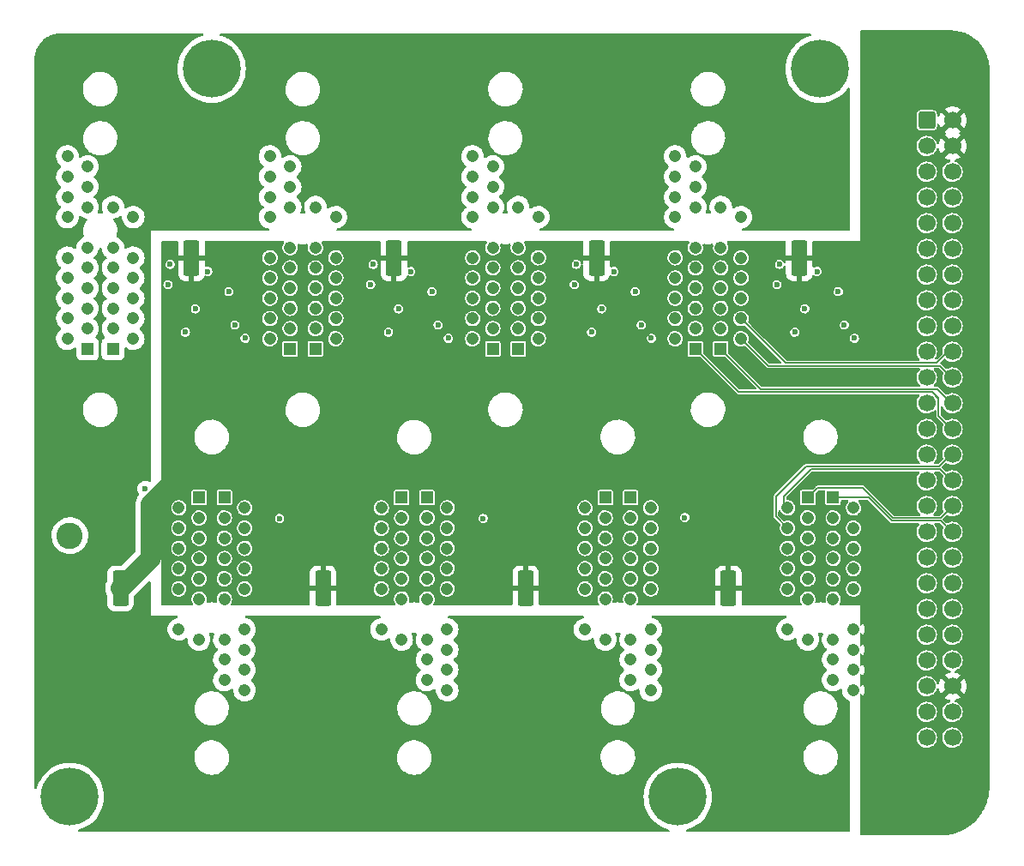
<source format=gbr>
%TF.GenerationSoftware,KiCad,Pcbnew,(5.99.0-8534-g3fcd0860c1)*%
%TF.CreationDate,2021-01-21T22:08:17+01:00*%
%TF.ProjectId,DRV-Carrier,4452562d-4361-4727-9269-65722e6b6963,rev?*%
%TF.SameCoordinates,Original*%
%TF.FileFunction,Copper,L1,Top*%
%TF.FilePolarity,Positive*%
%FSLAX46Y46*%
G04 Gerber Fmt 4.6, Leading zero omitted, Abs format (unit mm)*
G04 Created by KiCad (PCBNEW (5.99.0-8534-g3fcd0860c1)) date 2021-01-21 22:08:17*
%MOMM*%
%LPD*%
G01*
G04 APERTURE LIST*
G04 Aperture macros list*
%AMRoundRect*
0 Rectangle with rounded corners*
0 $1 Rounding radius*
0 $2 $3 $4 $5 $6 $7 $8 $9 X,Y pos of 4 corners*
0 Add a 4 corners polygon primitive as box body*
4,1,4,$2,$3,$4,$5,$6,$7,$8,$9,$2,$3,0*
0 Add four circle primitives for the rounded corners*
1,1,$1+$1,$2,$3*
1,1,$1+$1,$4,$5*
1,1,$1+$1,$6,$7*
1,1,$1+$1,$8,$9*
0 Add four rect primitives between the rounded corners*
20,1,$1+$1,$2,$3,$4,$5,0*
20,1,$1+$1,$4,$5,$6,$7,0*
20,1,$1+$1,$6,$7,$8,$9,0*
20,1,$1+$1,$8,$9,$2,$3,0*%
G04 Aperture macros list end*
%TA.AperFunction,ComponentPad*%
%ADD10R,1.208000X1.208000*%
%TD*%
%TA.AperFunction,ComponentPad*%
%ADD11C,1.208000*%
%TD*%
%TA.AperFunction,SMDPad,CuDef*%
%ADD12RoundRect,0.250000X-0.550000X1.500000X-0.550000X-1.500000X0.550000X-1.500000X0.550000X1.500000X0*%
%TD*%
%TA.AperFunction,SMDPad,CuDef*%
%ADD13RoundRect,0.250000X0.550000X-1.500000X0.550000X1.500000X-0.550000X1.500000X-0.550000X-1.500000X0*%
%TD*%
%TA.AperFunction,ComponentPad*%
%ADD14C,5.700000*%
%TD*%
%TA.AperFunction,ComponentPad*%
%ADD15RoundRect,0.250000X-0.600000X-0.600000X0.600000X-0.600000X0.600000X0.600000X-0.600000X0.600000X0*%
%TD*%
%TA.AperFunction,ComponentPad*%
%ADD16C,1.700000*%
%TD*%
%TA.AperFunction,ComponentPad*%
%ADD17R,2.600000X2.600000*%
%TD*%
%TA.AperFunction,ComponentPad*%
%ADD18C,2.600000*%
%TD*%
%TA.AperFunction,ViaPad*%
%ADD19C,0.600000*%
%TD*%
%TA.AperFunction,Conductor*%
%ADD20C,2.000000*%
%TD*%
%TA.AperFunction,Conductor*%
%ADD21C,0.127000*%
%TD*%
G04 APERTURE END LIST*
D10*
%TO.P,J_MOT8,A1*%
%TO.N,~MOT8_CS*%
X50750000Y-81650000D03*
D11*
%TO.P,J_MOT8,A2*%
%TO.N,MOT_SPI_MISO*%
X48750000Y-80650000D03*
%TO.P,J_MOT8,A3*%
%TO.N,MOT_SPI_MOSI*%
X50750000Y-79650000D03*
%TO.P,J_MOT8,A4*%
%TO.N,MOT_SPI_SCK*%
X48750000Y-78650000D03*
%TO.P,J_MOT8,A5*%
%TO.N,N/C*%
X50750000Y-77650000D03*
%TO.P,J_MOT8,A6*%
%TO.N,MOT_UART*%
X48750000Y-76650000D03*
%TO.P,J_MOT8,A7*%
%TO.N,CLOCK*%
X50750000Y-75650000D03*
%TO.P,J_MOT8,A8*%
%TO.N,N/C*%
X48750000Y-74650000D03*
%TO.P,J_MOT8,A9*%
X50750000Y-73650000D03*
%TO.P,J_MOT8,A10*%
X48750000Y-72650000D03*
%TO.P,J_MOT8,A11*%
%TO.N,5V*%
X50750000Y-71650000D03*
%TO.P,J_MOT8,A12*%
%TO.N,3.3V*%
X48750000Y-68650000D03*
%TO.P,J_MOT8,A13*%
%TO.N,GND*%
X50750000Y-67650000D03*
%TO.P,J_MOT8,A14*%
X48750000Y-66650000D03*
%TO.P,J_MOT8,A15*%
X50750000Y-65650000D03*
%TO.P,J_MOT8,A16*%
X48750000Y-64650000D03*
%TO.P,J_MOT8,A17*%
X50750000Y-63650000D03*
%TO.P,J_MOT8,A18*%
X48750000Y-62650000D03*
D10*
%TO.P,J_MOT8,B1*%
%TO.N,MOT8_STEP*%
X53250000Y-81650000D03*
D11*
%TO.P,J_MOT8,B2*%
%TO.N,MOT8_DIR*%
X55250000Y-80650000D03*
%TO.P,J_MOT8,B3*%
%TO.N,~MOT_ENABLE*%
X53250000Y-79650000D03*
%TO.P,J_MOT8,B4*%
%TO.N,~MOT8_ALARM*%
X55250000Y-78650000D03*
%TO.P,J_MOT8,B5*%
%TO.N,~MOT_RESET*%
X53250000Y-77650000D03*
%TO.P,J_MOT8,B6*%
%TO.N,N/C*%
X55250000Y-76650000D03*
%TO.P,J_MOT8,B7*%
X53250000Y-75650000D03*
%TO.P,J_MOT8,B8*%
%TO.N,MOT_I2C_SCL*%
X55250000Y-74650000D03*
%TO.P,J_MOT8,B9*%
%TO.N,MOT_I2C_SDA*%
X53250000Y-73650000D03*
%TO.P,J_MOT8,B10*%
%TO.N,N/C*%
X55250000Y-72650000D03*
%TO.P,J_MOT8,B11*%
%TO.N,3.3V*%
X53250000Y-71650000D03*
%TO.P,J_MOT8,B12*%
X55250000Y-68650000D03*
%TO.P,J_MOT8,B13*%
X53250000Y-67650000D03*
%TO.P,J_MOT8,B14*%
%TO.N,V_motors*%
X55250000Y-66650000D03*
%TO.P,J_MOT8,B15*%
X53250000Y-65650000D03*
%TO.P,J_MOT8,B16*%
X55250000Y-64650000D03*
%TO.P,J_MOT8,B17*%
X53250000Y-63650000D03*
%TO.P,J_MOT8,B18*%
X55250000Y-62650000D03*
%TD*%
D12*
%TO.P,C7,1*%
%TO.N,V_motors*%
X101000000Y-67300000D03*
%TO.P,C7,2*%
%TO.N,GND*%
X101000000Y-72700000D03*
%TD*%
D13*
%TO.P,C4,1*%
%TO.N,V_motors*%
X94000000Y-110700000D03*
%TO.P,C4,2*%
%TO.N,GND*%
X94000000Y-105300000D03*
%TD*%
D14*
%TO.P,H4,1*%
%TO.N,N/C*%
X109000000Y-125878680D03*
%TD*%
%TO.P,H3,1*%
%TO.N,N/C*%
X49000000Y-125878680D03*
%TD*%
%TO.P,H2,1*%
%TO.N,N/C*%
X123000000Y-54000000D03*
%TD*%
D10*
%TO.P,J_MOT3,A1*%
%TO.N,~MOT4_CS*%
X64250000Y-96350000D03*
D11*
%TO.P,J_MOT3,A2*%
%TO.N,MOT_SPI_MISO*%
X66250000Y-97350000D03*
%TO.P,J_MOT3,A3*%
%TO.N,MOT_SPI_MOSI*%
X64250000Y-98350000D03*
%TO.P,J_MOT3,A4*%
%TO.N,MOT_SPI_SCK*%
X66250000Y-99350000D03*
%TO.P,J_MOT3,A5*%
%TO.N,N/C*%
X64250000Y-100350000D03*
%TO.P,J_MOT3,A6*%
%TO.N,MOT_UART*%
X66250000Y-101350000D03*
%TO.P,J_MOT3,A7*%
%TO.N,CLOCK*%
X64250000Y-102350000D03*
%TO.P,J_MOT3,A8*%
%TO.N,N/C*%
X66250000Y-103350000D03*
%TO.P,J_MOT3,A9*%
X64250000Y-104350000D03*
%TO.P,J_MOT3,A10*%
X66250000Y-105350000D03*
%TO.P,J_MOT3,A11*%
%TO.N,5V*%
X64250000Y-106350000D03*
%TO.P,J_MOT3,A12*%
%TO.N,3.3V*%
X66250000Y-109350000D03*
%TO.P,J_MOT3,A13*%
%TO.N,GND*%
X64250000Y-110350000D03*
%TO.P,J_MOT3,A14*%
X66250000Y-111350000D03*
%TO.P,J_MOT3,A15*%
X64250000Y-112350000D03*
%TO.P,J_MOT3,A16*%
X66250000Y-113350000D03*
%TO.P,J_MOT3,A17*%
X64250000Y-114350000D03*
%TO.P,J_MOT3,A18*%
X66250000Y-115350000D03*
D10*
%TO.P,J_MOT3,B1*%
%TO.N,MOT4_STEP*%
X61750000Y-96350000D03*
D11*
%TO.P,J_MOT3,B2*%
%TO.N,MOT4_DIR*%
X59750000Y-97350000D03*
%TO.P,J_MOT3,B3*%
%TO.N,~MOT_ENABLE*%
X61750000Y-98350000D03*
%TO.P,J_MOT3,B4*%
%TO.N,~MOT4_ALARM*%
X59750000Y-99350000D03*
%TO.P,J_MOT3,B5*%
%TO.N,~MOT_RESET*%
X61750000Y-100350000D03*
%TO.P,J_MOT3,B6*%
%TO.N,N/C*%
X59750000Y-101350000D03*
%TO.P,J_MOT3,B7*%
X61750000Y-102350000D03*
%TO.P,J_MOT3,B8*%
%TO.N,MOT_I2C_SCL*%
X59750000Y-103350000D03*
%TO.P,J_MOT3,B9*%
%TO.N,MOT_I2C_SDA*%
X61750000Y-104350000D03*
%TO.P,J_MOT3,B10*%
%TO.N,N/C*%
X59750000Y-105350000D03*
%TO.P,J_MOT3,B11*%
%TO.N,3.3V*%
X61750000Y-106350000D03*
%TO.P,J_MOT3,B12*%
X59750000Y-109350000D03*
%TO.P,J_MOT3,B13*%
%TO.N,GND*%
X61750000Y-110350000D03*
%TO.P,J_MOT3,B14*%
%TO.N,V_motors*%
X59750000Y-111350000D03*
%TO.P,J_MOT3,B15*%
X61750000Y-112350000D03*
%TO.P,J_MOT3,B16*%
X59750000Y-113350000D03*
%TO.P,J_MOT3,B17*%
X61750000Y-114350000D03*
%TO.P,J_MOT3,B18*%
X59750000Y-115350000D03*
%TD*%
D12*
%TO.P,C6,1*%
%TO.N,V_motors*%
X121000000Y-67300000D03*
%TO.P,C6,2*%
%TO.N,GND*%
X121000000Y-72700000D03*
%TD*%
D15*
%TO.P,J2,1,Pin_1*%
%TO.N,3.3V*%
X133600000Y-59080000D03*
D16*
%TO.P,J2,2,Pin_2*%
%TO.N,GND*%
X136140000Y-59080000D03*
%TO.P,J2,3,Pin_3*%
%TO.N,~MOT6_ALARM*%
X133600000Y-61620000D03*
%TO.P,J2,4,Pin_4*%
%TO.N,GND*%
X136140000Y-61620000D03*
%TO.P,J2,5,Pin_5*%
%TO.N,MOT6_DIR*%
X133600000Y-64160000D03*
%TO.P,J2,6,Pin_6*%
%TO.N,MOT_I2C_SDA*%
X136140000Y-64160000D03*
%TO.P,J2,7,Pin_7*%
%TO.N,MOT6_STEP*%
X133600000Y-66700000D03*
%TO.P,J2,8,Pin_8*%
%TO.N,CLOCK*%
X136140000Y-66700000D03*
%TO.P,J2,9,Pin_9*%
%TO.N,~MOT6_CS*%
X133600000Y-69240000D03*
%TO.P,J2,10,Pin_10*%
%TO.N,MOT_I2C_SCL*%
X136140000Y-69240000D03*
%TO.P,J2,11,Pin_11*%
%TO.N,~MOT7_ALARM*%
X133600000Y-71780000D03*
%TO.P,J2,12,Pin_12*%
%TO.N,MOT_UART*%
X136140000Y-71780000D03*
%TO.P,J2,13,Pin_13*%
%TO.N,MOT7_DIR*%
X133600000Y-74320000D03*
%TO.P,J2,14,Pin_14*%
%TO.N,~MOT_RESET*%
X136140000Y-74320000D03*
%TO.P,J2,15,Pin_15*%
%TO.N,MOT7_STEP*%
X133600000Y-76860000D03*
%TO.P,J2,16,Pin_16*%
%TO.N,MOT_SPI_SCK*%
X136140000Y-76860000D03*
%TO.P,J2,17,Pin_17*%
%TO.N,~MOT7_CS*%
X133600000Y-79400000D03*
%TO.P,J2,18,Pin_18*%
%TO.N,~MOT_ENABLE*%
X136140000Y-79400000D03*
%TO.P,J2,19,Pin_19*%
%TO.N,~MOT8_ALARM*%
X133600000Y-81940000D03*
%TO.P,J2,20,Pin_20*%
%TO.N,~MOT5_ALARM*%
X136140000Y-81940000D03*
%TO.P,J2,21,Pin_21*%
%TO.N,MOT8_DIR*%
X133600000Y-84480000D03*
%TO.P,J2,22,Pin_22*%
%TO.N,MOT5_DIR*%
X136140000Y-84480000D03*
%TO.P,J2,23,Pin_23*%
%TO.N,MOT8_STEP*%
X133600000Y-87020000D03*
%TO.P,J2,24,Pin_24*%
%TO.N,MOT5_STEP*%
X136140000Y-87020000D03*
%TO.P,J2,25,Pin_25*%
%TO.N,~MOT8_CS*%
X133600000Y-89560000D03*
%TO.P,J2,26,Pin_26*%
%TO.N,~MOT5_CS*%
X136140000Y-89560000D03*
%TO.P,J2,27,Pin_27*%
%TO.N,~MOT4_ALARM*%
X133600000Y-92100000D03*
%TO.P,J2,28,Pin_28*%
%TO.N,~MOT1_ALARM*%
X136140000Y-92100000D03*
%TO.P,J2,29,Pin_29*%
%TO.N,MOT4_DIR*%
X133600000Y-94640000D03*
%TO.P,J2,30,Pin_30*%
%TO.N,MOT1_DIR*%
X136140000Y-94640000D03*
%TO.P,J2,31,Pin_31*%
%TO.N,MOT4_STEP*%
X133600000Y-97180000D03*
%TO.P,J2,32,Pin_32*%
%TO.N,MOT1_STEP*%
X136140000Y-97180000D03*
%TO.P,J2,33,Pin_33*%
%TO.N,~MOT4_CS*%
X133600000Y-99720000D03*
%TO.P,J2,34,Pin_34*%
%TO.N,~MOT1_CS*%
X136140000Y-99720000D03*
%TO.P,J2,35,Pin_35*%
%TO.N,~MOT3_ALARM*%
X133600000Y-102260000D03*
%TO.P,J2,36,Pin_36*%
%TO.N,MOT_SPI_MISO*%
X136140000Y-102260000D03*
%TO.P,J2,37,Pin_37*%
%TO.N,MOT3_DIR*%
X133600000Y-104800000D03*
%TO.P,J2,38,Pin_38*%
%TO.N,MOT_SPI_MOSI*%
X136140000Y-104800000D03*
%TO.P,J2,39,Pin_39*%
%TO.N,MOT3_STEP*%
X133600000Y-107340000D03*
%TO.P,J2,40,Pin_40*%
%TO.N,N/C*%
X136140000Y-107340000D03*
%TO.P,J2,41,Pin_41*%
%TO.N,~MOT3_CS*%
X133600000Y-109880000D03*
%TO.P,J2,42,Pin_42*%
%TO.N,N/C*%
X136140000Y-109880000D03*
%TO.P,J2,43,Pin_43*%
%TO.N,~MOT2_ALARM*%
X133600000Y-112420000D03*
%TO.P,J2,44,Pin_44*%
%TO.N,N/C*%
X136140000Y-112420000D03*
%TO.P,J2,45,Pin_45*%
%TO.N,MOT2_DIR*%
X133600000Y-114960000D03*
%TO.P,J2,46,Pin_46*%
%TO.N,GND*%
X136140000Y-114960000D03*
%TO.P,J2,47,Pin_47*%
%TO.N,MOT2_STEP*%
X133600000Y-117500000D03*
%TO.P,J2,48,Pin_48*%
%TO.N,3.3V*%
X136140000Y-117500000D03*
%TO.P,J2,49,Pin_49*%
%TO.N,~MOT2_CS*%
X133600000Y-120040000D03*
%TO.P,J2,50,Pin_50*%
%TO.N,5V*%
X136140000Y-120040000D03*
%TD*%
D14*
%TO.P,H1,1*%
%TO.N,N/C*%
X63000000Y-54000000D03*
%TD*%
D13*
%TO.P,C2,1*%
%TO.N,V_motors*%
X54000000Y-110700000D03*
%TO.P,C2,2*%
%TO.N,GND*%
X54000000Y-105300000D03*
%TD*%
D12*
%TO.P,C8,1*%
%TO.N,V_motors*%
X81000000Y-67300000D03*
%TO.P,C8,2*%
%TO.N,GND*%
X81000000Y-72700000D03*
%TD*%
D13*
%TO.P,C1,1*%
%TO.N,V_motors*%
X74000000Y-110700000D03*
%TO.P,C1,2*%
%TO.N,GND*%
X74000000Y-105300000D03*
%TD*%
D10*
%TO.P,J_MOT5,A1*%
%TO.N,~MOT5_CS*%
X110750000Y-81650000D03*
D11*
%TO.P,J_MOT5,A2*%
%TO.N,MOT_SPI_MISO*%
X108750000Y-80650000D03*
%TO.P,J_MOT5,A3*%
%TO.N,MOT_SPI_MOSI*%
X110750000Y-79650000D03*
%TO.P,J_MOT5,A4*%
%TO.N,MOT_SPI_SCK*%
X108750000Y-78650000D03*
%TO.P,J_MOT5,A5*%
%TO.N,N/C*%
X110750000Y-77650000D03*
%TO.P,J_MOT5,A6*%
%TO.N,MOT_UART*%
X108750000Y-76650000D03*
%TO.P,J_MOT5,A7*%
%TO.N,CLOCK*%
X110750000Y-75650000D03*
%TO.P,J_MOT5,A8*%
%TO.N,N/C*%
X108750000Y-74650000D03*
%TO.P,J_MOT5,A9*%
X110750000Y-73650000D03*
%TO.P,J_MOT5,A10*%
X108750000Y-72650000D03*
%TO.P,J_MOT5,A11*%
%TO.N,5V*%
X110750000Y-71650000D03*
%TO.P,J_MOT5,A12*%
%TO.N,GND*%
X108750000Y-68650000D03*
%TO.P,J_MOT5,A13*%
X110750000Y-67650000D03*
%TO.P,J_MOT5,A14*%
X108750000Y-66650000D03*
%TO.P,J_MOT5,A15*%
X110750000Y-65650000D03*
%TO.P,J_MOT5,A16*%
X108750000Y-64650000D03*
%TO.P,J_MOT5,A17*%
X110750000Y-63650000D03*
%TO.P,J_MOT5,A18*%
X108750000Y-62650000D03*
D10*
%TO.P,J_MOT5,B1*%
%TO.N,MOT5_STEP*%
X113250000Y-81650000D03*
D11*
%TO.P,J_MOT5,B2*%
%TO.N,MOT5_DIR*%
X115250000Y-80650000D03*
%TO.P,J_MOT5,B3*%
%TO.N,~MOT_ENABLE*%
X113250000Y-79650000D03*
%TO.P,J_MOT5,B4*%
%TO.N,~MOT5_ALARM*%
X115250000Y-78650000D03*
%TO.P,J_MOT5,B5*%
%TO.N,~MOT_RESET*%
X113250000Y-77650000D03*
%TO.P,J_MOT5,B6*%
%TO.N,N/C*%
X115250000Y-76650000D03*
%TO.P,J_MOT5,B7*%
X113250000Y-75650000D03*
%TO.P,J_MOT5,B8*%
%TO.N,MOT_I2C_SCL*%
X115250000Y-74650000D03*
%TO.P,J_MOT5,B9*%
%TO.N,MOT_I2C_SDA*%
X113250000Y-73650000D03*
%TO.P,J_MOT5,B10*%
%TO.N,N/C*%
X115250000Y-72650000D03*
%TO.P,J_MOT5,B11*%
%TO.N,3.3V*%
X113250000Y-71650000D03*
%TO.P,J_MOT5,B12*%
%TO.N,GND*%
X115250000Y-68650000D03*
%TO.P,J_MOT5,B13*%
%TO.N,3.3V*%
X113250000Y-67650000D03*
%TO.P,J_MOT5,B14*%
%TO.N,V_motors*%
X115250000Y-66650000D03*
%TO.P,J_MOT5,B15*%
X113250000Y-65650000D03*
%TO.P,J_MOT5,B16*%
X115250000Y-64650000D03*
%TO.P,J_MOT5,B17*%
X113250000Y-63650000D03*
%TO.P,J_MOT5,B18*%
X115250000Y-62650000D03*
%TD*%
D10*
%TO.P,J_MOT2,A1*%
%TO.N,~MOT3_CS*%
X84250000Y-96350000D03*
D11*
%TO.P,J_MOT2,A2*%
%TO.N,MOT_SPI_MISO*%
X86250000Y-97350000D03*
%TO.P,J_MOT2,A3*%
%TO.N,MOT_SPI_MOSI*%
X84250000Y-98350000D03*
%TO.P,J_MOT2,A4*%
%TO.N,MOT_SPI_SCK*%
X86250000Y-99350000D03*
%TO.P,J_MOT2,A5*%
%TO.N,N/C*%
X84250000Y-100350000D03*
%TO.P,J_MOT2,A6*%
%TO.N,MOT_UART*%
X86250000Y-101350000D03*
%TO.P,J_MOT2,A7*%
%TO.N,CLOCK*%
X84250000Y-102350000D03*
%TO.P,J_MOT2,A8*%
%TO.N,N/C*%
X86250000Y-103350000D03*
%TO.P,J_MOT2,A9*%
X84250000Y-104350000D03*
%TO.P,J_MOT2,A10*%
X86250000Y-105350000D03*
%TO.P,J_MOT2,A11*%
%TO.N,5V*%
X84250000Y-106350000D03*
%TO.P,J_MOT2,A12*%
%TO.N,3.3V*%
X86250000Y-109350000D03*
%TO.P,J_MOT2,A13*%
%TO.N,GND*%
X84250000Y-110350000D03*
%TO.P,J_MOT2,A14*%
X86250000Y-111350000D03*
%TO.P,J_MOT2,A15*%
X84250000Y-112350000D03*
%TO.P,J_MOT2,A16*%
X86250000Y-113350000D03*
%TO.P,J_MOT2,A17*%
X84250000Y-114350000D03*
%TO.P,J_MOT2,A18*%
X86250000Y-115350000D03*
D10*
%TO.P,J_MOT2,B1*%
%TO.N,MOT3_STEP*%
X81750000Y-96350000D03*
D11*
%TO.P,J_MOT2,B2*%
%TO.N,MOT3_DIR*%
X79750000Y-97350000D03*
%TO.P,J_MOT2,B3*%
%TO.N,~MOT_ENABLE*%
X81750000Y-98350000D03*
%TO.P,J_MOT2,B4*%
%TO.N,~MOT3_ALARM*%
X79750000Y-99350000D03*
%TO.P,J_MOT2,B5*%
%TO.N,~MOT_RESET*%
X81750000Y-100350000D03*
%TO.P,J_MOT2,B6*%
%TO.N,N/C*%
X79750000Y-101350000D03*
%TO.P,J_MOT2,B7*%
X81750000Y-102350000D03*
%TO.P,J_MOT2,B8*%
%TO.N,MOT_I2C_SCL*%
X79750000Y-103350000D03*
%TO.P,J_MOT2,B9*%
%TO.N,MOT_I2C_SDA*%
X81750000Y-104350000D03*
%TO.P,J_MOT2,B10*%
%TO.N,N/C*%
X79750000Y-105350000D03*
%TO.P,J_MOT2,B11*%
%TO.N,3.3V*%
X81750000Y-106350000D03*
%TO.P,J_MOT2,B12*%
%TO.N,GND*%
X79750000Y-109350000D03*
%TO.P,J_MOT2,B13*%
X81750000Y-110350000D03*
%TO.P,J_MOT2,B14*%
%TO.N,V_motors*%
X79750000Y-111350000D03*
%TO.P,J_MOT2,B15*%
X81750000Y-112350000D03*
%TO.P,J_MOT2,B16*%
X79750000Y-113350000D03*
%TO.P,J_MOT2,B17*%
X81750000Y-114350000D03*
%TO.P,J_MOT2,B18*%
X79750000Y-115350000D03*
%TD*%
D17*
%TO.P,J1,1,Pin_1*%
%TO.N,V_motors*%
X49000000Y-95000000D03*
D18*
%TO.P,J1,2,Pin_2*%
%TO.N,GND*%
X49000000Y-100080000D03*
%TD*%
D10*
%TO.P,J_MOT6,A1*%
%TO.N,~MOT6_CS*%
X90750000Y-81650000D03*
D11*
%TO.P,J_MOT6,A2*%
%TO.N,MOT_SPI_MISO*%
X88750000Y-80650000D03*
%TO.P,J_MOT6,A3*%
%TO.N,MOT_SPI_MOSI*%
X90750000Y-79650000D03*
%TO.P,J_MOT6,A4*%
%TO.N,MOT_SPI_SCK*%
X88750000Y-78650000D03*
%TO.P,J_MOT6,A5*%
%TO.N,N/C*%
X90750000Y-77650000D03*
%TO.P,J_MOT6,A6*%
%TO.N,MOT_UART*%
X88750000Y-76650000D03*
%TO.P,J_MOT6,A7*%
%TO.N,CLOCK*%
X90750000Y-75650000D03*
%TO.P,J_MOT6,A8*%
%TO.N,N/C*%
X88750000Y-74650000D03*
%TO.P,J_MOT6,A9*%
X90750000Y-73650000D03*
%TO.P,J_MOT6,A10*%
X88750000Y-72650000D03*
%TO.P,J_MOT6,A11*%
%TO.N,5V*%
X90750000Y-71650000D03*
%TO.P,J_MOT6,A12*%
%TO.N,GND*%
X88750000Y-68650000D03*
%TO.P,J_MOT6,A13*%
X90750000Y-67650000D03*
%TO.P,J_MOT6,A14*%
X88750000Y-66650000D03*
%TO.P,J_MOT6,A15*%
X90750000Y-65650000D03*
%TO.P,J_MOT6,A16*%
X88750000Y-64650000D03*
%TO.P,J_MOT6,A17*%
X90750000Y-63650000D03*
%TO.P,J_MOT6,A18*%
X88750000Y-62650000D03*
D10*
%TO.P,J_MOT6,B1*%
%TO.N,MOT6_STEP*%
X93250000Y-81650000D03*
D11*
%TO.P,J_MOT6,B2*%
%TO.N,MOT6_DIR*%
X95250000Y-80650000D03*
%TO.P,J_MOT6,B3*%
%TO.N,~MOT_ENABLE*%
X93250000Y-79650000D03*
%TO.P,J_MOT6,B4*%
%TO.N,~MOT6_ALARM*%
X95250000Y-78650000D03*
%TO.P,J_MOT6,B5*%
%TO.N,~MOT_RESET*%
X93250000Y-77650000D03*
%TO.P,J_MOT6,B6*%
%TO.N,N/C*%
X95250000Y-76650000D03*
%TO.P,J_MOT6,B7*%
X93250000Y-75650000D03*
%TO.P,J_MOT6,B8*%
%TO.N,MOT_I2C_SCL*%
X95250000Y-74650000D03*
%TO.P,J_MOT6,B9*%
%TO.N,MOT_I2C_SDA*%
X93250000Y-73650000D03*
%TO.P,J_MOT6,B10*%
%TO.N,N/C*%
X95250000Y-72650000D03*
%TO.P,J_MOT6,B11*%
%TO.N,3.3V*%
X93250000Y-71650000D03*
%TO.P,J_MOT6,B12*%
X95250000Y-68650000D03*
%TO.P,J_MOT6,B13*%
X93250000Y-67650000D03*
%TO.P,J_MOT6,B14*%
%TO.N,V_motors*%
X95250000Y-66650000D03*
%TO.P,J_MOT6,B15*%
X93250000Y-65650000D03*
%TO.P,J_MOT6,B16*%
X95250000Y-64650000D03*
%TO.P,J_MOT6,B17*%
X93250000Y-63650000D03*
%TO.P,J_MOT6,B18*%
X95250000Y-62650000D03*
%TD*%
D10*
%TO.P,J_MOT7,A1*%
%TO.N,~MOT7_CS*%
X70750000Y-81650000D03*
D11*
%TO.P,J_MOT7,A2*%
%TO.N,MOT_SPI_MISO*%
X68750000Y-80650000D03*
%TO.P,J_MOT7,A3*%
%TO.N,MOT_SPI_MOSI*%
X70750000Y-79650000D03*
%TO.P,J_MOT7,A4*%
%TO.N,MOT_SPI_SCK*%
X68750000Y-78650000D03*
%TO.P,J_MOT7,A5*%
%TO.N,N/C*%
X70750000Y-77650000D03*
%TO.P,J_MOT7,A6*%
%TO.N,MOT_UART*%
X68750000Y-76650000D03*
%TO.P,J_MOT7,A7*%
%TO.N,CLOCK*%
X70750000Y-75650000D03*
%TO.P,J_MOT7,A8*%
%TO.N,N/C*%
X68750000Y-74650000D03*
%TO.P,J_MOT7,A9*%
X70750000Y-73650000D03*
%TO.P,J_MOT7,A10*%
X68750000Y-72650000D03*
%TO.P,J_MOT7,A11*%
%TO.N,5V*%
X70750000Y-71650000D03*
%TO.P,J_MOT7,A12*%
%TO.N,3.3V*%
X68750000Y-68650000D03*
%TO.P,J_MOT7,A13*%
%TO.N,GND*%
X70750000Y-67650000D03*
%TO.P,J_MOT7,A14*%
X68750000Y-66650000D03*
%TO.P,J_MOT7,A15*%
X70750000Y-65650000D03*
%TO.P,J_MOT7,A16*%
X68750000Y-64650000D03*
%TO.P,J_MOT7,A17*%
X70750000Y-63650000D03*
%TO.P,J_MOT7,A18*%
X68750000Y-62650000D03*
D10*
%TO.P,J_MOT7,B1*%
%TO.N,MOT7_STEP*%
X73250000Y-81650000D03*
D11*
%TO.P,J_MOT7,B2*%
%TO.N,MOT7_DIR*%
X75250000Y-80650000D03*
%TO.P,J_MOT7,B3*%
%TO.N,~MOT_ENABLE*%
X73250000Y-79650000D03*
%TO.P,J_MOT7,B4*%
%TO.N,~MOT7_ALARM*%
X75250000Y-78650000D03*
%TO.P,J_MOT7,B5*%
%TO.N,~MOT_RESET*%
X73250000Y-77650000D03*
%TO.P,J_MOT7,B6*%
%TO.N,N/C*%
X75250000Y-76650000D03*
%TO.P,J_MOT7,B7*%
X73250000Y-75650000D03*
%TO.P,J_MOT7,B8*%
%TO.N,MOT_I2C_SCL*%
X75250000Y-74650000D03*
%TO.P,J_MOT7,B9*%
%TO.N,MOT_I2C_SDA*%
X73250000Y-73650000D03*
%TO.P,J_MOT7,B10*%
%TO.N,N/C*%
X75250000Y-72650000D03*
%TO.P,J_MOT7,B11*%
%TO.N,3.3V*%
X73250000Y-71650000D03*
%TO.P,J_MOT7,B12*%
%TO.N,GND*%
X75250000Y-68650000D03*
%TO.P,J_MOT7,B13*%
%TO.N,3.3V*%
X73250000Y-67650000D03*
%TO.P,J_MOT7,B14*%
%TO.N,V_motors*%
X75250000Y-66650000D03*
%TO.P,J_MOT7,B15*%
X73250000Y-65650000D03*
%TO.P,J_MOT7,B16*%
X75250000Y-64650000D03*
%TO.P,J_MOT7,B17*%
X73250000Y-63650000D03*
%TO.P,J_MOT7,B18*%
X75250000Y-62650000D03*
%TD*%
D13*
%TO.P,C5,1*%
%TO.N,V_motors*%
X114000000Y-110700000D03*
%TO.P,C5,2*%
%TO.N,GND*%
X114000000Y-105300000D03*
%TD*%
D10*
%TO.P,J_MOT1,A1*%
%TO.N,~MOT1_CS*%
X124350000Y-96350000D03*
D11*
%TO.P,J_MOT1,A2*%
%TO.N,MOT_SPI_MISO*%
X126350000Y-97350000D03*
%TO.P,J_MOT1,A3*%
%TO.N,MOT_SPI_MOSI*%
X124350000Y-98350000D03*
%TO.P,J_MOT1,A4*%
%TO.N,MOT_SPI_SCK*%
X126350000Y-99350000D03*
%TO.P,J_MOT1,A5*%
%TO.N,N/C*%
X124350000Y-100350000D03*
%TO.P,J_MOT1,A6*%
%TO.N,MOT_UART*%
X126350000Y-101350000D03*
%TO.P,J_MOT1,A7*%
%TO.N,CLOCK*%
X124350000Y-102350000D03*
%TO.P,J_MOT1,A8*%
%TO.N,N/C*%
X126350000Y-103350000D03*
%TO.P,J_MOT1,A9*%
X124350000Y-104350000D03*
%TO.P,J_MOT1,A10*%
X126350000Y-105350000D03*
%TO.P,J_MOT1,A11*%
%TO.N,5V*%
X124350000Y-106350000D03*
%TO.P,J_MOT1,A12*%
%TO.N,GND*%
X126350000Y-109350000D03*
%TO.P,J_MOT1,A13*%
X124350000Y-110350000D03*
%TO.P,J_MOT1,A14*%
X126350000Y-111350000D03*
%TO.P,J_MOT1,A15*%
X124350000Y-112350000D03*
%TO.P,J_MOT1,A16*%
X126350000Y-113350000D03*
%TO.P,J_MOT1,A17*%
X124350000Y-114350000D03*
%TO.P,J_MOT1,A18*%
X126350000Y-115350000D03*
D10*
%TO.P,J_MOT1,B1*%
%TO.N,MOT1_STEP*%
X121850000Y-96350000D03*
D11*
%TO.P,J_MOT1,B2*%
%TO.N,MOT1_DIR*%
X119850000Y-97350000D03*
%TO.P,J_MOT1,B3*%
%TO.N,~MOT_ENABLE*%
X121850000Y-98350000D03*
%TO.P,J_MOT1,B4*%
%TO.N,~MOT1_ALARM*%
X119850000Y-99350000D03*
%TO.P,J_MOT1,B5*%
%TO.N,~MOT_RESET*%
X121850000Y-100350000D03*
%TO.P,J_MOT1,B6*%
%TO.N,N/C*%
X119850000Y-101350000D03*
%TO.P,J_MOT1,B7*%
X121850000Y-102350000D03*
%TO.P,J_MOT1,B8*%
%TO.N,MOT_I2C_SCL*%
X119850000Y-103350000D03*
%TO.P,J_MOT1,B9*%
%TO.N,MOT_I2C_SDA*%
X121850000Y-104350000D03*
%TO.P,J_MOT1,B10*%
%TO.N,N/C*%
X119850000Y-105350000D03*
%TO.P,J_MOT1,B11*%
%TO.N,3.3V*%
X121850000Y-106350000D03*
%TO.P,J_MOT1,B12*%
%TO.N,GND*%
X119850000Y-109350000D03*
%TO.P,J_MOT1,B13*%
X121850000Y-110350000D03*
%TO.P,J_MOT1,B14*%
%TO.N,V_motors*%
X119850000Y-111350000D03*
%TO.P,J_MOT1,B15*%
X121850000Y-112350000D03*
%TO.P,J_MOT1,B16*%
X119850000Y-113350000D03*
%TO.P,J_MOT1,B17*%
X121850000Y-114350000D03*
%TO.P,J_MOT1,B18*%
X119850000Y-115350000D03*
%TD*%
D12*
%TO.P,C3,1*%
%TO.N,V_motors*%
X61000000Y-67300000D03*
%TO.P,C3,2*%
%TO.N,GND*%
X61000000Y-72700000D03*
%TD*%
D10*
%TO.P,J_MOT4,A1*%
%TO.N,~MOT2_CS*%
X104350000Y-96350000D03*
D11*
%TO.P,J_MOT4,A2*%
%TO.N,MOT_SPI_MISO*%
X106350000Y-97350000D03*
%TO.P,J_MOT4,A3*%
%TO.N,MOT_SPI_MOSI*%
X104350000Y-98350000D03*
%TO.P,J_MOT4,A4*%
%TO.N,MOT_SPI_SCK*%
X106350000Y-99350000D03*
%TO.P,J_MOT4,A5*%
%TO.N,N/C*%
X104350000Y-100350000D03*
%TO.P,J_MOT4,A6*%
%TO.N,MOT_UART*%
X106350000Y-101350000D03*
%TO.P,J_MOT4,A7*%
%TO.N,CLOCK*%
X104350000Y-102350000D03*
%TO.P,J_MOT4,A8*%
%TO.N,N/C*%
X106350000Y-103350000D03*
%TO.P,J_MOT4,A9*%
X104350000Y-104350000D03*
%TO.P,J_MOT4,A10*%
X106350000Y-105350000D03*
%TO.P,J_MOT4,A11*%
%TO.N,5V*%
X104350000Y-106350000D03*
%TO.P,J_MOT4,A12*%
%TO.N,GND*%
X106350000Y-109350000D03*
%TO.P,J_MOT4,A13*%
X104350000Y-110350000D03*
%TO.P,J_MOT4,A14*%
X106350000Y-111350000D03*
%TO.P,J_MOT4,A15*%
X104350000Y-112350000D03*
%TO.P,J_MOT4,A16*%
X106350000Y-113350000D03*
%TO.P,J_MOT4,A17*%
X104350000Y-114350000D03*
%TO.P,J_MOT4,A18*%
X106350000Y-115350000D03*
D10*
%TO.P,J_MOT4,B1*%
%TO.N,MOT2_STEP*%
X101850000Y-96350000D03*
D11*
%TO.P,J_MOT4,B2*%
%TO.N,MOT2_DIR*%
X99850000Y-97350000D03*
%TO.P,J_MOT4,B3*%
%TO.N,~MOT_ENABLE*%
X101850000Y-98350000D03*
%TO.P,J_MOT4,B4*%
%TO.N,~MOT2_ALARM*%
X99850000Y-99350000D03*
%TO.P,J_MOT4,B5*%
%TO.N,~MOT_RESET*%
X101850000Y-100350000D03*
%TO.P,J_MOT4,B6*%
%TO.N,N/C*%
X99850000Y-101350000D03*
%TO.P,J_MOT4,B7*%
X101850000Y-102350000D03*
%TO.P,J_MOT4,B8*%
%TO.N,MOT_I2C_SCL*%
X99850000Y-103350000D03*
%TO.P,J_MOT4,B9*%
%TO.N,MOT_I2C_SDA*%
X101850000Y-104350000D03*
%TO.P,J_MOT4,B10*%
%TO.N,N/C*%
X99850000Y-105350000D03*
%TO.P,J_MOT4,B11*%
%TO.N,3.3V*%
X101850000Y-106350000D03*
%TO.P,J_MOT4,B12*%
X99850000Y-109350000D03*
%TO.P,J_MOT4,B13*%
%TO.N,GND*%
X101850000Y-110350000D03*
%TO.P,J_MOT4,B14*%
%TO.N,V_motors*%
X99850000Y-111350000D03*
%TO.P,J_MOT4,B15*%
X101850000Y-112350000D03*
%TO.P,J_MOT4,B16*%
X99850000Y-113350000D03*
%TO.P,J_MOT4,B17*%
X101850000Y-114350000D03*
%TO.P,J_MOT4,B18*%
X99850000Y-115350000D03*
%TD*%
D19*
%TO.N,MOT_SPI_MOSI*%
X56449595Y-95496387D03*
X109700000Y-98300000D03*
X89800000Y-98400000D03*
X69700000Y-98400000D03*
%TO.N,MOT_I2C_SCL*%
X118800000Y-75300000D03*
X98800000Y-75300000D03*
X78700000Y-75300000D03*
X58700000Y-75300000D03*
%TO.N,MOT_I2C_SDA*%
X99000000Y-73300000D03*
%TO.N,MOT_UART*%
X104800000Y-76000000D03*
%TO.N,CLOCK*%
X102700000Y-74000000D03*
%TO.N,MOT_I2C_SDA*%
X119050000Y-73300000D03*
%TO.N,MOT_UART*%
X124850000Y-76000000D03*
%TO.N,~MOT_RESET*%
X121550000Y-77700000D03*
%TO.N,MOT_SPI_MISO*%
X126450000Y-80600000D03*
%TO.N,CLOCK*%
X122750000Y-74000000D03*
%TO.N,~MOT_ENABLE*%
X120550000Y-80000000D03*
%TO.N,MOT_SPI_SCK*%
X125450000Y-79300000D03*
%TO.N,~MOT_ENABLE*%
X100500000Y-80000000D03*
%TO.N,MOT_SPI_MISO*%
X106400000Y-80600000D03*
%TO.N,MOT_SPI_SCK*%
X105400000Y-79300000D03*
%TO.N,~MOT_RESET*%
X101500000Y-77700000D03*
%TO.N,MOT_I2C_SDA*%
X78950000Y-73300000D03*
%TO.N,MOT_UART*%
X84750000Y-76000000D03*
%TO.N,CLOCK*%
X82650000Y-74000000D03*
%TO.N,~MOT_ENABLE*%
X80450000Y-80000000D03*
%TO.N,MOT_SPI_MISO*%
X86350000Y-80600000D03*
%TO.N,MOT_SPI_SCK*%
X85350000Y-79300000D03*
%TO.N,~MOT_RESET*%
X81450000Y-77700000D03*
%TO.N,MOT_I2C_SDA*%
X58900000Y-73300000D03*
%TO.N,MOT_UART*%
X64700000Y-76000000D03*
%TO.N,CLOCK*%
X62600000Y-74000000D03*
%TO.N,MOT_SPI_MISO*%
X66300000Y-80600000D03*
%TO.N,MOT_SPI_SCK*%
X65300000Y-79300000D03*
%TO.N,~MOT_RESET*%
X61400000Y-77700000D03*
%TO.N,~MOT_ENABLE*%
X60400000Y-80000000D03*
%TD*%
D20*
%TO.N,GND*%
X54000000Y-105300000D02*
X57000000Y-102300000D01*
X57000000Y-102300000D02*
X57000000Y-97000000D01*
X57000000Y-97000000D02*
X60000000Y-94000000D01*
D21*
%TO.N,MOT5_DIR*%
X134889410Y-83329410D02*
X136000000Y-84440000D01*
%TO.N,~MOT5_ALARM*%
X135660000Y-81940000D02*
X134550000Y-83050000D01*
%TO.N,MOT5_DIR*%
X117929410Y-83329410D02*
X134889410Y-83329410D01*
X115250000Y-80650000D02*
X117929410Y-83329410D01*
%TO.N,~MOT5_ALARM*%
X136140000Y-81940000D02*
X135660000Y-81940000D01*
X119650000Y-83050000D02*
X119565911Y-82965911D01*
X134550000Y-83050000D02*
X119650000Y-83050000D01*
%TO.N,~MOT1_CS*%
X134949411Y-98629411D02*
X136000000Y-99680000D01*
X130134265Y-98629411D02*
X134949411Y-98629411D01*
X127854854Y-96350000D02*
X130134265Y-98629411D01*
X124350000Y-96350000D02*
X127854854Y-96350000D01*
%TO.N,MOT1_STEP*%
X130105911Y-98205911D02*
X130250000Y-98350000D01*
X134970000Y-98350000D02*
X136140000Y-97180000D01*
X130250000Y-98350000D02*
X134970000Y-98350000D01*
%TO.N,~MOT5_CS*%
X134100000Y-85900000D02*
X134725000Y-86525000D01*
X115000000Y-85900000D02*
X134100000Y-85900000D01*
X134750000Y-86550000D02*
X134750000Y-88270000D01*
X134100000Y-85900000D02*
X134750000Y-86550000D01*
X134750000Y-88270000D02*
X136000000Y-89520000D01*
%TO.N,~MOT1_ALARM*%
X118700000Y-98200000D02*
X119850000Y-99350000D01*
%TO.N,MOT1_DIR*%
X119500000Y-97000000D02*
X119850000Y-97350000D01*
%TO.N,~MOT1_ALARM*%
X121645322Y-93254678D02*
X118700000Y-96200000D01*
X134805322Y-93254678D02*
X121645322Y-93254678D01*
X136000000Y-92060000D02*
X134805322Y-93254678D01*
X118700000Y-96200000D02*
X118700000Y-98200000D01*
%TO.N,MOT1_DIR*%
X136000000Y-94600000D02*
X134934089Y-93534089D01*
X134934089Y-93534089D02*
X122165911Y-93534089D01*
X122165911Y-93534089D02*
X119500000Y-96200000D01*
X119500000Y-96200000D02*
X119500000Y-97000000D01*
%TO.N,MOT1_STEP*%
X127279411Y-95379411D02*
X122820589Y-95379411D01*
X130105911Y-98205911D02*
X127279411Y-95379411D01*
X122820589Y-95379411D02*
X121850000Y-96350000D01*
%TO.N,~MOT5_CS*%
X115000000Y-85900000D02*
X116900000Y-85900000D01*
X110750000Y-81650000D02*
X115000000Y-85900000D01*
%TO.N,MOT5_STEP*%
X117220589Y-85620589D02*
X113250000Y-81650000D01*
X134640589Y-85620589D02*
X117220589Y-85620589D01*
X136000000Y-86980000D02*
X134640589Y-85620589D01*
%TO.N,~MOT5_ALARM*%
X119565911Y-82965911D02*
X115250000Y-78650000D01*
D20*
%TO.N,GND*%
X49000000Y-100080000D02*
X49000000Y-100300000D01*
%TD*%
%TA.AperFunction,Conductor*%
%TO.N,GND*%
G36*
X135961433Y-50202450D02*
G01*
X135961470Y-50202157D01*
X135968536Y-50203044D01*
X135975468Y-50204724D01*
X136125612Y-50206499D01*
X136130260Y-50206640D01*
X136225237Y-50211306D01*
X136231398Y-50211761D01*
X136288353Y-50217370D01*
X136512101Y-50239408D01*
X136518239Y-50240165D01*
X136595491Y-50251624D01*
X136601585Y-50252681D01*
X136878236Y-50307711D01*
X136884270Y-50309066D01*
X136960038Y-50328045D01*
X136965998Y-50329694D01*
X137235896Y-50411566D01*
X137241768Y-50413506D01*
X137315342Y-50439831D01*
X137321112Y-50442057D01*
X137581712Y-50550001D01*
X137587324Y-50552489D01*
X137657965Y-50585899D01*
X137663475Y-50588673D01*
X137912243Y-50721642D01*
X137917584Y-50724668D01*
X137975424Y-50759336D01*
X137984630Y-50764854D01*
X137989845Y-50768156D01*
X138224375Y-50924864D01*
X138229373Y-50928384D01*
X138292196Y-50974976D01*
X138297040Y-50978757D01*
X138323141Y-51000178D01*
X138515067Y-51157688D01*
X138519749Y-51161727D01*
X138577633Y-51214190D01*
X138582112Y-51218454D01*
X138781537Y-51417878D01*
X138785802Y-51422358D01*
X138838283Y-51480262D01*
X138842323Y-51484945D01*
X139021245Y-51702964D01*
X139025048Y-51707838D01*
X139071595Y-51770598D01*
X139075157Y-51775656D01*
X139231831Y-52010137D01*
X139235140Y-52015361D01*
X139275325Y-52082405D01*
X139278373Y-52087786D01*
X139411326Y-52336523D01*
X139414101Y-52342035D01*
X139447507Y-52412668D01*
X139450003Y-52418297D01*
X139557944Y-52678890D01*
X139560170Y-52684660D01*
X139586492Y-52758225D01*
X139588431Y-52764097D01*
X139670303Y-53033992D01*
X139671953Y-53039953D01*
X139690935Y-53115736D01*
X139692290Y-53121769D01*
X139747318Y-53398408D01*
X139748375Y-53404501D01*
X139759838Y-53481776D01*
X139760593Y-53487895D01*
X139788241Y-53768614D01*
X139788692Y-53774728D01*
X139793360Y-53869747D01*
X139793501Y-53874373D01*
X139795273Y-54024340D01*
X139796927Y-54031215D01*
X139797802Y-54038238D01*
X139797549Y-54038269D01*
X139800000Y-54058934D01*
X139800000Y-124819724D01*
X139797543Y-124840413D01*
X139797786Y-124840443D01*
X139796908Y-124847520D01*
X139795240Y-124854446D01*
X139795166Y-124861569D01*
X139795166Y-124861571D01*
X139793511Y-125021324D01*
X139793398Y-125025516D01*
X139788734Y-125132325D01*
X139788375Y-125137809D01*
X139760627Y-125454986D01*
X139760031Y-125460427D01*
X139753766Y-125508011D01*
X139748407Y-125548716D01*
X139747571Y-125554148D01*
X139743115Y-125579420D01*
X139692274Y-125867758D01*
X139691219Y-125873058D01*
X139671940Y-125960022D01*
X139670634Y-125965360D01*
X139588225Y-126272913D01*
X139586686Y-126278191D01*
X139559921Y-126363079D01*
X139558154Y-126368285D01*
X139449242Y-126667515D01*
X139447268Y-126672595D01*
X139417671Y-126744048D01*
X139413191Y-126754863D01*
X139410977Y-126759893D01*
X139276414Y-127048467D01*
X139274001Y-127053361D01*
X139232855Y-127132402D01*
X139230237Y-127137173D01*
X139071030Y-127412925D01*
X139068178Y-127417625D01*
X139020347Y-127492704D01*
X139017293Y-127497274D01*
X138834670Y-127758089D01*
X138831454Y-127762477D01*
X138777214Y-127833163D01*
X138773788Y-127837432D01*
X138569125Y-128081341D01*
X138565500Y-128085474D01*
X138505345Y-128151122D01*
X138501543Y-128155093D01*
X138276413Y-128380223D01*
X138272442Y-128384025D01*
X138206802Y-128444173D01*
X138202669Y-128447798D01*
X137958764Y-128652458D01*
X137954476Y-128655899D01*
X137883830Y-128710107D01*
X137879398Y-128713357D01*
X137724972Y-128821488D01*
X137665884Y-128862862D01*
X137618592Y-128895976D01*
X137614021Y-128899030D01*
X137538941Y-128946861D01*
X137534241Y-128949713D01*
X137258481Y-129108924D01*
X137253729Y-129111531D01*
X137174683Y-129152680D01*
X137169803Y-129155087D01*
X136881173Y-129289677D01*
X136876195Y-129291866D01*
X136815986Y-129316805D01*
X136793935Y-129325939D01*
X136788813Y-129327931D01*
X136489608Y-129436833D01*
X136484402Y-129438600D01*
X136399509Y-129465367D01*
X136394249Y-129466900D01*
X136086647Y-129549322D01*
X136081330Y-129550622D01*
X135994422Y-129569890D01*
X135989066Y-129570955D01*
X135675450Y-129626255D01*
X135670046Y-129627086D01*
X135625907Y-129632897D01*
X135581781Y-129638706D01*
X135576318Y-129639305D01*
X135528919Y-129643452D01*
X135259082Y-129667060D01*
X135253673Y-129667413D01*
X135151482Y-129671875D01*
X135146836Y-129672078D01*
X135142646Y-129672191D01*
X135120482Y-129672421D01*
X134975958Y-129673918D01*
X134969074Y-129675564D01*
X134962061Y-129676427D01*
X134962036Y-129676223D01*
X134941188Y-129678680D01*
X127126000Y-129678680D01*
X127057879Y-129658678D01*
X127011386Y-129605022D01*
X127000000Y-129552680D01*
X127000000Y-120138354D01*
X132596910Y-120138354D01*
X132637175Y-120338044D01*
X132639668Y-120343918D01*
X132639669Y-120343920D01*
X132684303Y-120449071D01*
X132716770Y-120525560D01*
X132720388Y-120530805D01*
X132720390Y-120530808D01*
X132778766Y-120615428D01*
X132832446Y-120693240D01*
X132979475Y-120834236D01*
X132984871Y-120837634D01*
X133146449Y-120939386D01*
X133146452Y-120939388D01*
X133151852Y-120942788D01*
X133157822Y-120945032D01*
X133157826Y-120945034D01*
X133324930Y-121007843D01*
X133342536Y-121014461D01*
X133348834Y-121015459D01*
X133348836Y-121015459D01*
X133419482Y-121026648D01*
X133543738Y-121046328D01*
X133678195Y-121040223D01*
X133740853Y-121037378D01*
X133740854Y-121037378D01*
X133747237Y-121037088D01*
X133753428Y-121035521D01*
X133753431Y-121035521D01*
X133938534Y-120988682D01*
X133938536Y-120988681D01*
X133944722Y-120987116D01*
X134128125Y-120898456D01*
X134181107Y-120857948D01*
X134284886Y-120778603D01*
X134284889Y-120778601D01*
X134289955Y-120774727D01*
X134423600Y-120620986D01*
X134523602Y-120443512D01*
X134585875Y-120249554D01*
X134597955Y-120138354D01*
X135136910Y-120138354D01*
X135177175Y-120338044D01*
X135179668Y-120343918D01*
X135179669Y-120343920D01*
X135224303Y-120449071D01*
X135256770Y-120525560D01*
X135260388Y-120530805D01*
X135260390Y-120530808D01*
X135318766Y-120615428D01*
X135372446Y-120693240D01*
X135519475Y-120834236D01*
X135524871Y-120837634D01*
X135686449Y-120939386D01*
X135686452Y-120939388D01*
X135691852Y-120942788D01*
X135697822Y-120945032D01*
X135697826Y-120945034D01*
X135864930Y-121007843D01*
X135882536Y-121014461D01*
X135888834Y-121015459D01*
X135888836Y-121015459D01*
X135959482Y-121026648D01*
X136083738Y-121046328D01*
X136218195Y-121040223D01*
X136280853Y-121037378D01*
X136280854Y-121037378D01*
X136287237Y-121037088D01*
X136293428Y-121035521D01*
X136293431Y-121035521D01*
X136478534Y-120988682D01*
X136478536Y-120988681D01*
X136484722Y-120987116D01*
X136668125Y-120898456D01*
X136721107Y-120857948D01*
X136824886Y-120778603D01*
X136824889Y-120778601D01*
X136829955Y-120774727D01*
X136963600Y-120620986D01*
X137063602Y-120443512D01*
X137125875Y-120249554D01*
X137147875Y-120047036D01*
X137147900Y-120040000D01*
X137127314Y-119837334D01*
X137066397Y-119642946D01*
X136967636Y-119464778D01*
X136835068Y-119310107D01*
X136674106Y-119185252D01*
X136491326Y-119095313D01*
X136485153Y-119093705D01*
X136300365Y-119045572D01*
X136300361Y-119045571D01*
X136294194Y-119043965D01*
X136287822Y-119043631D01*
X136097145Y-119033637D01*
X136097141Y-119033637D01*
X136090764Y-119033303D01*
X135889345Y-119063765D01*
X135883358Y-119065968D01*
X135883357Y-119065968D01*
X135795946Y-119098129D01*
X135698166Y-119134105D01*
X135525035Y-119241451D01*
X135377025Y-119381417D01*
X135260182Y-119548286D01*
X135179279Y-119735241D01*
X135177974Y-119741488D01*
X135157951Y-119837334D01*
X135137621Y-119934646D01*
X135136910Y-120138354D01*
X134597955Y-120138354D01*
X134607875Y-120047036D01*
X134607900Y-120040000D01*
X134587314Y-119837334D01*
X134526397Y-119642946D01*
X134427636Y-119464778D01*
X134295068Y-119310107D01*
X134134106Y-119185252D01*
X133951326Y-119095313D01*
X133945153Y-119093705D01*
X133760365Y-119045572D01*
X133760361Y-119045571D01*
X133754194Y-119043965D01*
X133747822Y-119043631D01*
X133557145Y-119033637D01*
X133557141Y-119033637D01*
X133550764Y-119033303D01*
X133349345Y-119063765D01*
X133343358Y-119065968D01*
X133343357Y-119065968D01*
X133255946Y-119098129D01*
X133158166Y-119134105D01*
X132985035Y-119241451D01*
X132837025Y-119381417D01*
X132720182Y-119548286D01*
X132639279Y-119735241D01*
X132637974Y-119741488D01*
X132617951Y-119837334D01*
X132597621Y-119934646D01*
X132596910Y-120138354D01*
X127000000Y-120138354D01*
X127000000Y-117598354D01*
X132596910Y-117598354D01*
X132637175Y-117798044D01*
X132639668Y-117803918D01*
X132639669Y-117803920D01*
X132684303Y-117909071D01*
X132716770Y-117985560D01*
X132832446Y-118153240D01*
X132979475Y-118294236D01*
X132984871Y-118297634D01*
X133146449Y-118399386D01*
X133146452Y-118399388D01*
X133151852Y-118402788D01*
X133157822Y-118405032D01*
X133157826Y-118405034D01*
X133311113Y-118462650D01*
X133342536Y-118474461D01*
X133348834Y-118475459D01*
X133348836Y-118475459D01*
X133395818Y-118482900D01*
X133543738Y-118506328D01*
X133678195Y-118500223D01*
X133740853Y-118497378D01*
X133740854Y-118497378D01*
X133747237Y-118497088D01*
X133753428Y-118495521D01*
X133753431Y-118495521D01*
X133938534Y-118448682D01*
X133938536Y-118448681D01*
X133944722Y-118447116D01*
X134128125Y-118358456D01*
X134198925Y-118304325D01*
X134284886Y-118238603D01*
X134284889Y-118238601D01*
X134289955Y-118234727D01*
X134423600Y-118080986D01*
X134523602Y-117903512D01*
X134585875Y-117709554D01*
X134588862Y-117682058D01*
X134597955Y-117598354D01*
X135136910Y-117598354D01*
X135177175Y-117798044D01*
X135179668Y-117803918D01*
X135179669Y-117803920D01*
X135224303Y-117909071D01*
X135256770Y-117985560D01*
X135372446Y-118153240D01*
X135519475Y-118294236D01*
X135524871Y-118297634D01*
X135686449Y-118399386D01*
X135686452Y-118399388D01*
X135691852Y-118402788D01*
X135697822Y-118405032D01*
X135697826Y-118405034D01*
X135851113Y-118462650D01*
X135882536Y-118474461D01*
X135888834Y-118475459D01*
X135888836Y-118475459D01*
X135935818Y-118482900D01*
X136083738Y-118506328D01*
X136218195Y-118500223D01*
X136280853Y-118497378D01*
X136280854Y-118497378D01*
X136287237Y-118497088D01*
X136293428Y-118495521D01*
X136293431Y-118495521D01*
X136478534Y-118448682D01*
X136478536Y-118448681D01*
X136484722Y-118447116D01*
X136668125Y-118358456D01*
X136738925Y-118304325D01*
X136824886Y-118238603D01*
X136824889Y-118238601D01*
X136829955Y-118234727D01*
X136963600Y-118080986D01*
X137063602Y-117903512D01*
X137125875Y-117709554D01*
X137128862Y-117682058D01*
X137147520Y-117510308D01*
X137147520Y-117510300D01*
X137147875Y-117507036D01*
X137147900Y-117500000D01*
X137127314Y-117297334D01*
X137066397Y-117102946D01*
X136967636Y-116924778D01*
X136835068Y-116770107D01*
X136674106Y-116645252D01*
X136491326Y-116555313D01*
X136485157Y-116553706D01*
X136485146Y-116553702D01*
X136420022Y-116536739D01*
X136359143Y-116500212D01*
X136327676Y-116436570D01*
X136335613Y-116366018D01*
X136380432Y-116310957D01*
X136416736Y-116293780D01*
X136623333Y-116233953D01*
X136633259Y-116230143D01*
X136831068Y-116134305D01*
X136840213Y-116128876D01*
X136889308Y-116093792D01*
X136897712Y-116083068D01*
X136890732Y-116069942D01*
X136152812Y-115332022D01*
X136138868Y-115324408D01*
X136137035Y-115324539D01*
X136130420Y-115328790D01*
X135388501Y-116070709D01*
X135381741Y-116083089D01*
X135387813Y-116091200D01*
X135506122Y-116166136D01*
X135515567Y-116171053D01*
X135718406Y-116255694D01*
X135728545Y-116258950D01*
X135857861Y-116288686D01*
X135919767Y-116323445D01*
X135953053Y-116386155D01*
X135947151Y-116456906D01*
X135903935Y-116513235D01*
X135873134Y-116529730D01*
X135698166Y-116594105D01*
X135525035Y-116701451D01*
X135377025Y-116841417D01*
X135260182Y-117008286D01*
X135179279Y-117195241D01*
X135177974Y-117201488D01*
X135140377Y-117381456D01*
X135137621Y-117394646D01*
X135136910Y-117598354D01*
X134597955Y-117598354D01*
X134607520Y-117510308D01*
X134607520Y-117510300D01*
X134607875Y-117507036D01*
X134607900Y-117500000D01*
X134587314Y-117297334D01*
X134526397Y-117102946D01*
X134427636Y-116924778D01*
X134295068Y-116770107D01*
X134134106Y-116645252D01*
X133951326Y-116555313D01*
X133945141Y-116553702D01*
X133760365Y-116505572D01*
X133760361Y-116505571D01*
X133754194Y-116503965D01*
X133747822Y-116503631D01*
X133557145Y-116493637D01*
X133557141Y-116493637D01*
X133550764Y-116493303D01*
X133349345Y-116523765D01*
X133343358Y-116525968D01*
X133343357Y-116525968D01*
X133255946Y-116558129D01*
X133158166Y-116594105D01*
X132985035Y-116701451D01*
X132837025Y-116841417D01*
X132720182Y-117008286D01*
X132639279Y-117195241D01*
X132637974Y-117201488D01*
X132600377Y-117381456D01*
X132597621Y-117394646D01*
X132596910Y-117598354D01*
X127000000Y-117598354D01*
X127000000Y-115640790D01*
X127284534Y-115925324D01*
X127296914Y-115932084D01*
X127302803Y-115927675D01*
X127382159Y-115775558D01*
X127386651Y-115764496D01*
X127444008Y-115572706D01*
X127446328Y-115560993D01*
X127466677Y-115358913D01*
X127466985Y-115352927D01*
X127466707Y-115346925D01*
X127447418Y-115144757D01*
X127445159Y-115133023D01*
X127423254Y-115058354D01*
X132596910Y-115058354D01*
X132637175Y-115258044D01*
X132639668Y-115263918D01*
X132639669Y-115263920D01*
X132684303Y-115369071D01*
X132716770Y-115445560D01*
X132720388Y-115450805D01*
X132720390Y-115450808D01*
X132762972Y-115512533D01*
X132832446Y-115613240D01*
X132979475Y-115754236D01*
X132984871Y-115757634D01*
X133146449Y-115859386D01*
X133146452Y-115859388D01*
X133151852Y-115862788D01*
X133157822Y-115865032D01*
X133157826Y-115865034D01*
X133318227Y-115925324D01*
X133342536Y-115934461D01*
X133348834Y-115935459D01*
X133348836Y-115935459D01*
X133432039Y-115948637D01*
X133543738Y-115966328D01*
X133678195Y-115960223D01*
X133740853Y-115957378D01*
X133740854Y-115957378D01*
X133747237Y-115957088D01*
X133753428Y-115955521D01*
X133753431Y-115955521D01*
X133938534Y-115908682D01*
X133938536Y-115908681D01*
X133944722Y-115907116D01*
X134128125Y-115818456D01*
X134201015Y-115762727D01*
X134284886Y-115698603D01*
X134284889Y-115698601D01*
X134289955Y-115694727D01*
X134423600Y-115540986D01*
X134523602Y-115363512D01*
X134548979Y-115284471D01*
X134566474Y-115229982D01*
X134606343Y-115171237D01*
X134671642Y-115143372D01*
X134741641Y-115155235D01*
X134794114Y-115203058D01*
X134810839Y-115248464D01*
X134816638Y-115284471D01*
X134819212Y-115294793D01*
X134890230Y-115502810D01*
X134894497Y-115512533D01*
X134999554Y-115705622D01*
X135004016Y-115712388D01*
X135015323Y-115720419D01*
X135026859Y-115713931D01*
X135767978Y-114972812D01*
X135774356Y-114961132D01*
X136504408Y-114961132D01*
X136504539Y-114962965D01*
X136508790Y-114969580D01*
X137250286Y-115711076D01*
X137262078Y-115717515D01*
X137274072Y-115708245D01*
X137314940Y-115649987D01*
X137320295Y-115640787D01*
X137414399Y-115442156D01*
X137418123Y-115432197D01*
X137477417Y-115220543D01*
X137479412Y-115210087D01*
X137502442Y-114989116D01*
X137502777Y-114983200D01*
X137502972Y-114962963D01*
X137502750Y-114957051D01*
X137483965Y-114735669D01*
X137482173Y-114725181D01*
X137426952Y-114512427D01*
X137423420Y-114502399D01*
X137333147Y-114301998D01*
X137327967Y-114292692D01*
X137273124Y-114211231D01*
X137263117Y-114202927D01*
X137249056Y-114210154D01*
X136512022Y-114947188D01*
X136504408Y-114961132D01*
X135774356Y-114961132D01*
X135775592Y-114958868D01*
X135775461Y-114957035D01*
X135771210Y-114950420D01*
X135026649Y-114205859D01*
X135014269Y-114199099D01*
X135007513Y-114204157D01*
X134905340Y-114383647D01*
X134900877Y-114393307D01*
X134825882Y-114599916D01*
X134823111Y-114610184D01*
X134811071Y-114676768D01*
X134779267Y-114740242D01*
X134718194Y-114776445D01*
X134647244Y-114773883D01*
X134588942Y-114733369D01*
X134566848Y-114692026D01*
X134538053Y-114600141D01*
X134526397Y-114562946D01*
X134427636Y-114384778D01*
X134295068Y-114230107D01*
X134134106Y-114105252D01*
X133951326Y-114015313D01*
X133945153Y-114013705D01*
X133760365Y-113965572D01*
X133760361Y-113965571D01*
X133754194Y-113963965D01*
X133747822Y-113963631D01*
X133557145Y-113953637D01*
X133557141Y-113953637D01*
X133550764Y-113953303D01*
X133349345Y-113983765D01*
X133343358Y-113985968D01*
X133343357Y-113985968D01*
X133255946Y-114018129D01*
X133158166Y-114054105D01*
X132985035Y-114161451D01*
X132837025Y-114301417D01*
X132720182Y-114468286D01*
X132639279Y-114655241D01*
X132637974Y-114661488D01*
X132599043Y-114847841D01*
X132597621Y-114854646D01*
X132596910Y-115058354D01*
X127423254Y-115058354D01*
X127388807Y-114940935D01*
X127384374Y-114929852D01*
X127305976Y-114777634D01*
X127296248Y-114767424D01*
X127289428Y-114769782D01*
X127000000Y-115059210D01*
X127000000Y-113640790D01*
X127284534Y-113925324D01*
X127296914Y-113932084D01*
X127302803Y-113927675D01*
X127382159Y-113775558D01*
X127386651Y-113764496D01*
X127444008Y-113572706D01*
X127446328Y-113560993D01*
X127466677Y-113358913D01*
X127466985Y-113352927D01*
X127466707Y-113346925D01*
X127447418Y-113144757D01*
X127445159Y-113133023D01*
X127388807Y-112940935D01*
X127384374Y-112929852D01*
X127305976Y-112777634D01*
X127296248Y-112767424D01*
X127289428Y-112769782D01*
X127000000Y-113059210D01*
X127000000Y-112518354D01*
X132596910Y-112518354D01*
X132637175Y-112718044D01*
X132639668Y-112723918D01*
X132639669Y-112723920D01*
X132684303Y-112829071D01*
X132716770Y-112905560D01*
X132720388Y-112910805D01*
X132720390Y-112910808D01*
X132733528Y-112929852D01*
X132832446Y-113073240D01*
X132979475Y-113214236D01*
X132984871Y-113217634D01*
X133146449Y-113319386D01*
X133146452Y-113319388D01*
X133151852Y-113322788D01*
X133157822Y-113325032D01*
X133157826Y-113325034D01*
X133311379Y-113382750D01*
X133342536Y-113394461D01*
X133348834Y-113395459D01*
X133348836Y-113395459D01*
X133401892Y-113403862D01*
X133543738Y-113426328D01*
X133678195Y-113420223D01*
X133740853Y-113417378D01*
X133740854Y-113417378D01*
X133747237Y-113417088D01*
X133753428Y-113415521D01*
X133753431Y-113415521D01*
X133938534Y-113368682D01*
X133938536Y-113368681D01*
X133944722Y-113367116D01*
X133955374Y-113361967D01*
X134122380Y-113281233D01*
X134128125Y-113278456D01*
X134181107Y-113237948D01*
X134284886Y-113158603D01*
X134284889Y-113158601D01*
X134289955Y-113154727D01*
X134423600Y-113000986D01*
X134523602Y-112823512D01*
X134585875Y-112629554D01*
X134597955Y-112518354D01*
X135136910Y-112518354D01*
X135177175Y-112718044D01*
X135179668Y-112723918D01*
X135179669Y-112723920D01*
X135224303Y-112829071D01*
X135256770Y-112905560D01*
X135260388Y-112910805D01*
X135260390Y-112910808D01*
X135273528Y-112929852D01*
X135372446Y-113073240D01*
X135519475Y-113214236D01*
X135524871Y-113217634D01*
X135686449Y-113319386D01*
X135686452Y-113319388D01*
X135691852Y-113322788D01*
X135697822Y-113325032D01*
X135697826Y-113325034D01*
X135873113Y-113390919D01*
X135929840Y-113433610D01*
X135954482Y-113500193D01*
X135939215Y-113569529D01*
X135888886Y-113619603D01*
X135854655Y-113632178D01*
X135753555Y-113653391D01*
X135743358Y-113656451D01*
X135538932Y-113737182D01*
X135529395Y-113741916D01*
X135390372Y-113826277D01*
X135380866Y-113836693D01*
X135384547Y-113845337D01*
X136127188Y-114587978D01*
X136141132Y-114595592D01*
X136142965Y-114595461D01*
X136149580Y-114591210D01*
X136891846Y-113848944D01*
X136898576Y-113836619D01*
X136890049Y-113825262D01*
X136862520Y-113804780D01*
X136853486Y-113799178D01*
X136657550Y-113699559D01*
X136647699Y-113695559D01*
X136437776Y-113630377D01*
X136426784Y-113627960D01*
X136364549Y-113593794D01*
X136330664Y-113531406D01*
X136335889Y-113460602D01*
X136378563Y-113403862D01*
X136422936Y-113382750D01*
X136484722Y-113367116D01*
X136495374Y-113361967D01*
X136662380Y-113281233D01*
X136668125Y-113278456D01*
X136721107Y-113237948D01*
X136824886Y-113158603D01*
X136824889Y-113158601D01*
X136829955Y-113154727D01*
X136963600Y-113000986D01*
X137063602Y-112823512D01*
X137125875Y-112629554D01*
X137147875Y-112427036D01*
X137147900Y-112420000D01*
X137127314Y-112217334D01*
X137066397Y-112022946D01*
X137058585Y-112008852D01*
X136970730Y-111850360D01*
X136967636Y-111844778D01*
X136835068Y-111690107D01*
X136674106Y-111565252D01*
X136491326Y-111475313D01*
X136485153Y-111473705D01*
X136300365Y-111425572D01*
X136300361Y-111425571D01*
X136294194Y-111423965D01*
X136287822Y-111423631D01*
X136097145Y-111413637D01*
X136097141Y-111413637D01*
X136090764Y-111413303D01*
X135889345Y-111443765D01*
X135883358Y-111445968D01*
X135883357Y-111445968D01*
X135795946Y-111478129D01*
X135698166Y-111514105D01*
X135525035Y-111621451D01*
X135377025Y-111761417D01*
X135260182Y-111928286D01*
X135179279Y-112115241D01*
X135177974Y-112121488D01*
X135157951Y-112217334D01*
X135137621Y-112314646D01*
X135136910Y-112518354D01*
X134597955Y-112518354D01*
X134607875Y-112427036D01*
X134607900Y-112420000D01*
X134587314Y-112217334D01*
X134526397Y-112022946D01*
X134518585Y-112008852D01*
X134430730Y-111850360D01*
X134427636Y-111844778D01*
X134295068Y-111690107D01*
X134134106Y-111565252D01*
X133951326Y-111475313D01*
X133945153Y-111473705D01*
X133760365Y-111425572D01*
X133760361Y-111425571D01*
X133754194Y-111423965D01*
X133747822Y-111423631D01*
X133557145Y-111413637D01*
X133557141Y-111413637D01*
X133550764Y-111413303D01*
X133349345Y-111443765D01*
X133343358Y-111445968D01*
X133343357Y-111445968D01*
X133255946Y-111478129D01*
X133158166Y-111514105D01*
X132985035Y-111621451D01*
X132837025Y-111761417D01*
X132720182Y-111928286D01*
X132639279Y-112115241D01*
X132637974Y-112121488D01*
X132617951Y-112217334D01*
X132597621Y-112314646D01*
X132596910Y-112518354D01*
X127000000Y-112518354D01*
X127000000Y-111640790D01*
X127284534Y-111925324D01*
X127296914Y-111932084D01*
X127302803Y-111927675D01*
X127382159Y-111775558D01*
X127386651Y-111764496D01*
X127444008Y-111572706D01*
X127446328Y-111560993D01*
X127466677Y-111358913D01*
X127466985Y-111352927D01*
X127466707Y-111346925D01*
X127447418Y-111144757D01*
X127445159Y-111133023D01*
X127388807Y-110940935D01*
X127384374Y-110929852D01*
X127305976Y-110777634D01*
X127296248Y-110767424D01*
X127289428Y-110769782D01*
X127000000Y-111059210D01*
X127000000Y-109978354D01*
X132596910Y-109978354D01*
X132637175Y-110178044D01*
X132639668Y-110183918D01*
X132639669Y-110183920D01*
X132684303Y-110289071D01*
X132716770Y-110365560D01*
X132832446Y-110533240D01*
X132979475Y-110674236D01*
X132984871Y-110677634D01*
X133146449Y-110779386D01*
X133146452Y-110779388D01*
X133151852Y-110782788D01*
X133157822Y-110785032D01*
X133157826Y-110785034D01*
X133324930Y-110847843D01*
X133342536Y-110854461D01*
X133348834Y-110855459D01*
X133348836Y-110855459D01*
X133432039Y-110868637D01*
X133543738Y-110886328D01*
X133678195Y-110880223D01*
X133740853Y-110877378D01*
X133740854Y-110877378D01*
X133747237Y-110877088D01*
X133753428Y-110875521D01*
X133753431Y-110875521D01*
X133938534Y-110828682D01*
X133938536Y-110828681D01*
X133944722Y-110827116D01*
X134128125Y-110738456D01*
X134193870Y-110688190D01*
X134284886Y-110618603D01*
X134284889Y-110618601D01*
X134289955Y-110614727D01*
X134423600Y-110460986D01*
X134523602Y-110283512D01*
X134585875Y-110089554D01*
X134589803Y-110053394D01*
X134597955Y-109978354D01*
X135136910Y-109978354D01*
X135177175Y-110178044D01*
X135179668Y-110183918D01*
X135179669Y-110183920D01*
X135224303Y-110289071D01*
X135256770Y-110365560D01*
X135372446Y-110533240D01*
X135519475Y-110674236D01*
X135524871Y-110677634D01*
X135686449Y-110779386D01*
X135686452Y-110779388D01*
X135691852Y-110782788D01*
X135697822Y-110785032D01*
X135697826Y-110785034D01*
X135864930Y-110847843D01*
X135882536Y-110854461D01*
X135888834Y-110855459D01*
X135888836Y-110855459D01*
X135972039Y-110868637D01*
X136083738Y-110886328D01*
X136218195Y-110880223D01*
X136280853Y-110877378D01*
X136280854Y-110877378D01*
X136287237Y-110877088D01*
X136293428Y-110875521D01*
X136293431Y-110875521D01*
X136478534Y-110828682D01*
X136478536Y-110828681D01*
X136484722Y-110827116D01*
X136668125Y-110738456D01*
X136733870Y-110688190D01*
X136824886Y-110618603D01*
X136824889Y-110618601D01*
X136829955Y-110614727D01*
X136963600Y-110460986D01*
X137063602Y-110283512D01*
X137125875Y-110089554D01*
X137129803Y-110053394D01*
X137147520Y-109890308D01*
X137147520Y-109890300D01*
X137147875Y-109887036D01*
X137147900Y-109880000D01*
X137127314Y-109677334D01*
X137066397Y-109482946D01*
X136967636Y-109304778D01*
X136835068Y-109150107D01*
X136674106Y-109025252D01*
X136541988Y-108960242D01*
X136497049Y-108938129D01*
X136497048Y-108938129D01*
X136491326Y-108935313D01*
X136485153Y-108933705D01*
X136300365Y-108885572D01*
X136300361Y-108885571D01*
X136294194Y-108883965D01*
X136287822Y-108883631D01*
X136097145Y-108873637D01*
X136097141Y-108873637D01*
X136090764Y-108873303D01*
X135889345Y-108903765D01*
X135883358Y-108905968D01*
X135883357Y-108905968D01*
X135704156Y-108971901D01*
X135698166Y-108974105D01*
X135525035Y-109081451D01*
X135377025Y-109221417D01*
X135260182Y-109388286D01*
X135179279Y-109575241D01*
X135177974Y-109581488D01*
X135157951Y-109677334D01*
X135137621Y-109774646D01*
X135136910Y-109978354D01*
X134597955Y-109978354D01*
X134607520Y-109890308D01*
X134607520Y-109890300D01*
X134607875Y-109887036D01*
X134607900Y-109880000D01*
X134587314Y-109677334D01*
X134526397Y-109482946D01*
X134427636Y-109304778D01*
X134295068Y-109150107D01*
X134134106Y-109025252D01*
X134001988Y-108960242D01*
X133957049Y-108938129D01*
X133957048Y-108938129D01*
X133951326Y-108935313D01*
X133945153Y-108933705D01*
X133760365Y-108885572D01*
X133760361Y-108885571D01*
X133754194Y-108883965D01*
X133747822Y-108883631D01*
X133557145Y-108873637D01*
X133557141Y-108873637D01*
X133550764Y-108873303D01*
X133349345Y-108903765D01*
X133343358Y-108905968D01*
X133343357Y-108905968D01*
X133164156Y-108971901D01*
X133158166Y-108974105D01*
X132985035Y-109081451D01*
X132837025Y-109221417D01*
X132720182Y-109388286D01*
X132639279Y-109575241D01*
X132637974Y-109581488D01*
X132617951Y-109677334D01*
X132597621Y-109774646D01*
X132596910Y-109978354D01*
X127000000Y-109978354D01*
X127000000Y-109640790D01*
X127284534Y-109925324D01*
X127296914Y-109932084D01*
X127302803Y-109927675D01*
X127382159Y-109775558D01*
X127386651Y-109764496D01*
X127444008Y-109572706D01*
X127446328Y-109560993D01*
X127466677Y-109358913D01*
X127466985Y-109352927D01*
X127466707Y-109346925D01*
X127447418Y-109144757D01*
X127445159Y-109133023D01*
X127388807Y-108940935D01*
X127384374Y-108929852D01*
X127305976Y-108777634D01*
X127296248Y-108767424D01*
X127289428Y-108769782D01*
X127000000Y-109059210D01*
X127000000Y-107438354D01*
X132596910Y-107438354D01*
X132637175Y-107638044D01*
X132639668Y-107643918D01*
X132639669Y-107643920D01*
X132684303Y-107749071D01*
X132716770Y-107825560D01*
X132832446Y-107993240D01*
X132979475Y-108134236D01*
X132984871Y-108137634D01*
X133146449Y-108239386D01*
X133146452Y-108239388D01*
X133151852Y-108242788D01*
X133157822Y-108245032D01*
X133157826Y-108245034D01*
X133324930Y-108307843D01*
X133342536Y-108314461D01*
X133348834Y-108315459D01*
X133348836Y-108315459D01*
X133432039Y-108328637D01*
X133543738Y-108346328D01*
X133678195Y-108340223D01*
X133740853Y-108337378D01*
X133740854Y-108337378D01*
X133747237Y-108337088D01*
X133753428Y-108335521D01*
X133753431Y-108335521D01*
X133938534Y-108288682D01*
X133938536Y-108288681D01*
X133944722Y-108287116D01*
X134128125Y-108198456D01*
X134181107Y-108157948D01*
X134284886Y-108078603D01*
X134284889Y-108078601D01*
X134289955Y-108074727D01*
X134423600Y-107920986D01*
X134523602Y-107743512D01*
X134585875Y-107549554D01*
X134597955Y-107438354D01*
X135136910Y-107438354D01*
X135177175Y-107638044D01*
X135179668Y-107643918D01*
X135179669Y-107643920D01*
X135224303Y-107749071D01*
X135256770Y-107825560D01*
X135372446Y-107993240D01*
X135519475Y-108134236D01*
X135524871Y-108137634D01*
X135686449Y-108239386D01*
X135686452Y-108239388D01*
X135691852Y-108242788D01*
X135697822Y-108245032D01*
X135697826Y-108245034D01*
X135864930Y-108307843D01*
X135882536Y-108314461D01*
X135888834Y-108315459D01*
X135888836Y-108315459D01*
X135972039Y-108328637D01*
X136083738Y-108346328D01*
X136218195Y-108340223D01*
X136280853Y-108337378D01*
X136280854Y-108337378D01*
X136287237Y-108337088D01*
X136293428Y-108335521D01*
X136293431Y-108335521D01*
X136478534Y-108288682D01*
X136478536Y-108288681D01*
X136484722Y-108287116D01*
X136668125Y-108198456D01*
X136721107Y-108157948D01*
X136824886Y-108078603D01*
X136824889Y-108078601D01*
X136829955Y-108074727D01*
X136963600Y-107920986D01*
X137063602Y-107743512D01*
X137125875Y-107549554D01*
X137147875Y-107347036D01*
X137147900Y-107340000D01*
X137127314Y-107137334D01*
X137066397Y-106942946D01*
X136967636Y-106764778D01*
X136835068Y-106610107D01*
X136674106Y-106485252D01*
X136491326Y-106395313D01*
X136485153Y-106393705D01*
X136300365Y-106345572D01*
X136300361Y-106345571D01*
X136294194Y-106343965D01*
X136287822Y-106343631D01*
X136097145Y-106333637D01*
X136097141Y-106333637D01*
X136090764Y-106333303D01*
X135889345Y-106363765D01*
X135883358Y-106365968D01*
X135883357Y-106365968D01*
X135795946Y-106398129D01*
X135698166Y-106434105D01*
X135525035Y-106541451D01*
X135377025Y-106681417D01*
X135260182Y-106848286D01*
X135179279Y-107035241D01*
X135177974Y-107041488D01*
X135157951Y-107137334D01*
X135137621Y-107234646D01*
X135136910Y-107438354D01*
X134597955Y-107438354D01*
X134607875Y-107347036D01*
X134607900Y-107340000D01*
X134587314Y-107137334D01*
X134526397Y-106942946D01*
X134427636Y-106764778D01*
X134295068Y-106610107D01*
X134134106Y-106485252D01*
X133951326Y-106395313D01*
X133945153Y-106393705D01*
X133760365Y-106345572D01*
X133760361Y-106345571D01*
X133754194Y-106343965D01*
X133747822Y-106343631D01*
X133557145Y-106333637D01*
X133557141Y-106333637D01*
X133550764Y-106333303D01*
X133349345Y-106363765D01*
X133343358Y-106365968D01*
X133343357Y-106365968D01*
X133255946Y-106398129D01*
X133158166Y-106434105D01*
X132985035Y-106541451D01*
X132837025Y-106681417D01*
X132720182Y-106848286D01*
X132639279Y-107035241D01*
X132637974Y-107041488D01*
X132617951Y-107137334D01*
X132597621Y-107234646D01*
X132596910Y-107438354D01*
X127000000Y-107438354D01*
X127000000Y-107000000D01*
X125061263Y-107000000D01*
X124993142Y-106979998D01*
X124946649Y-106926342D01*
X124936545Y-106856068D01*
X124956988Y-106803271D01*
X125025814Y-106701806D01*
X125028418Y-106694969D01*
X125028420Y-106694965D01*
X125065658Y-106597190D01*
X125088620Y-106536900D01*
X125111806Y-106361967D01*
X125111900Y-106350000D01*
X125111447Y-106346118D01*
X125111447Y-106346110D01*
X125092313Y-106181997D01*
X125092313Y-106181996D01*
X125091465Y-106174725D01*
X125065149Y-106102224D01*
X125033753Y-106015731D01*
X125031256Y-106008852D01*
X124934503Y-105861280D01*
X124806396Y-105739923D01*
X124653807Y-105651292D01*
X124646805Y-105649171D01*
X124646802Y-105649170D01*
X124584538Y-105630312D01*
X124484921Y-105600141D01*
X124477614Y-105599688D01*
X124477610Y-105599687D01*
X124396859Y-105594678D01*
X124308797Y-105589215D01*
X124301581Y-105590455D01*
X124301579Y-105590455D01*
X124182622Y-105610896D01*
X124134884Y-105619099D01*
X123972510Y-105688190D01*
X123830385Y-105792782D01*
X123825642Y-105798365D01*
X123720873Y-105921685D01*
X123720870Y-105921689D01*
X123716134Y-105927264D01*
X123712807Y-105933779D01*
X123712806Y-105933781D01*
X123678295Y-106001367D01*
X123635885Y-106084423D01*
X123634145Y-106091533D01*
X123634144Y-106091536D01*
X123595682Y-106248716D01*
X123593942Y-106255828D01*
X123592556Y-106432285D01*
X123594185Y-106439426D01*
X123625026Y-106574629D01*
X123620675Y-106645492D01*
X123578703Y-106702754D01*
X123512436Y-106728233D01*
X123469572Y-106724358D01*
X123398507Y-106705316D01*
X123336771Y-106688774D01*
X123336769Y-106688774D01*
X123331456Y-106687350D01*
X123100000Y-106667100D01*
X122868544Y-106687350D01*
X122863231Y-106688774D01*
X122863229Y-106688774D01*
X122731085Y-106724182D01*
X122660109Y-106722492D01*
X122601313Y-106682698D01*
X122573365Y-106617434D01*
X122580725Y-106557630D01*
X122588620Y-106536900D01*
X122611806Y-106361967D01*
X122611900Y-106350000D01*
X122611447Y-106346118D01*
X122611447Y-106346110D01*
X122592313Y-106181997D01*
X122592313Y-106181996D01*
X122591465Y-106174725D01*
X122565149Y-106102224D01*
X122533753Y-106015731D01*
X122531256Y-106008852D01*
X122434503Y-105861280D01*
X122306396Y-105739923D01*
X122153807Y-105651292D01*
X122146805Y-105649171D01*
X122146802Y-105649170D01*
X122084538Y-105630312D01*
X121984921Y-105600141D01*
X121977614Y-105599688D01*
X121977610Y-105599687D01*
X121896859Y-105594678D01*
X121808797Y-105589215D01*
X121801581Y-105590455D01*
X121801579Y-105590455D01*
X121682622Y-105610896D01*
X121634884Y-105619099D01*
X121472510Y-105688190D01*
X121330385Y-105792782D01*
X121325642Y-105798365D01*
X121220873Y-105921685D01*
X121220870Y-105921689D01*
X121216134Y-105927264D01*
X121212807Y-105933779D01*
X121212806Y-105933781D01*
X121178295Y-106001367D01*
X121135885Y-106084423D01*
X121134145Y-106091533D01*
X121134144Y-106091536D01*
X121095682Y-106248716D01*
X121093942Y-106255828D01*
X121092556Y-106432285D01*
X121131801Y-106604327D01*
X121135025Y-106610894D01*
X121135026Y-106610896D01*
X121190734Y-106724358D01*
X121209572Y-106762727D01*
X121214219Y-106768375D01*
X121214224Y-106768382D01*
X121235255Y-106793940D01*
X121263094Y-106859251D01*
X121251203Y-106929245D01*
X121203359Y-106981699D01*
X121137960Y-107000000D01*
X115432896Y-107000000D01*
X115364775Y-106979998D01*
X115318282Y-106926342D01*
X115307395Y-106862795D01*
X115307751Y-106858805D01*
X115308000Y-106853221D01*
X115308000Y-105572115D01*
X115303525Y-105556876D01*
X115302135Y-105555671D01*
X115294452Y-105554000D01*
X112710115Y-105554000D01*
X112694876Y-105558475D01*
X112693671Y-105559865D01*
X112692000Y-105567548D01*
X112692000Y-106839223D01*
X112692424Y-106846517D01*
X112693927Y-106859412D01*
X112681946Y-106929390D01*
X112634034Y-106981783D01*
X112568774Y-107000000D01*
X105061263Y-107000000D01*
X104993142Y-106979998D01*
X104946649Y-106926342D01*
X104936545Y-106856068D01*
X104956988Y-106803271D01*
X105025814Y-106701806D01*
X105028418Y-106694969D01*
X105028420Y-106694965D01*
X105065658Y-106597190D01*
X105088620Y-106536900D01*
X105111806Y-106361967D01*
X105111900Y-106350000D01*
X105111447Y-106346118D01*
X105111447Y-106346110D01*
X105092313Y-106181997D01*
X105092313Y-106181996D01*
X105091465Y-106174725D01*
X105065149Y-106102224D01*
X105033753Y-106015731D01*
X105031256Y-106008852D01*
X104934503Y-105861280D01*
X104806396Y-105739923D01*
X104653807Y-105651292D01*
X104646805Y-105649171D01*
X104646802Y-105649170D01*
X104584538Y-105630312D01*
X104484921Y-105600141D01*
X104477614Y-105599688D01*
X104477610Y-105599687D01*
X104396859Y-105594678D01*
X104308797Y-105589215D01*
X104301581Y-105590455D01*
X104301579Y-105590455D01*
X104182622Y-105610896D01*
X104134884Y-105619099D01*
X103972510Y-105688190D01*
X103830385Y-105792782D01*
X103825642Y-105798365D01*
X103720873Y-105921685D01*
X103720870Y-105921689D01*
X103716134Y-105927264D01*
X103712807Y-105933779D01*
X103712806Y-105933781D01*
X103678295Y-106001367D01*
X103635885Y-106084423D01*
X103634145Y-106091533D01*
X103634144Y-106091536D01*
X103595682Y-106248716D01*
X103593942Y-106255828D01*
X103592556Y-106432285D01*
X103594185Y-106439426D01*
X103625026Y-106574629D01*
X103620675Y-106645492D01*
X103578703Y-106702754D01*
X103512436Y-106728233D01*
X103469572Y-106724358D01*
X103398507Y-106705316D01*
X103336771Y-106688774D01*
X103336769Y-106688774D01*
X103331456Y-106687350D01*
X103100000Y-106667100D01*
X102868544Y-106687350D01*
X102863231Y-106688774D01*
X102863229Y-106688774D01*
X102731085Y-106724182D01*
X102660109Y-106722492D01*
X102601313Y-106682698D01*
X102573365Y-106617434D01*
X102580725Y-106557630D01*
X102588620Y-106536900D01*
X102611806Y-106361967D01*
X102611900Y-106350000D01*
X102611447Y-106346118D01*
X102611447Y-106346110D01*
X102592313Y-106181997D01*
X102592313Y-106181996D01*
X102591465Y-106174725D01*
X102565149Y-106102224D01*
X102533753Y-106015731D01*
X102531256Y-106008852D01*
X102434503Y-105861280D01*
X102306396Y-105739923D01*
X102153807Y-105651292D01*
X102146805Y-105649171D01*
X102146802Y-105649170D01*
X102084538Y-105630312D01*
X101984921Y-105600141D01*
X101977614Y-105599688D01*
X101977610Y-105599687D01*
X101896859Y-105594678D01*
X101808797Y-105589215D01*
X101801581Y-105590455D01*
X101801579Y-105590455D01*
X101682622Y-105610896D01*
X101634884Y-105619099D01*
X101472510Y-105688190D01*
X101330385Y-105792782D01*
X101325642Y-105798365D01*
X101220873Y-105921685D01*
X101220870Y-105921689D01*
X101216134Y-105927264D01*
X101212807Y-105933779D01*
X101212806Y-105933781D01*
X101178295Y-106001367D01*
X101135885Y-106084423D01*
X101134145Y-106091533D01*
X101134144Y-106091536D01*
X101095682Y-106248716D01*
X101093942Y-106255828D01*
X101092556Y-106432285D01*
X101131801Y-106604327D01*
X101135025Y-106610894D01*
X101135026Y-106610896D01*
X101190734Y-106724358D01*
X101209572Y-106762727D01*
X101214219Y-106768375D01*
X101214224Y-106768382D01*
X101235255Y-106793940D01*
X101263094Y-106859251D01*
X101251203Y-106929245D01*
X101203359Y-106981699D01*
X101137960Y-107000000D01*
X95432896Y-107000000D01*
X95364775Y-106979998D01*
X95318282Y-106926342D01*
X95307395Y-106862795D01*
X95307751Y-106858805D01*
X95308000Y-106853221D01*
X95308000Y-105572115D01*
X95303525Y-105556876D01*
X95302135Y-105555671D01*
X95294452Y-105554000D01*
X92710115Y-105554000D01*
X92694876Y-105558475D01*
X92693671Y-105559865D01*
X92692000Y-105567548D01*
X92692000Y-106839223D01*
X92692424Y-106846517D01*
X92693927Y-106859412D01*
X92681946Y-106929390D01*
X92634034Y-106981783D01*
X92568774Y-107000000D01*
X84961263Y-107000000D01*
X84893142Y-106979998D01*
X84846649Y-106926342D01*
X84836545Y-106856068D01*
X84856988Y-106803271D01*
X84925814Y-106701806D01*
X84928418Y-106694969D01*
X84928420Y-106694965D01*
X84965658Y-106597190D01*
X84988620Y-106536900D01*
X85011806Y-106361967D01*
X85011900Y-106350000D01*
X85011447Y-106346118D01*
X85011447Y-106346110D01*
X84992313Y-106181997D01*
X84992313Y-106181996D01*
X84991465Y-106174725D01*
X84965149Y-106102224D01*
X84933753Y-106015731D01*
X84931256Y-106008852D01*
X84834503Y-105861280D01*
X84706396Y-105739923D01*
X84553807Y-105651292D01*
X84546805Y-105649171D01*
X84546802Y-105649170D01*
X84484538Y-105630312D01*
X84384921Y-105600141D01*
X84377614Y-105599688D01*
X84377610Y-105599687D01*
X84296859Y-105594678D01*
X84208797Y-105589215D01*
X84201581Y-105590455D01*
X84201579Y-105590455D01*
X84082622Y-105610896D01*
X84034884Y-105619099D01*
X83872510Y-105688190D01*
X83730385Y-105792782D01*
X83725642Y-105798365D01*
X83620873Y-105921685D01*
X83620870Y-105921689D01*
X83616134Y-105927264D01*
X83612807Y-105933779D01*
X83612806Y-105933781D01*
X83578295Y-106001367D01*
X83535885Y-106084423D01*
X83534145Y-106091533D01*
X83534144Y-106091536D01*
X83495682Y-106248716D01*
X83493942Y-106255828D01*
X83492556Y-106432285D01*
X83494185Y-106439426D01*
X83525026Y-106574629D01*
X83520675Y-106645492D01*
X83478703Y-106702754D01*
X83412436Y-106728233D01*
X83369572Y-106724358D01*
X83298507Y-106705316D01*
X83236771Y-106688774D01*
X83236769Y-106688774D01*
X83231456Y-106687350D01*
X83000000Y-106667100D01*
X82768544Y-106687350D01*
X82763231Y-106688774D01*
X82763229Y-106688774D01*
X82631085Y-106724182D01*
X82560109Y-106722492D01*
X82501313Y-106682698D01*
X82473365Y-106617434D01*
X82480725Y-106557630D01*
X82488620Y-106536900D01*
X82511806Y-106361967D01*
X82511900Y-106350000D01*
X82511447Y-106346118D01*
X82511447Y-106346110D01*
X82492313Y-106181997D01*
X82492313Y-106181996D01*
X82491465Y-106174725D01*
X82465149Y-106102224D01*
X82433753Y-106015731D01*
X82431256Y-106008852D01*
X82334503Y-105861280D01*
X82206396Y-105739923D01*
X82053807Y-105651292D01*
X82046805Y-105649171D01*
X82046802Y-105649170D01*
X81984538Y-105630312D01*
X81884921Y-105600141D01*
X81877614Y-105599688D01*
X81877610Y-105599687D01*
X81796859Y-105594678D01*
X81708797Y-105589215D01*
X81701581Y-105590455D01*
X81701579Y-105590455D01*
X81582622Y-105610896D01*
X81534884Y-105619099D01*
X81372510Y-105688190D01*
X81230385Y-105792782D01*
X81225642Y-105798365D01*
X81120873Y-105921685D01*
X81120870Y-105921689D01*
X81116134Y-105927264D01*
X81112807Y-105933779D01*
X81112806Y-105933781D01*
X81078295Y-106001367D01*
X81035885Y-106084423D01*
X81034145Y-106091533D01*
X81034144Y-106091536D01*
X80995682Y-106248716D01*
X80993942Y-106255828D01*
X80992556Y-106432285D01*
X81031801Y-106604327D01*
X81035025Y-106610894D01*
X81035026Y-106610896D01*
X81090734Y-106724358D01*
X81109572Y-106762727D01*
X81114219Y-106768375D01*
X81114224Y-106768382D01*
X81135255Y-106793940D01*
X81163094Y-106859251D01*
X81151203Y-106929245D01*
X81103359Y-106981699D01*
X81037960Y-107000000D01*
X75432896Y-107000000D01*
X75364775Y-106979998D01*
X75318282Y-106926342D01*
X75307395Y-106862795D01*
X75307751Y-106858805D01*
X75308000Y-106853221D01*
X75308000Y-105572115D01*
X75303525Y-105556876D01*
X75302135Y-105555671D01*
X75294452Y-105554000D01*
X72710115Y-105554000D01*
X72694876Y-105558475D01*
X72693671Y-105559865D01*
X72692000Y-105567548D01*
X72692000Y-106839223D01*
X72692424Y-106846517D01*
X72693927Y-106859412D01*
X72681946Y-106929390D01*
X72634034Y-106981783D01*
X72568774Y-107000000D01*
X64961263Y-107000000D01*
X64893142Y-106979998D01*
X64846649Y-106926342D01*
X64836545Y-106856068D01*
X64856988Y-106803271D01*
X64925814Y-106701806D01*
X64928418Y-106694969D01*
X64928420Y-106694965D01*
X64965658Y-106597190D01*
X64988620Y-106536900D01*
X65011806Y-106361967D01*
X65011900Y-106350000D01*
X65011447Y-106346118D01*
X65011447Y-106346110D01*
X64992313Y-106181997D01*
X64992313Y-106181996D01*
X64991465Y-106174725D01*
X64965149Y-106102224D01*
X64933753Y-106015731D01*
X64931256Y-106008852D01*
X64834503Y-105861280D01*
X64706396Y-105739923D01*
X64553807Y-105651292D01*
X64546805Y-105649171D01*
X64546802Y-105649170D01*
X64484538Y-105630312D01*
X64384921Y-105600141D01*
X64377614Y-105599688D01*
X64377610Y-105599687D01*
X64296859Y-105594678D01*
X64208797Y-105589215D01*
X64201581Y-105590455D01*
X64201579Y-105590455D01*
X64082622Y-105610896D01*
X64034884Y-105619099D01*
X63872510Y-105688190D01*
X63730385Y-105792782D01*
X63725642Y-105798365D01*
X63620873Y-105921685D01*
X63620870Y-105921689D01*
X63616134Y-105927264D01*
X63612807Y-105933779D01*
X63612806Y-105933781D01*
X63578295Y-106001367D01*
X63535885Y-106084423D01*
X63534145Y-106091533D01*
X63534144Y-106091536D01*
X63495682Y-106248716D01*
X63493942Y-106255828D01*
X63492556Y-106432285D01*
X63494185Y-106439426D01*
X63525026Y-106574629D01*
X63520675Y-106645492D01*
X63478703Y-106702754D01*
X63412436Y-106728233D01*
X63369572Y-106724358D01*
X63298507Y-106705316D01*
X63236771Y-106688774D01*
X63236769Y-106688774D01*
X63231456Y-106687350D01*
X63000000Y-106667100D01*
X62768544Y-106687350D01*
X62763231Y-106688774D01*
X62763229Y-106688774D01*
X62631085Y-106724182D01*
X62560109Y-106722492D01*
X62501313Y-106682698D01*
X62473365Y-106617434D01*
X62480725Y-106557630D01*
X62488620Y-106536900D01*
X62511806Y-106361967D01*
X62511900Y-106350000D01*
X62511447Y-106346118D01*
X62511447Y-106346110D01*
X62492313Y-106181997D01*
X62492313Y-106181996D01*
X62491465Y-106174725D01*
X62465149Y-106102224D01*
X62433753Y-106015731D01*
X62431256Y-106008852D01*
X62334503Y-105861280D01*
X62206396Y-105739923D01*
X62053807Y-105651292D01*
X62046805Y-105649171D01*
X62046802Y-105649170D01*
X61984538Y-105630312D01*
X61884921Y-105600141D01*
X61877614Y-105599688D01*
X61877610Y-105599687D01*
X61796859Y-105594678D01*
X61708797Y-105589215D01*
X61701581Y-105590455D01*
X61701579Y-105590455D01*
X61582622Y-105610896D01*
X61534884Y-105619099D01*
X61372510Y-105688190D01*
X61230385Y-105792782D01*
X61225642Y-105798365D01*
X61120873Y-105921685D01*
X61120870Y-105921689D01*
X61116134Y-105927264D01*
X61112807Y-105933779D01*
X61112806Y-105933781D01*
X61078295Y-106001367D01*
X61035885Y-106084423D01*
X61034145Y-106091533D01*
X61034144Y-106091536D01*
X60995682Y-106248716D01*
X60993942Y-106255828D01*
X60992556Y-106432285D01*
X61031801Y-106604327D01*
X61035025Y-106610894D01*
X61035026Y-106610896D01*
X61090734Y-106724358D01*
X61109572Y-106762727D01*
X61114219Y-106768375D01*
X61114224Y-106768382D01*
X61135255Y-106793940D01*
X61163094Y-106859251D01*
X61151203Y-106929245D01*
X61103359Y-106981699D01*
X61037960Y-107000000D01*
X58126000Y-107000000D01*
X58057879Y-106979998D01*
X58011386Y-106926342D01*
X58000000Y-106874000D01*
X58000000Y-105432285D01*
X58992556Y-105432285D01*
X59031801Y-105604327D01*
X59035025Y-105610894D01*
X59035026Y-105610896D01*
X59098376Y-105739923D01*
X59109572Y-105762727D01*
X59114220Y-105768376D01*
X59114221Y-105768377D01*
X59138085Y-105797378D01*
X59221697Y-105898988D01*
X59362161Y-106005799D01*
X59368849Y-106008770D01*
X59368853Y-106008772D01*
X59435691Y-106038460D01*
X59523430Y-106077432D01*
X59530625Y-106078785D01*
X59642761Y-106099872D01*
X59696853Y-106110044D01*
X59704161Y-106109706D01*
X59704164Y-106109706D01*
X59865809Y-106102224D01*
X59865812Y-106102224D01*
X59873126Y-106101885D01*
X59880169Y-106099872D01*
X59880170Y-106099872D01*
X59957042Y-106077902D01*
X60042795Y-106053394D01*
X60049181Y-106049818D01*
X60049185Y-106049816D01*
X60190365Y-105970751D01*
X60190367Y-105970750D01*
X60196757Y-105967171D01*
X60240232Y-105927264D01*
X60321363Y-105852791D01*
X60321365Y-105852789D01*
X60326755Y-105847841D01*
X60330862Y-105841787D01*
X60330865Y-105841783D01*
X60421704Y-105707865D01*
X60425814Y-105701806D01*
X60428418Y-105694969D01*
X60428420Y-105694965D01*
X60476947Y-105567548D01*
X60488620Y-105536900D01*
X60502486Y-105432285D01*
X65492556Y-105432285D01*
X65531801Y-105604327D01*
X65535025Y-105610894D01*
X65535026Y-105610896D01*
X65598376Y-105739923D01*
X65609572Y-105762727D01*
X65614220Y-105768376D01*
X65614221Y-105768377D01*
X65638085Y-105797378D01*
X65721697Y-105898988D01*
X65862161Y-106005799D01*
X65868849Y-106008770D01*
X65868853Y-106008772D01*
X65935691Y-106038460D01*
X66023430Y-106077432D01*
X66030625Y-106078785D01*
X66142761Y-106099872D01*
X66196853Y-106110044D01*
X66204161Y-106109706D01*
X66204164Y-106109706D01*
X66365809Y-106102224D01*
X66365812Y-106102224D01*
X66373126Y-106101885D01*
X66380169Y-106099872D01*
X66380170Y-106099872D01*
X66457042Y-106077902D01*
X66542795Y-106053394D01*
X66549181Y-106049818D01*
X66549185Y-106049816D01*
X66690365Y-105970751D01*
X66690367Y-105970750D01*
X66696757Y-105967171D01*
X66740232Y-105927264D01*
X66821363Y-105852791D01*
X66821365Y-105852789D01*
X66826755Y-105847841D01*
X66830862Y-105841787D01*
X66830865Y-105841783D01*
X66921704Y-105707865D01*
X66925814Y-105701806D01*
X66928418Y-105694969D01*
X66928420Y-105694965D01*
X66976947Y-105567548D01*
X66988620Y-105536900D01*
X67002486Y-105432285D01*
X78992556Y-105432285D01*
X79031801Y-105604327D01*
X79035025Y-105610894D01*
X79035026Y-105610896D01*
X79098376Y-105739923D01*
X79109572Y-105762727D01*
X79114220Y-105768376D01*
X79114221Y-105768377D01*
X79138085Y-105797378D01*
X79221697Y-105898988D01*
X79362161Y-106005799D01*
X79368849Y-106008770D01*
X79368853Y-106008772D01*
X79435691Y-106038460D01*
X79523430Y-106077432D01*
X79530625Y-106078785D01*
X79642761Y-106099872D01*
X79696853Y-106110044D01*
X79704161Y-106109706D01*
X79704164Y-106109706D01*
X79865809Y-106102224D01*
X79865812Y-106102224D01*
X79873126Y-106101885D01*
X79880169Y-106099872D01*
X79880170Y-106099872D01*
X79957042Y-106077902D01*
X80042795Y-106053394D01*
X80049181Y-106049818D01*
X80049185Y-106049816D01*
X80190365Y-105970751D01*
X80190367Y-105970750D01*
X80196757Y-105967171D01*
X80240232Y-105927264D01*
X80321363Y-105852791D01*
X80321365Y-105852789D01*
X80326755Y-105847841D01*
X80330862Y-105841787D01*
X80330865Y-105841783D01*
X80421704Y-105707865D01*
X80425814Y-105701806D01*
X80428418Y-105694969D01*
X80428420Y-105694965D01*
X80476947Y-105567548D01*
X80488620Y-105536900D01*
X80502486Y-105432285D01*
X85492556Y-105432285D01*
X85531801Y-105604327D01*
X85535025Y-105610894D01*
X85535026Y-105610896D01*
X85598376Y-105739923D01*
X85609572Y-105762727D01*
X85614220Y-105768376D01*
X85614221Y-105768377D01*
X85638085Y-105797378D01*
X85721697Y-105898988D01*
X85862161Y-106005799D01*
X85868849Y-106008770D01*
X85868853Y-106008772D01*
X85935691Y-106038460D01*
X86023430Y-106077432D01*
X86030625Y-106078785D01*
X86142761Y-106099872D01*
X86196853Y-106110044D01*
X86204161Y-106109706D01*
X86204164Y-106109706D01*
X86365809Y-106102224D01*
X86365812Y-106102224D01*
X86373126Y-106101885D01*
X86380169Y-106099872D01*
X86380170Y-106099872D01*
X86457042Y-106077902D01*
X86542795Y-106053394D01*
X86549181Y-106049818D01*
X86549185Y-106049816D01*
X86690365Y-105970751D01*
X86690367Y-105970750D01*
X86696757Y-105967171D01*
X86740232Y-105927264D01*
X86821363Y-105852791D01*
X86821365Y-105852789D01*
X86826755Y-105847841D01*
X86830862Y-105841787D01*
X86830865Y-105841783D01*
X86921704Y-105707865D01*
X86925814Y-105701806D01*
X86928418Y-105694969D01*
X86928420Y-105694965D01*
X86976947Y-105567548D01*
X86988620Y-105536900D01*
X87002486Y-105432285D01*
X99092556Y-105432285D01*
X99131801Y-105604327D01*
X99135025Y-105610894D01*
X99135026Y-105610896D01*
X99198376Y-105739923D01*
X99209572Y-105762727D01*
X99214220Y-105768376D01*
X99214221Y-105768377D01*
X99238085Y-105797378D01*
X99321697Y-105898988D01*
X99462161Y-106005799D01*
X99468849Y-106008770D01*
X99468853Y-106008772D01*
X99535691Y-106038460D01*
X99623430Y-106077432D01*
X99630625Y-106078785D01*
X99742761Y-106099872D01*
X99796853Y-106110044D01*
X99804161Y-106109706D01*
X99804164Y-106109706D01*
X99965809Y-106102224D01*
X99965812Y-106102224D01*
X99973126Y-106101885D01*
X99980169Y-106099872D01*
X99980170Y-106099872D01*
X100057042Y-106077902D01*
X100142795Y-106053394D01*
X100149181Y-106049818D01*
X100149185Y-106049816D01*
X100290365Y-105970751D01*
X100290367Y-105970750D01*
X100296757Y-105967171D01*
X100340232Y-105927264D01*
X100421363Y-105852791D01*
X100421365Y-105852789D01*
X100426755Y-105847841D01*
X100430862Y-105841787D01*
X100430865Y-105841783D01*
X100521704Y-105707865D01*
X100525814Y-105701806D01*
X100528418Y-105694969D01*
X100528420Y-105694965D01*
X100576947Y-105567548D01*
X100588620Y-105536900D01*
X100602486Y-105432285D01*
X105592556Y-105432285D01*
X105631801Y-105604327D01*
X105635025Y-105610894D01*
X105635026Y-105610896D01*
X105698376Y-105739923D01*
X105709572Y-105762727D01*
X105714220Y-105768376D01*
X105714221Y-105768377D01*
X105738085Y-105797378D01*
X105821697Y-105898988D01*
X105962161Y-106005799D01*
X105968849Y-106008770D01*
X105968853Y-106008772D01*
X106035691Y-106038460D01*
X106123430Y-106077432D01*
X106130625Y-106078785D01*
X106242761Y-106099872D01*
X106296853Y-106110044D01*
X106304161Y-106109706D01*
X106304164Y-106109706D01*
X106465809Y-106102224D01*
X106465812Y-106102224D01*
X106473126Y-106101885D01*
X106480169Y-106099872D01*
X106480170Y-106099872D01*
X106557042Y-106077902D01*
X106642795Y-106053394D01*
X106649181Y-106049818D01*
X106649185Y-106049816D01*
X106790365Y-105970751D01*
X106790367Y-105970750D01*
X106796757Y-105967171D01*
X106840232Y-105927264D01*
X106921363Y-105852791D01*
X106921365Y-105852789D01*
X106926755Y-105847841D01*
X106930862Y-105841787D01*
X106930865Y-105841783D01*
X107021704Y-105707865D01*
X107025814Y-105701806D01*
X107028418Y-105694969D01*
X107028420Y-105694965D01*
X107076947Y-105567548D01*
X107088620Y-105536900D01*
X107102486Y-105432285D01*
X119092556Y-105432285D01*
X119131801Y-105604327D01*
X119135025Y-105610894D01*
X119135026Y-105610896D01*
X119198376Y-105739923D01*
X119209572Y-105762727D01*
X119214220Y-105768376D01*
X119214221Y-105768377D01*
X119238085Y-105797378D01*
X119321697Y-105898988D01*
X119462161Y-106005799D01*
X119468849Y-106008770D01*
X119468853Y-106008772D01*
X119535691Y-106038460D01*
X119623430Y-106077432D01*
X119630625Y-106078785D01*
X119742761Y-106099872D01*
X119796853Y-106110044D01*
X119804161Y-106109706D01*
X119804164Y-106109706D01*
X119965809Y-106102224D01*
X119965812Y-106102224D01*
X119973126Y-106101885D01*
X119980169Y-106099872D01*
X119980170Y-106099872D01*
X120057042Y-106077902D01*
X120142795Y-106053394D01*
X120149181Y-106049818D01*
X120149185Y-106049816D01*
X120290365Y-105970751D01*
X120290367Y-105970750D01*
X120296757Y-105967171D01*
X120340232Y-105927264D01*
X120421363Y-105852791D01*
X120421365Y-105852789D01*
X120426755Y-105847841D01*
X120430862Y-105841787D01*
X120430865Y-105841783D01*
X120521704Y-105707865D01*
X120525814Y-105701806D01*
X120528418Y-105694969D01*
X120528420Y-105694965D01*
X120576947Y-105567548D01*
X120588620Y-105536900D01*
X120602486Y-105432285D01*
X125592556Y-105432285D01*
X125631801Y-105604327D01*
X125635025Y-105610894D01*
X125635026Y-105610896D01*
X125698376Y-105739923D01*
X125709572Y-105762727D01*
X125714220Y-105768376D01*
X125714221Y-105768377D01*
X125738085Y-105797378D01*
X125821697Y-105898988D01*
X125962161Y-106005799D01*
X125968849Y-106008770D01*
X125968853Y-106008772D01*
X126035691Y-106038460D01*
X126123430Y-106077432D01*
X126130625Y-106078785D01*
X126242761Y-106099872D01*
X126296853Y-106110044D01*
X126304161Y-106109706D01*
X126304164Y-106109706D01*
X126465809Y-106102224D01*
X126465812Y-106102224D01*
X126473126Y-106101885D01*
X126480169Y-106099872D01*
X126480170Y-106099872D01*
X126557042Y-106077902D01*
X126642795Y-106053394D01*
X126649181Y-106049818D01*
X126649185Y-106049816D01*
X126790365Y-105970751D01*
X126790367Y-105970750D01*
X126796757Y-105967171D01*
X126840232Y-105927264D01*
X126921363Y-105852791D01*
X126921365Y-105852789D01*
X126926755Y-105847841D01*
X126930862Y-105841787D01*
X126930865Y-105841783D01*
X127021704Y-105707865D01*
X127025814Y-105701806D01*
X127028418Y-105694969D01*
X127028420Y-105694965D01*
X127076947Y-105567548D01*
X127088620Y-105536900D01*
X127111806Y-105361967D01*
X127111900Y-105350000D01*
X127111447Y-105346118D01*
X127111447Y-105346110D01*
X127092313Y-105181997D01*
X127092313Y-105181996D01*
X127091465Y-105174725D01*
X127065149Y-105102224D01*
X127033753Y-105015731D01*
X127031256Y-105008852D01*
X126958810Y-104898354D01*
X132596910Y-104898354D01*
X132637175Y-105098044D01*
X132639668Y-105103918D01*
X132639669Y-105103920D01*
X132707258Y-105263150D01*
X132716770Y-105285560D01*
X132720388Y-105290805D01*
X132720390Y-105290808D01*
X132763925Y-105353914D01*
X132832446Y-105453240D01*
X132979475Y-105594236D01*
X132984871Y-105597634D01*
X133146449Y-105699386D01*
X133146452Y-105699388D01*
X133151852Y-105702788D01*
X133157822Y-105705032D01*
X133157826Y-105705034D01*
X133311318Y-105762727D01*
X133342536Y-105774461D01*
X133348834Y-105775459D01*
X133348836Y-105775459D01*
X133430803Y-105788441D01*
X133543738Y-105806328D01*
X133678195Y-105800223D01*
X133740853Y-105797378D01*
X133740854Y-105797378D01*
X133747237Y-105797088D01*
X133753428Y-105795521D01*
X133753431Y-105795521D01*
X133938534Y-105748682D01*
X133938536Y-105748681D01*
X133944722Y-105747116D01*
X134128125Y-105658456D01*
X134190331Y-105610896D01*
X134284886Y-105538603D01*
X134284889Y-105538601D01*
X134289955Y-105534727D01*
X134423600Y-105380986D01*
X134523602Y-105203512D01*
X134585875Y-105009554D01*
X134591017Y-104962219D01*
X134597955Y-104898354D01*
X135136910Y-104898354D01*
X135177175Y-105098044D01*
X135179668Y-105103918D01*
X135179669Y-105103920D01*
X135247258Y-105263150D01*
X135256770Y-105285560D01*
X135260388Y-105290805D01*
X135260390Y-105290808D01*
X135303925Y-105353914D01*
X135372446Y-105453240D01*
X135519475Y-105594236D01*
X135524871Y-105597634D01*
X135686449Y-105699386D01*
X135686452Y-105699388D01*
X135691852Y-105702788D01*
X135697822Y-105705032D01*
X135697826Y-105705034D01*
X135851318Y-105762727D01*
X135882536Y-105774461D01*
X135888834Y-105775459D01*
X135888836Y-105775459D01*
X135970803Y-105788441D01*
X136083738Y-105806328D01*
X136218195Y-105800223D01*
X136280853Y-105797378D01*
X136280854Y-105797378D01*
X136287237Y-105797088D01*
X136293428Y-105795521D01*
X136293431Y-105795521D01*
X136478534Y-105748682D01*
X136478536Y-105748681D01*
X136484722Y-105747116D01*
X136668125Y-105658456D01*
X136730331Y-105610896D01*
X136824886Y-105538603D01*
X136824889Y-105538601D01*
X136829955Y-105534727D01*
X136963600Y-105380986D01*
X137063602Y-105203512D01*
X137125875Y-105009554D01*
X137131017Y-104962219D01*
X137147520Y-104810308D01*
X137147520Y-104810300D01*
X137147875Y-104807036D01*
X137147900Y-104800000D01*
X137127314Y-104597334D01*
X137066397Y-104402946D01*
X136967636Y-104224778D01*
X136835068Y-104070107D01*
X136674106Y-103945252D01*
X136491326Y-103855313D01*
X136462640Y-103847841D01*
X136300365Y-103805572D01*
X136300361Y-103805571D01*
X136294194Y-103803965D01*
X136287822Y-103803631D01*
X136097145Y-103793637D01*
X136097141Y-103793637D01*
X136090764Y-103793303D01*
X135889345Y-103823765D01*
X135883358Y-103825968D01*
X135883357Y-103825968D01*
X135795946Y-103858129D01*
X135698166Y-103894105D01*
X135525035Y-104001451D01*
X135520395Y-104005839D01*
X135437295Y-104084423D01*
X135377025Y-104141417D01*
X135260182Y-104308286D01*
X135179279Y-104495241D01*
X135177974Y-104501488D01*
X135138970Y-104688190D01*
X135137621Y-104694646D01*
X135136910Y-104898354D01*
X134597955Y-104898354D01*
X134607520Y-104810308D01*
X134607520Y-104810300D01*
X134607875Y-104807036D01*
X134607900Y-104800000D01*
X134587314Y-104597334D01*
X134526397Y-104402946D01*
X134427636Y-104224778D01*
X134295068Y-104070107D01*
X134134106Y-103945252D01*
X133951326Y-103855313D01*
X133922640Y-103847841D01*
X133760365Y-103805572D01*
X133760361Y-103805571D01*
X133754194Y-103803965D01*
X133747822Y-103803631D01*
X133557145Y-103793637D01*
X133557141Y-103793637D01*
X133550764Y-103793303D01*
X133349345Y-103823765D01*
X133343358Y-103825968D01*
X133343357Y-103825968D01*
X133255946Y-103858129D01*
X133158166Y-103894105D01*
X132985035Y-104001451D01*
X132980395Y-104005839D01*
X132897295Y-104084423D01*
X132837025Y-104141417D01*
X132720182Y-104308286D01*
X132639279Y-104495241D01*
X132637974Y-104501488D01*
X132598970Y-104688190D01*
X132597621Y-104694646D01*
X132596910Y-104898354D01*
X126958810Y-104898354D01*
X126934503Y-104861280D01*
X126806396Y-104739923D01*
X126653807Y-104651292D01*
X126646805Y-104649171D01*
X126646802Y-104649170D01*
X126584538Y-104630312D01*
X126484921Y-104600141D01*
X126477614Y-104599688D01*
X126477610Y-104599687D01*
X126396859Y-104594678D01*
X126308797Y-104589215D01*
X126301581Y-104590455D01*
X126301579Y-104590455D01*
X126182622Y-104610896D01*
X126134884Y-104619099D01*
X125972510Y-104688190D01*
X125830385Y-104792782D01*
X125825642Y-104798365D01*
X125720873Y-104921685D01*
X125720870Y-104921689D01*
X125716134Y-104927264D01*
X125712807Y-104933779D01*
X125712806Y-104933781D01*
X125678295Y-105001367D01*
X125635885Y-105084423D01*
X125634145Y-105091533D01*
X125634144Y-105091536D01*
X125605383Y-105209071D01*
X125593942Y-105255828D01*
X125593885Y-105263146D01*
X125593884Y-105263150D01*
X125593708Y-105285560D01*
X125592556Y-105432285D01*
X120602486Y-105432285D01*
X120611806Y-105361967D01*
X120611900Y-105350000D01*
X120611447Y-105346118D01*
X120611447Y-105346110D01*
X120592313Y-105181997D01*
X120592313Y-105181996D01*
X120591465Y-105174725D01*
X120565149Y-105102224D01*
X120533753Y-105015731D01*
X120531256Y-105008852D01*
X120434503Y-104861280D01*
X120306396Y-104739923D01*
X120153807Y-104651292D01*
X120146805Y-104649171D01*
X120146802Y-104649170D01*
X120084538Y-104630312D01*
X119984921Y-104600141D01*
X119977614Y-104599688D01*
X119977610Y-104599687D01*
X119896859Y-104594678D01*
X119808797Y-104589215D01*
X119801581Y-104590455D01*
X119801579Y-104590455D01*
X119682622Y-104610896D01*
X119634884Y-104619099D01*
X119472510Y-104688190D01*
X119330385Y-104792782D01*
X119325642Y-104798365D01*
X119220873Y-104921685D01*
X119220870Y-104921689D01*
X119216134Y-104927264D01*
X119212807Y-104933779D01*
X119212806Y-104933781D01*
X119178295Y-105001367D01*
X119135885Y-105084423D01*
X119134145Y-105091533D01*
X119134144Y-105091536D01*
X119105383Y-105209071D01*
X119093942Y-105255828D01*
X119093885Y-105263146D01*
X119093884Y-105263150D01*
X119093708Y-105285560D01*
X119092556Y-105432285D01*
X107102486Y-105432285D01*
X107111806Y-105361967D01*
X107111900Y-105350000D01*
X107111447Y-105346118D01*
X107111447Y-105346110D01*
X107092313Y-105181997D01*
X107092313Y-105181996D01*
X107091465Y-105174725D01*
X107065149Y-105102224D01*
X107033753Y-105015731D01*
X107031256Y-105008852D01*
X106934503Y-104861280D01*
X106806396Y-104739923D01*
X106653807Y-104651292D01*
X106646805Y-104649171D01*
X106646802Y-104649170D01*
X106584538Y-104630312D01*
X106484921Y-104600141D01*
X106477614Y-104599688D01*
X106477610Y-104599687D01*
X106396859Y-104594678D01*
X106308797Y-104589215D01*
X106301581Y-104590455D01*
X106301579Y-104590455D01*
X106182622Y-104610896D01*
X106134884Y-104619099D01*
X105972510Y-104688190D01*
X105830385Y-104792782D01*
X105825642Y-104798365D01*
X105720873Y-104921685D01*
X105720870Y-104921689D01*
X105716134Y-104927264D01*
X105712807Y-104933779D01*
X105712806Y-104933781D01*
X105678295Y-105001367D01*
X105635885Y-105084423D01*
X105634145Y-105091533D01*
X105634144Y-105091536D01*
X105605383Y-105209071D01*
X105593942Y-105255828D01*
X105593885Y-105263146D01*
X105593884Y-105263150D01*
X105593708Y-105285560D01*
X105592556Y-105432285D01*
X100602486Y-105432285D01*
X100611806Y-105361967D01*
X100611900Y-105350000D01*
X100611447Y-105346118D01*
X100611447Y-105346110D01*
X100592313Y-105181997D01*
X100592313Y-105181996D01*
X100591465Y-105174725D01*
X100565149Y-105102224D01*
X100533753Y-105015731D01*
X100531256Y-105008852D01*
X100434503Y-104861280D01*
X100306396Y-104739923D01*
X100153807Y-104651292D01*
X100146805Y-104649171D01*
X100146802Y-104649170D01*
X100084538Y-104630312D01*
X99984921Y-104600141D01*
X99977614Y-104599688D01*
X99977610Y-104599687D01*
X99896859Y-104594678D01*
X99808797Y-104589215D01*
X99801581Y-104590455D01*
X99801579Y-104590455D01*
X99682622Y-104610896D01*
X99634884Y-104619099D01*
X99472510Y-104688190D01*
X99330385Y-104792782D01*
X99325642Y-104798365D01*
X99220873Y-104921685D01*
X99220870Y-104921689D01*
X99216134Y-104927264D01*
X99212807Y-104933779D01*
X99212806Y-104933781D01*
X99178295Y-105001367D01*
X99135885Y-105084423D01*
X99134145Y-105091533D01*
X99134144Y-105091536D01*
X99105383Y-105209071D01*
X99093942Y-105255828D01*
X99093885Y-105263146D01*
X99093884Y-105263150D01*
X99093708Y-105285560D01*
X99092556Y-105432285D01*
X87002486Y-105432285D01*
X87011806Y-105361967D01*
X87011900Y-105350000D01*
X87011447Y-105346118D01*
X87011447Y-105346110D01*
X86992313Y-105181997D01*
X86992313Y-105181996D01*
X86991465Y-105174725D01*
X86965149Y-105102224D01*
X86933753Y-105015731D01*
X86931256Y-105008852D01*
X86834503Y-104861280D01*
X86706396Y-104739923D01*
X86553807Y-104651292D01*
X86546805Y-104649171D01*
X86546802Y-104649170D01*
X86484538Y-104630312D01*
X86384921Y-104600141D01*
X86377614Y-104599688D01*
X86377610Y-104599687D01*
X86296859Y-104594678D01*
X86208797Y-104589215D01*
X86201581Y-104590455D01*
X86201579Y-104590455D01*
X86082622Y-104610896D01*
X86034884Y-104619099D01*
X85872510Y-104688190D01*
X85730385Y-104792782D01*
X85725642Y-104798365D01*
X85620873Y-104921685D01*
X85620870Y-104921689D01*
X85616134Y-104927264D01*
X85612807Y-104933779D01*
X85612806Y-104933781D01*
X85578295Y-105001367D01*
X85535885Y-105084423D01*
X85534145Y-105091533D01*
X85534144Y-105091536D01*
X85505383Y-105209071D01*
X85493942Y-105255828D01*
X85493885Y-105263146D01*
X85493884Y-105263150D01*
X85493708Y-105285560D01*
X85492556Y-105432285D01*
X80502486Y-105432285D01*
X80511806Y-105361967D01*
X80511900Y-105350000D01*
X80511447Y-105346118D01*
X80511447Y-105346110D01*
X80492313Y-105181997D01*
X80492313Y-105181996D01*
X80491465Y-105174725D01*
X80465149Y-105102224D01*
X80433753Y-105015731D01*
X80431256Y-105008852D01*
X80334503Y-104861280D01*
X80206396Y-104739923D01*
X80053807Y-104651292D01*
X80046805Y-104649171D01*
X80046802Y-104649170D01*
X79984538Y-104630312D01*
X79884921Y-104600141D01*
X79877614Y-104599688D01*
X79877610Y-104599687D01*
X79796859Y-104594678D01*
X79708797Y-104589215D01*
X79701581Y-104590455D01*
X79701579Y-104590455D01*
X79582622Y-104610896D01*
X79534884Y-104619099D01*
X79372510Y-104688190D01*
X79230385Y-104792782D01*
X79225642Y-104798365D01*
X79120873Y-104921685D01*
X79120870Y-104921689D01*
X79116134Y-104927264D01*
X79112807Y-104933779D01*
X79112806Y-104933781D01*
X79078295Y-105001367D01*
X79035885Y-105084423D01*
X79034145Y-105091533D01*
X79034144Y-105091536D01*
X79005383Y-105209071D01*
X78993942Y-105255828D01*
X78993885Y-105263146D01*
X78993884Y-105263150D01*
X78993708Y-105285560D01*
X78992556Y-105432285D01*
X67002486Y-105432285D01*
X67011806Y-105361967D01*
X67011900Y-105350000D01*
X67011447Y-105346118D01*
X67011447Y-105346110D01*
X66992313Y-105181997D01*
X66992313Y-105181996D01*
X66991465Y-105174725D01*
X66965149Y-105102224D01*
X66933753Y-105015731D01*
X66931256Y-105008852D01*
X66834503Y-104861280D01*
X66706396Y-104739923D01*
X66553807Y-104651292D01*
X66546805Y-104649171D01*
X66546802Y-104649170D01*
X66484538Y-104630312D01*
X66384921Y-104600141D01*
X66377614Y-104599688D01*
X66377610Y-104599687D01*
X66296859Y-104594678D01*
X66208797Y-104589215D01*
X66201581Y-104590455D01*
X66201579Y-104590455D01*
X66082622Y-104610896D01*
X66034884Y-104619099D01*
X65872510Y-104688190D01*
X65730385Y-104792782D01*
X65725642Y-104798365D01*
X65620873Y-104921685D01*
X65620870Y-104921689D01*
X65616134Y-104927264D01*
X65612807Y-104933779D01*
X65612806Y-104933781D01*
X65578295Y-105001367D01*
X65535885Y-105084423D01*
X65534145Y-105091533D01*
X65534144Y-105091536D01*
X65505383Y-105209071D01*
X65493942Y-105255828D01*
X65493885Y-105263146D01*
X65493884Y-105263150D01*
X65493708Y-105285560D01*
X65492556Y-105432285D01*
X60502486Y-105432285D01*
X60511806Y-105361967D01*
X60511900Y-105350000D01*
X60511447Y-105346118D01*
X60511447Y-105346110D01*
X60492313Y-105181997D01*
X60492313Y-105181996D01*
X60491465Y-105174725D01*
X60465149Y-105102224D01*
X60433753Y-105015731D01*
X60431256Y-105008852D01*
X60334503Y-104861280D01*
X60206396Y-104739923D01*
X60053807Y-104651292D01*
X60046805Y-104649171D01*
X60046802Y-104649170D01*
X59984538Y-104630312D01*
X59884921Y-104600141D01*
X59877614Y-104599688D01*
X59877610Y-104599687D01*
X59796859Y-104594678D01*
X59708797Y-104589215D01*
X59701581Y-104590455D01*
X59701579Y-104590455D01*
X59582622Y-104610896D01*
X59534884Y-104619099D01*
X59372510Y-104688190D01*
X59230385Y-104792782D01*
X59225642Y-104798365D01*
X59120873Y-104921685D01*
X59120870Y-104921689D01*
X59116134Y-104927264D01*
X59112807Y-104933779D01*
X59112806Y-104933781D01*
X59078295Y-105001367D01*
X59035885Y-105084423D01*
X59034145Y-105091533D01*
X59034144Y-105091536D01*
X59005383Y-105209071D01*
X58993942Y-105255828D01*
X58993885Y-105263146D01*
X58993884Y-105263150D01*
X58993708Y-105285560D01*
X58992556Y-105432285D01*
X58000000Y-105432285D01*
X58000000Y-104432285D01*
X60992556Y-104432285D01*
X61031801Y-104604327D01*
X61035025Y-104610894D01*
X61035026Y-104610896D01*
X61098376Y-104739923D01*
X61109572Y-104762727D01*
X61114220Y-104768376D01*
X61114221Y-104768377D01*
X61148725Y-104810308D01*
X61221697Y-104898988D01*
X61362161Y-105005799D01*
X61368849Y-105008770D01*
X61368853Y-105008772D01*
X61435691Y-105038460D01*
X61523430Y-105077432D01*
X61530625Y-105078785D01*
X61642761Y-105099872D01*
X61696853Y-105110044D01*
X61704161Y-105109706D01*
X61704164Y-105109706D01*
X61865809Y-105102224D01*
X61865812Y-105102224D01*
X61873126Y-105101885D01*
X61880169Y-105099872D01*
X61880170Y-105099872D01*
X61957042Y-105077902D01*
X62042795Y-105053394D01*
X62049181Y-105049818D01*
X62049185Y-105049816D01*
X62190365Y-104970751D01*
X62190367Y-104970750D01*
X62196757Y-104967171D01*
X62240232Y-104927264D01*
X62321363Y-104852791D01*
X62321365Y-104852789D01*
X62326755Y-104847841D01*
X62330862Y-104841787D01*
X62330865Y-104841783D01*
X62421704Y-104707865D01*
X62425814Y-104701806D01*
X62428418Y-104694969D01*
X62428420Y-104694965D01*
X62486013Y-104543744D01*
X62488620Y-104536900D01*
X62502486Y-104432285D01*
X63492556Y-104432285D01*
X63531801Y-104604327D01*
X63535025Y-104610894D01*
X63535026Y-104610896D01*
X63598376Y-104739923D01*
X63609572Y-104762727D01*
X63614220Y-104768376D01*
X63614221Y-104768377D01*
X63648725Y-104810308D01*
X63721697Y-104898988D01*
X63862161Y-105005799D01*
X63868849Y-105008770D01*
X63868853Y-105008772D01*
X63935691Y-105038460D01*
X64023430Y-105077432D01*
X64030625Y-105078785D01*
X64142761Y-105099872D01*
X64196853Y-105110044D01*
X64204161Y-105109706D01*
X64204164Y-105109706D01*
X64365809Y-105102224D01*
X64365812Y-105102224D01*
X64373126Y-105101885D01*
X64380169Y-105099872D01*
X64380170Y-105099872D01*
X64457042Y-105077902D01*
X64542795Y-105053394D01*
X64549181Y-105049818D01*
X64549185Y-105049816D01*
X64690365Y-104970751D01*
X64690367Y-104970750D01*
X64696757Y-104967171D01*
X64740232Y-104927264D01*
X64821363Y-104852791D01*
X64821365Y-104852789D01*
X64826755Y-104847841D01*
X64830862Y-104841787D01*
X64830865Y-104841783D01*
X64921704Y-104707865D01*
X64925814Y-104701806D01*
X64928418Y-104694969D01*
X64928420Y-104694965D01*
X64986013Y-104543744D01*
X64988620Y-104536900D01*
X65011806Y-104361967D01*
X65011900Y-104350000D01*
X65011447Y-104346118D01*
X65011447Y-104346110D01*
X64992313Y-104181997D01*
X64992313Y-104181996D01*
X64991465Y-104174725D01*
X64965149Y-104102224D01*
X64933753Y-104015731D01*
X64931256Y-104008852D01*
X64834503Y-103861280D01*
X64706396Y-103739923D01*
X64553807Y-103651292D01*
X64546805Y-103649171D01*
X64546802Y-103649170D01*
X64484538Y-103630312D01*
X64384921Y-103600141D01*
X64377614Y-103599688D01*
X64377610Y-103599687D01*
X64296859Y-103594678D01*
X64208797Y-103589215D01*
X64201581Y-103590455D01*
X64201579Y-103590455D01*
X64042100Y-103617859D01*
X64034884Y-103619099D01*
X63872510Y-103688190D01*
X63730385Y-103792782D01*
X63725642Y-103798365D01*
X63620873Y-103921685D01*
X63620870Y-103921689D01*
X63616134Y-103927264D01*
X63612807Y-103933779D01*
X63612806Y-103933781D01*
X63579970Y-103998087D01*
X63535885Y-104084423D01*
X63534145Y-104091533D01*
X63534144Y-104091536D01*
X63502725Y-104219934D01*
X63493942Y-104255828D01*
X63492556Y-104432285D01*
X62502486Y-104432285D01*
X62511806Y-104361967D01*
X62511900Y-104350000D01*
X62511447Y-104346118D01*
X62511447Y-104346110D01*
X62492313Y-104181997D01*
X62492313Y-104181996D01*
X62491465Y-104174725D01*
X62465149Y-104102224D01*
X62433753Y-104015731D01*
X62431256Y-104008852D01*
X62334503Y-103861280D01*
X62206396Y-103739923D01*
X62053807Y-103651292D01*
X62046805Y-103649171D01*
X62046802Y-103649170D01*
X61984538Y-103630312D01*
X61884921Y-103600141D01*
X61877614Y-103599688D01*
X61877610Y-103599687D01*
X61796859Y-103594678D01*
X61708797Y-103589215D01*
X61701581Y-103590455D01*
X61701579Y-103590455D01*
X61542100Y-103617859D01*
X61534884Y-103619099D01*
X61372510Y-103688190D01*
X61230385Y-103792782D01*
X61225642Y-103798365D01*
X61120873Y-103921685D01*
X61120870Y-103921689D01*
X61116134Y-103927264D01*
X61112807Y-103933779D01*
X61112806Y-103933781D01*
X61079970Y-103998087D01*
X61035885Y-104084423D01*
X61034145Y-104091533D01*
X61034144Y-104091536D01*
X61002725Y-104219934D01*
X60993942Y-104255828D01*
X60992556Y-104432285D01*
X58000000Y-104432285D01*
X58000000Y-103432285D01*
X58992556Y-103432285D01*
X59031801Y-103604327D01*
X59035025Y-103610894D01*
X59035026Y-103610896D01*
X59098376Y-103739923D01*
X59109572Y-103762727D01*
X59221697Y-103898988D01*
X59362161Y-104005799D01*
X59368849Y-104008770D01*
X59368853Y-104008772D01*
X59435691Y-104038460D01*
X59523430Y-104077432D01*
X59530625Y-104078785D01*
X59642761Y-104099872D01*
X59696853Y-104110044D01*
X59704161Y-104109706D01*
X59704164Y-104109706D01*
X59865809Y-104102224D01*
X59865812Y-104102224D01*
X59873126Y-104101885D01*
X59880169Y-104099872D01*
X59880170Y-104099872D01*
X59957042Y-104077902D01*
X60042795Y-104053394D01*
X60049181Y-104049818D01*
X60049185Y-104049816D01*
X60190365Y-103970751D01*
X60190367Y-103970750D01*
X60196757Y-103967171D01*
X60220636Y-103945252D01*
X60321363Y-103852791D01*
X60321365Y-103852789D01*
X60326755Y-103847841D01*
X60330862Y-103841787D01*
X60330865Y-103841783D01*
X60421704Y-103707865D01*
X60425814Y-103701806D01*
X60428418Y-103694969D01*
X60428420Y-103694965D01*
X60486013Y-103543744D01*
X60488620Y-103536900D01*
X60502486Y-103432285D01*
X65492556Y-103432285D01*
X65531801Y-103604327D01*
X65535025Y-103610894D01*
X65535026Y-103610896D01*
X65598376Y-103739923D01*
X65609572Y-103762727D01*
X65721697Y-103898988D01*
X65862161Y-104005799D01*
X65868849Y-104008770D01*
X65868853Y-104008772D01*
X65935691Y-104038460D01*
X66023430Y-104077432D01*
X66030625Y-104078785D01*
X66142761Y-104099872D01*
X66196853Y-104110044D01*
X66204161Y-104109706D01*
X66204164Y-104109706D01*
X66365809Y-104102224D01*
X66365812Y-104102224D01*
X66373126Y-104101885D01*
X66380169Y-104099872D01*
X66380170Y-104099872D01*
X66457042Y-104077902D01*
X66542795Y-104053394D01*
X66549181Y-104049818D01*
X66549185Y-104049816D01*
X66690365Y-103970751D01*
X66690367Y-103970750D01*
X66696757Y-103967171D01*
X66720636Y-103945252D01*
X66821363Y-103852791D01*
X66821365Y-103852789D01*
X66826755Y-103847841D01*
X66830862Y-103841787D01*
X66830865Y-103841783D01*
X66895308Y-103746779D01*
X72692000Y-103746779D01*
X72692000Y-105027885D01*
X72696475Y-105043124D01*
X72697865Y-105044329D01*
X72705548Y-105046000D01*
X73727885Y-105046000D01*
X73743124Y-105041525D01*
X73744329Y-105040135D01*
X73746000Y-105032452D01*
X73746000Y-103060115D01*
X73744659Y-103055548D01*
X74254000Y-103055548D01*
X74254000Y-105027885D01*
X74258475Y-105043124D01*
X74259865Y-105044329D01*
X74267548Y-105046000D01*
X75289885Y-105046000D01*
X75305124Y-105041525D01*
X75306329Y-105040135D01*
X75308000Y-105032452D01*
X75308000Y-104432285D01*
X80992556Y-104432285D01*
X81031801Y-104604327D01*
X81035025Y-104610894D01*
X81035026Y-104610896D01*
X81098376Y-104739923D01*
X81109572Y-104762727D01*
X81114220Y-104768376D01*
X81114221Y-104768377D01*
X81148725Y-104810308D01*
X81221697Y-104898988D01*
X81362161Y-105005799D01*
X81368849Y-105008770D01*
X81368853Y-105008772D01*
X81435691Y-105038460D01*
X81523430Y-105077432D01*
X81530625Y-105078785D01*
X81642761Y-105099872D01*
X81696853Y-105110044D01*
X81704161Y-105109706D01*
X81704164Y-105109706D01*
X81865809Y-105102224D01*
X81865812Y-105102224D01*
X81873126Y-105101885D01*
X81880169Y-105099872D01*
X81880170Y-105099872D01*
X81957042Y-105077902D01*
X82042795Y-105053394D01*
X82049181Y-105049818D01*
X82049185Y-105049816D01*
X82190365Y-104970751D01*
X82190367Y-104970750D01*
X82196757Y-104967171D01*
X82240232Y-104927264D01*
X82321363Y-104852791D01*
X82321365Y-104852789D01*
X82326755Y-104847841D01*
X82330862Y-104841787D01*
X82330865Y-104841783D01*
X82421704Y-104707865D01*
X82425814Y-104701806D01*
X82428418Y-104694969D01*
X82428420Y-104694965D01*
X82486013Y-104543744D01*
X82488620Y-104536900D01*
X82502486Y-104432285D01*
X83492556Y-104432285D01*
X83531801Y-104604327D01*
X83535025Y-104610894D01*
X83535026Y-104610896D01*
X83598376Y-104739923D01*
X83609572Y-104762727D01*
X83614220Y-104768376D01*
X83614221Y-104768377D01*
X83648725Y-104810308D01*
X83721697Y-104898988D01*
X83862161Y-105005799D01*
X83868849Y-105008770D01*
X83868853Y-105008772D01*
X83935691Y-105038460D01*
X84023430Y-105077432D01*
X84030625Y-105078785D01*
X84142761Y-105099872D01*
X84196853Y-105110044D01*
X84204161Y-105109706D01*
X84204164Y-105109706D01*
X84365809Y-105102224D01*
X84365812Y-105102224D01*
X84373126Y-105101885D01*
X84380169Y-105099872D01*
X84380170Y-105099872D01*
X84457042Y-105077902D01*
X84542795Y-105053394D01*
X84549181Y-105049818D01*
X84549185Y-105049816D01*
X84690365Y-104970751D01*
X84690367Y-104970750D01*
X84696757Y-104967171D01*
X84740232Y-104927264D01*
X84821363Y-104852791D01*
X84821365Y-104852789D01*
X84826755Y-104847841D01*
X84830862Y-104841787D01*
X84830865Y-104841783D01*
X84921704Y-104707865D01*
X84925814Y-104701806D01*
X84928418Y-104694969D01*
X84928420Y-104694965D01*
X84986013Y-104543744D01*
X84988620Y-104536900D01*
X85011806Y-104361967D01*
X85011900Y-104350000D01*
X85011447Y-104346118D01*
X85011447Y-104346110D01*
X84992313Y-104181997D01*
X84992313Y-104181996D01*
X84991465Y-104174725D01*
X84965149Y-104102224D01*
X84933753Y-104015731D01*
X84931256Y-104008852D01*
X84834503Y-103861280D01*
X84706396Y-103739923D01*
X84553807Y-103651292D01*
X84546805Y-103649171D01*
X84546802Y-103649170D01*
X84484538Y-103630312D01*
X84384921Y-103600141D01*
X84377614Y-103599688D01*
X84377610Y-103599687D01*
X84296859Y-103594678D01*
X84208797Y-103589215D01*
X84201581Y-103590455D01*
X84201579Y-103590455D01*
X84042100Y-103617859D01*
X84034884Y-103619099D01*
X83872510Y-103688190D01*
X83730385Y-103792782D01*
X83725642Y-103798365D01*
X83620873Y-103921685D01*
X83620870Y-103921689D01*
X83616134Y-103927264D01*
X83612807Y-103933779D01*
X83612806Y-103933781D01*
X83579970Y-103998087D01*
X83535885Y-104084423D01*
X83534145Y-104091533D01*
X83534144Y-104091536D01*
X83502725Y-104219934D01*
X83493942Y-104255828D01*
X83492556Y-104432285D01*
X82502486Y-104432285D01*
X82511806Y-104361967D01*
X82511900Y-104350000D01*
X82511447Y-104346118D01*
X82511447Y-104346110D01*
X82492313Y-104181997D01*
X82492313Y-104181996D01*
X82491465Y-104174725D01*
X82465149Y-104102224D01*
X82433753Y-104015731D01*
X82431256Y-104008852D01*
X82334503Y-103861280D01*
X82206396Y-103739923D01*
X82053807Y-103651292D01*
X82046805Y-103649171D01*
X82046802Y-103649170D01*
X81984538Y-103630312D01*
X81884921Y-103600141D01*
X81877614Y-103599688D01*
X81877610Y-103599687D01*
X81796859Y-103594678D01*
X81708797Y-103589215D01*
X81701581Y-103590455D01*
X81701579Y-103590455D01*
X81542100Y-103617859D01*
X81534884Y-103619099D01*
X81372510Y-103688190D01*
X81230385Y-103792782D01*
X81225642Y-103798365D01*
X81120873Y-103921685D01*
X81120870Y-103921689D01*
X81116134Y-103927264D01*
X81112807Y-103933779D01*
X81112806Y-103933781D01*
X81079970Y-103998087D01*
X81035885Y-104084423D01*
X81034145Y-104091533D01*
X81034144Y-104091536D01*
X81002725Y-104219934D01*
X80993942Y-104255828D01*
X80992556Y-104432285D01*
X75308000Y-104432285D01*
X75308000Y-103760777D01*
X75307576Y-103753476D01*
X75293383Y-103631745D01*
X75290037Y-103617590D01*
X75234737Y-103465239D01*
X75228227Y-103452240D01*
X75215144Y-103432285D01*
X78992556Y-103432285D01*
X79031801Y-103604327D01*
X79035025Y-103610894D01*
X79035026Y-103610896D01*
X79098376Y-103739923D01*
X79109572Y-103762727D01*
X79221697Y-103898988D01*
X79362161Y-104005799D01*
X79368849Y-104008770D01*
X79368853Y-104008772D01*
X79435691Y-104038460D01*
X79523430Y-104077432D01*
X79530625Y-104078785D01*
X79642761Y-104099872D01*
X79696853Y-104110044D01*
X79704161Y-104109706D01*
X79704164Y-104109706D01*
X79865809Y-104102224D01*
X79865812Y-104102224D01*
X79873126Y-104101885D01*
X79880169Y-104099872D01*
X79880170Y-104099872D01*
X79957042Y-104077902D01*
X80042795Y-104053394D01*
X80049181Y-104049818D01*
X80049185Y-104049816D01*
X80190365Y-103970751D01*
X80190367Y-103970750D01*
X80196757Y-103967171D01*
X80220636Y-103945252D01*
X80321363Y-103852791D01*
X80321365Y-103852789D01*
X80326755Y-103847841D01*
X80330862Y-103841787D01*
X80330865Y-103841783D01*
X80421704Y-103707865D01*
X80425814Y-103701806D01*
X80428418Y-103694969D01*
X80428420Y-103694965D01*
X80486013Y-103543744D01*
X80488620Y-103536900D01*
X80502486Y-103432285D01*
X85492556Y-103432285D01*
X85531801Y-103604327D01*
X85535025Y-103610894D01*
X85535026Y-103610896D01*
X85598376Y-103739923D01*
X85609572Y-103762727D01*
X85721697Y-103898988D01*
X85862161Y-104005799D01*
X85868849Y-104008770D01*
X85868853Y-104008772D01*
X85935691Y-104038460D01*
X86023430Y-104077432D01*
X86030625Y-104078785D01*
X86142761Y-104099872D01*
X86196853Y-104110044D01*
X86204161Y-104109706D01*
X86204164Y-104109706D01*
X86365809Y-104102224D01*
X86365812Y-104102224D01*
X86373126Y-104101885D01*
X86380169Y-104099872D01*
X86380170Y-104099872D01*
X86457042Y-104077902D01*
X86542795Y-104053394D01*
X86549181Y-104049818D01*
X86549185Y-104049816D01*
X86690365Y-103970751D01*
X86690367Y-103970750D01*
X86696757Y-103967171D01*
X86720636Y-103945252D01*
X86821363Y-103852791D01*
X86821365Y-103852789D01*
X86826755Y-103847841D01*
X86830862Y-103841787D01*
X86830865Y-103841783D01*
X86895308Y-103746779D01*
X92692000Y-103746779D01*
X92692000Y-105027885D01*
X92696475Y-105043124D01*
X92697865Y-105044329D01*
X92705548Y-105046000D01*
X93727885Y-105046000D01*
X93743124Y-105041525D01*
X93744329Y-105040135D01*
X93746000Y-105032452D01*
X93746000Y-103060115D01*
X93744659Y-103055548D01*
X94254000Y-103055548D01*
X94254000Y-105027885D01*
X94258475Y-105043124D01*
X94259865Y-105044329D01*
X94267548Y-105046000D01*
X95289885Y-105046000D01*
X95305124Y-105041525D01*
X95306329Y-105040135D01*
X95308000Y-105032452D01*
X95308000Y-104432285D01*
X101092556Y-104432285D01*
X101131801Y-104604327D01*
X101135025Y-104610894D01*
X101135026Y-104610896D01*
X101198376Y-104739923D01*
X101209572Y-104762727D01*
X101214220Y-104768376D01*
X101214221Y-104768377D01*
X101248725Y-104810308D01*
X101321697Y-104898988D01*
X101462161Y-105005799D01*
X101468849Y-105008770D01*
X101468853Y-105008772D01*
X101535691Y-105038460D01*
X101623430Y-105077432D01*
X101630625Y-105078785D01*
X101742761Y-105099872D01*
X101796853Y-105110044D01*
X101804161Y-105109706D01*
X101804164Y-105109706D01*
X101965809Y-105102224D01*
X101965812Y-105102224D01*
X101973126Y-105101885D01*
X101980169Y-105099872D01*
X101980170Y-105099872D01*
X102057042Y-105077902D01*
X102142795Y-105053394D01*
X102149181Y-105049818D01*
X102149185Y-105049816D01*
X102290365Y-104970751D01*
X102290367Y-104970750D01*
X102296757Y-104967171D01*
X102340232Y-104927264D01*
X102421363Y-104852791D01*
X102421365Y-104852789D01*
X102426755Y-104847841D01*
X102430862Y-104841787D01*
X102430865Y-104841783D01*
X102521704Y-104707865D01*
X102525814Y-104701806D01*
X102528418Y-104694969D01*
X102528420Y-104694965D01*
X102586013Y-104543744D01*
X102588620Y-104536900D01*
X102602486Y-104432285D01*
X103592556Y-104432285D01*
X103631801Y-104604327D01*
X103635025Y-104610894D01*
X103635026Y-104610896D01*
X103698376Y-104739923D01*
X103709572Y-104762727D01*
X103714220Y-104768376D01*
X103714221Y-104768377D01*
X103748725Y-104810308D01*
X103821697Y-104898988D01*
X103962161Y-105005799D01*
X103968849Y-105008770D01*
X103968853Y-105008772D01*
X104035691Y-105038460D01*
X104123430Y-105077432D01*
X104130625Y-105078785D01*
X104242761Y-105099872D01*
X104296853Y-105110044D01*
X104304161Y-105109706D01*
X104304164Y-105109706D01*
X104465809Y-105102224D01*
X104465812Y-105102224D01*
X104473126Y-105101885D01*
X104480169Y-105099872D01*
X104480170Y-105099872D01*
X104557042Y-105077902D01*
X104642795Y-105053394D01*
X104649181Y-105049818D01*
X104649185Y-105049816D01*
X104790365Y-104970751D01*
X104790367Y-104970750D01*
X104796757Y-104967171D01*
X104840232Y-104927264D01*
X104921363Y-104852791D01*
X104921365Y-104852789D01*
X104926755Y-104847841D01*
X104930862Y-104841787D01*
X104930865Y-104841783D01*
X105021704Y-104707865D01*
X105025814Y-104701806D01*
X105028418Y-104694969D01*
X105028420Y-104694965D01*
X105086013Y-104543744D01*
X105088620Y-104536900D01*
X105111806Y-104361967D01*
X105111900Y-104350000D01*
X105111447Y-104346118D01*
X105111447Y-104346110D01*
X105092313Y-104181997D01*
X105092313Y-104181996D01*
X105091465Y-104174725D01*
X105065149Y-104102224D01*
X105033753Y-104015731D01*
X105031256Y-104008852D01*
X104934503Y-103861280D01*
X104806396Y-103739923D01*
X104653807Y-103651292D01*
X104646805Y-103649171D01*
X104646802Y-103649170D01*
X104584538Y-103630312D01*
X104484921Y-103600141D01*
X104477614Y-103599688D01*
X104477610Y-103599687D01*
X104396859Y-103594678D01*
X104308797Y-103589215D01*
X104301581Y-103590455D01*
X104301579Y-103590455D01*
X104142100Y-103617859D01*
X104134884Y-103619099D01*
X103972510Y-103688190D01*
X103830385Y-103792782D01*
X103825642Y-103798365D01*
X103720873Y-103921685D01*
X103720870Y-103921689D01*
X103716134Y-103927264D01*
X103712807Y-103933779D01*
X103712806Y-103933781D01*
X103679970Y-103998087D01*
X103635885Y-104084423D01*
X103634145Y-104091533D01*
X103634144Y-104091536D01*
X103602725Y-104219934D01*
X103593942Y-104255828D01*
X103592556Y-104432285D01*
X102602486Y-104432285D01*
X102611806Y-104361967D01*
X102611900Y-104350000D01*
X102611447Y-104346118D01*
X102611447Y-104346110D01*
X102592313Y-104181997D01*
X102592313Y-104181996D01*
X102591465Y-104174725D01*
X102565149Y-104102224D01*
X102533753Y-104015731D01*
X102531256Y-104008852D01*
X102434503Y-103861280D01*
X102306396Y-103739923D01*
X102153807Y-103651292D01*
X102146805Y-103649171D01*
X102146802Y-103649170D01*
X102084538Y-103630312D01*
X101984921Y-103600141D01*
X101977614Y-103599688D01*
X101977610Y-103599687D01*
X101896859Y-103594678D01*
X101808797Y-103589215D01*
X101801581Y-103590455D01*
X101801579Y-103590455D01*
X101642100Y-103617859D01*
X101634884Y-103619099D01*
X101472510Y-103688190D01*
X101330385Y-103792782D01*
X101325642Y-103798365D01*
X101220873Y-103921685D01*
X101220870Y-103921689D01*
X101216134Y-103927264D01*
X101212807Y-103933779D01*
X101212806Y-103933781D01*
X101179970Y-103998087D01*
X101135885Y-104084423D01*
X101134145Y-104091533D01*
X101134144Y-104091536D01*
X101102725Y-104219934D01*
X101093942Y-104255828D01*
X101092556Y-104432285D01*
X95308000Y-104432285D01*
X95308000Y-103760777D01*
X95307576Y-103753476D01*
X95293383Y-103631745D01*
X95290037Y-103617590D01*
X95234737Y-103465239D01*
X95228227Y-103452240D01*
X95215144Y-103432285D01*
X99092556Y-103432285D01*
X99131801Y-103604327D01*
X99135025Y-103610894D01*
X99135026Y-103610896D01*
X99198376Y-103739923D01*
X99209572Y-103762727D01*
X99321697Y-103898988D01*
X99462161Y-104005799D01*
X99468849Y-104008770D01*
X99468853Y-104008772D01*
X99535691Y-104038460D01*
X99623430Y-104077432D01*
X99630625Y-104078785D01*
X99742761Y-104099872D01*
X99796853Y-104110044D01*
X99804161Y-104109706D01*
X99804164Y-104109706D01*
X99965809Y-104102224D01*
X99965812Y-104102224D01*
X99973126Y-104101885D01*
X99980169Y-104099872D01*
X99980170Y-104099872D01*
X100057042Y-104077902D01*
X100142795Y-104053394D01*
X100149181Y-104049818D01*
X100149185Y-104049816D01*
X100290365Y-103970751D01*
X100290367Y-103970750D01*
X100296757Y-103967171D01*
X100320636Y-103945252D01*
X100421363Y-103852791D01*
X100421365Y-103852789D01*
X100426755Y-103847841D01*
X100430862Y-103841787D01*
X100430865Y-103841783D01*
X100521704Y-103707865D01*
X100525814Y-103701806D01*
X100528418Y-103694969D01*
X100528420Y-103694965D01*
X100586013Y-103543744D01*
X100588620Y-103536900D01*
X100602486Y-103432285D01*
X105592556Y-103432285D01*
X105631801Y-103604327D01*
X105635025Y-103610894D01*
X105635026Y-103610896D01*
X105698376Y-103739923D01*
X105709572Y-103762727D01*
X105821697Y-103898988D01*
X105962161Y-104005799D01*
X105968849Y-104008770D01*
X105968853Y-104008772D01*
X106035691Y-104038460D01*
X106123430Y-104077432D01*
X106130625Y-104078785D01*
X106242761Y-104099872D01*
X106296853Y-104110044D01*
X106304161Y-104109706D01*
X106304164Y-104109706D01*
X106465809Y-104102224D01*
X106465812Y-104102224D01*
X106473126Y-104101885D01*
X106480169Y-104099872D01*
X106480170Y-104099872D01*
X106557042Y-104077902D01*
X106642795Y-104053394D01*
X106649181Y-104049818D01*
X106649185Y-104049816D01*
X106790365Y-103970751D01*
X106790367Y-103970750D01*
X106796757Y-103967171D01*
X106820636Y-103945252D01*
X106921363Y-103852791D01*
X106921365Y-103852789D01*
X106926755Y-103847841D01*
X106930862Y-103841787D01*
X106930865Y-103841783D01*
X106995308Y-103746779D01*
X112692000Y-103746779D01*
X112692000Y-105027885D01*
X112696475Y-105043124D01*
X112697865Y-105044329D01*
X112705548Y-105046000D01*
X113727885Y-105046000D01*
X113743124Y-105041525D01*
X113744329Y-105040135D01*
X113746000Y-105032452D01*
X113746000Y-103060115D01*
X113744659Y-103055548D01*
X114254000Y-103055548D01*
X114254000Y-105027885D01*
X114258475Y-105043124D01*
X114259865Y-105044329D01*
X114267548Y-105046000D01*
X115289885Y-105046000D01*
X115305124Y-105041525D01*
X115306329Y-105040135D01*
X115308000Y-105032452D01*
X115308000Y-104432285D01*
X121092556Y-104432285D01*
X121131801Y-104604327D01*
X121135025Y-104610894D01*
X121135026Y-104610896D01*
X121198376Y-104739923D01*
X121209572Y-104762727D01*
X121214220Y-104768376D01*
X121214221Y-104768377D01*
X121248725Y-104810308D01*
X121321697Y-104898988D01*
X121462161Y-105005799D01*
X121468849Y-105008770D01*
X121468853Y-105008772D01*
X121535691Y-105038460D01*
X121623430Y-105077432D01*
X121630625Y-105078785D01*
X121742761Y-105099872D01*
X121796853Y-105110044D01*
X121804161Y-105109706D01*
X121804164Y-105109706D01*
X121965809Y-105102224D01*
X121965812Y-105102224D01*
X121973126Y-105101885D01*
X121980169Y-105099872D01*
X121980170Y-105099872D01*
X122057042Y-105077902D01*
X122142795Y-105053394D01*
X122149181Y-105049818D01*
X122149185Y-105049816D01*
X122290365Y-104970751D01*
X122290367Y-104970750D01*
X122296757Y-104967171D01*
X122340232Y-104927264D01*
X122421363Y-104852791D01*
X122421365Y-104852789D01*
X122426755Y-104847841D01*
X122430862Y-104841787D01*
X122430865Y-104841783D01*
X122521704Y-104707865D01*
X122525814Y-104701806D01*
X122528418Y-104694969D01*
X122528420Y-104694965D01*
X122586013Y-104543744D01*
X122588620Y-104536900D01*
X122602486Y-104432285D01*
X123592556Y-104432285D01*
X123631801Y-104604327D01*
X123635025Y-104610894D01*
X123635026Y-104610896D01*
X123698376Y-104739923D01*
X123709572Y-104762727D01*
X123714220Y-104768376D01*
X123714221Y-104768377D01*
X123748725Y-104810308D01*
X123821697Y-104898988D01*
X123962161Y-105005799D01*
X123968849Y-105008770D01*
X123968853Y-105008772D01*
X124035691Y-105038460D01*
X124123430Y-105077432D01*
X124130625Y-105078785D01*
X124242761Y-105099872D01*
X124296853Y-105110044D01*
X124304161Y-105109706D01*
X124304164Y-105109706D01*
X124465809Y-105102224D01*
X124465812Y-105102224D01*
X124473126Y-105101885D01*
X124480169Y-105099872D01*
X124480170Y-105099872D01*
X124557042Y-105077902D01*
X124642795Y-105053394D01*
X124649181Y-105049818D01*
X124649185Y-105049816D01*
X124790365Y-104970751D01*
X124790367Y-104970750D01*
X124796757Y-104967171D01*
X124840232Y-104927264D01*
X124921363Y-104852791D01*
X124921365Y-104852789D01*
X124926755Y-104847841D01*
X124930862Y-104841787D01*
X124930865Y-104841783D01*
X125021704Y-104707865D01*
X125025814Y-104701806D01*
X125028418Y-104694969D01*
X125028420Y-104694965D01*
X125086013Y-104543744D01*
X125088620Y-104536900D01*
X125111806Y-104361967D01*
X125111900Y-104350000D01*
X125111447Y-104346118D01*
X125111447Y-104346110D01*
X125092313Y-104181997D01*
X125092313Y-104181996D01*
X125091465Y-104174725D01*
X125065149Y-104102224D01*
X125033753Y-104015731D01*
X125031256Y-104008852D01*
X124934503Y-103861280D01*
X124806396Y-103739923D01*
X124653807Y-103651292D01*
X124646805Y-103649171D01*
X124646802Y-103649170D01*
X124584538Y-103630312D01*
X124484921Y-103600141D01*
X124477614Y-103599688D01*
X124477610Y-103599687D01*
X124396859Y-103594678D01*
X124308797Y-103589215D01*
X124301581Y-103590455D01*
X124301579Y-103590455D01*
X124142100Y-103617859D01*
X124134884Y-103619099D01*
X123972510Y-103688190D01*
X123830385Y-103792782D01*
X123825642Y-103798365D01*
X123720873Y-103921685D01*
X123720870Y-103921689D01*
X123716134Y-103927264D01*
X123712807Y-103933779D01*
X123712806Y-103933781D01*
X123679970Y-103998087D01*
X123635885Y-104084423D01*
X123634145Y-104091533D01*
X123634144Y-104091536D01*
X123602725Y-104219934D01*
X123593942Y-104255828D01*
X123592556Y-104432285D01*
X122602486Y-104432285D01*
X122611806Y-104361967D01*
X122611900Y-104350000D01*
X122611447Y-104346118D01*
X122611447Y-104346110D01*
X122592313Y-104181997D01*
X122592313Y-104181996D01*
X122591465Y-104174725D01*
X122565149Y-104102224D01*
X122533753Y-104015731D01*
X122531256Y-104008852D01*
X122434503Y-103861280D01*
X122306396Y-103739923D01*
X122153807Y-103651292D01*
X122146805Y-103649171D01*
X122146802Y-103649170D01*
X122084538Y-103630312D01*
X121984921Y-103600141D01*
X121977614Y-103599688D01*
X121977610Y-103599687D01*
X121896859Y-103594678D01*
X121808797Y-103589215D01*
X121801581Y-103590455D01*
X121801579Y-103590455D01*
X121642100Y-103617859D01*
X121634884Y-103619099D01*
X121472510Y-103688190D01*
X121330385Y-103792782D01*
X121325642Y-103798365D01*
X121220873Y-103921685D01*
X121220870Y-103921689D01*
X121216134Y-103927264D01*
X121212807Y-103933779D01*
X121212806Y-103933781D01*
X121179970Y-103998087D01*
X121135885Y-104084423D01*
X121134145Y-104091533D01*
X121134144Y-104091536D01*
X121102725Y-104219934D01*
X121093942Y-104255828D01*
X121092556Y-104432285D01*
X115308000Y-104432285D01*
X115308000Y-103760777D01*
X115307576Y-103753476D01*
X115293383Y-103631745D01*
X115290037Y-103617590D01*
X115234737Y-103465239D01*
X115228227Y-103452240D01*
X115215144Y-103432285D01*
X119092556Y-103432285D01*
X119131801Y-103604327D01*
X119135025Y-103610894D01*
X119135026Y-103610896D01*
X119198376Y-103739923D01*
X119209572Y-103762727D01*
X119321697Y-103898988D01*
X119462161Y-104005799D01*
X119468849Y-104008770D01*
X119468853Y-104008772D01*
X119535691Y-104038460D01*
X119623430Y-104077432D01*
X119630625Y-104078785D01*
X119742761Y-104099872D01*
X119796853Y-104110044D01*
X119804161Y-104109706D01*
X119804164Y-104109706D01*
X119965809Y-104102224D01*
X119965812Y-104102224D01*
X119973126Y-104101885D01*
X119980169Y-104099872D01*
X119980170Y-104099872D01*
X120057042Y-104077902D01*
X120142795Y-104053394D01*
X120149181Y-104049818D01*
X120149185Y-104049816D01*
X120290365Y-103970751D01*
X120290367Y-103970750D01*
X120296757Y-103967171D01*
X120320636Y-103945252D01*
X120421363Y-103852791D01*
X120421365Y-103852789D01*
X120426755Y-103847841D01*
X120430862Y-103841787D01*
X120430865Y-103841783D01*
X120521704Y-103707865D01*
X120525814Y-103701806D01*
X120528418Y-103694969D01*
X120528420Y-103694965D01*
X120586013Y-103543744D01*
X120588620Y-103536900D01*
X120602486Y-103432285D01*
X125592556Y-103432285D01*
X125631801Y-103604327D01*
X125635025Y-103610894D01*
X125635026Y-103610896D01*
X125698376Y-103739923D01*
X125709572Y-103762727D01*
X125821697Y-103898988D01*
X125962161Y-104005799D01*
X125968849Y-104008770D01*
X125968853Y-104008772D01*
X126035691Y-104038460D01*
X126123430Y-104077432D01*
X126130625Y-104078785D01*
X126242761Y-104099872D01*
X126296853Y-104110044D01*
X126304161Y-104109706D01*
X126304164Y-104109706D01*
X126465809Y-104102224D01*
X126465812Y-104102224D01*
X126473126Y-104101885D01*
X126480169Y-104099872D01*
X126480170Y-104099872D01*
X126557042Y-104077902D01*
X126642795Y-104053394D01*
X126649181Y-104049818D01*
X126649185Y-104049816D01*
X126790365Y-103970751D01*
X126790367Y-103970750D01*
X126796757Y-103967171D01*
X126820636Y-103945252D01*
X126921363Y-103852791D01*
X126921365Y-103852789D01*
X126926755Y-103847841D01*
X126930862Y-103841787D01*
X126930865Y-103841783D01*
X127021704Y-103707865D01*
X127025814Y-103701806D01*
X127028418Y-103694969D01*
X127028420Y-103694965D01*
X127086013Y-103543744D01*
X127088620Y-103536900D01*
X127111806Y-103361967D01*
X127111900Y-103350000D01*
X127111447Y-103346118D01*
X127111447Y-103346110D01*
X127092313Y-103181997D01*
X127092313Y-103181996D01*
X127091465Y-103174725D01*
X127087948Y-103165034D01*
X127033753Y-103015731D01*
X127031256Y-103008852D01*
X126934503Y-102861280D01*
X126806396Y-102739923D01*
X126653807Y-102651292D01*
X126646805Y-102649171D01*
X126646802Y-102649170D01*
X126584538Y-102630312D01*
X126484921Y-102600141D01*
X126477614Y-102599688D01*
X126477610Y-102599687D01*
X126396859Y-102594678D01*
X126308797Y-102589215D01*
X126301581Y-102590455D01*
X126301579Y-102590455D01*
X126182622Y-102610896D01*
X126134884Y-102619099D01*
X125972510Y-102688190D01*
X125830385Y-102792782D01*
X125825642Y-102798365D01*
X125720873Y-102921685D01*
X125720870Y-102921689D01*
X125716134Y-102927264D01*
X125712807Y-102933779D01*
X125712806Y-102933781D01*
X125681686Y-102994727D01*
X125635885Y-103084423D01*
X125634145Y-103091533D01*
X125634144Y-103091536D01*
X125598926Y-103235459D01*
X125593942Y-103255828D01*
X125593885Y-103263146D01*
X125593884Y-103263150D01*
X125593464Y-103316694D01*
X125592556Y-103432285D01*
X120602486Y-103432285D01*
X120611806Y-103361967D01*
X120611900Y-103350000D01*
X120611447Y-103346118D01*
X120611447Y-103346110D01*
X120592313Y-103181997D01*
X120592313Y-103181996D01*
X120591465Y-103174725D01*
X120587948Y-103165034D01*
X120533753Y-103015731D01*
X120531256Y-103008852D01*
X120434503Y-102861280D01*
X120306396Y-102739923D01*
X120153807Y-102651292D01*
X120146805Y-102649171D01*
X120146802Y-102649170D01*
X120084538Y-102630312D01*
X119984921Y-102600141D01*
X119977614Y-102599688D01*
X119977610Y-102599687D01*
X119896859Y-102594678D01*
X119808797Y-102589215D01*
X119801581Y-102590455D01*
X119801579Y-102590455D01*
X119682622Y-102610896D01*
X119634884Y-102619099D01*
X119472510Y-102688190D01*
X119330385Y-102792782D01*
X119325642Y-102798365D01*
X119220873Y-102921685D01*
X119220870Y-102921689D01*
X119216134Y-102927264D01*
X119212807Y-102933779D01*
X119212806Y-102933781D01*
X119181686Y-102994727D01*
X119135885Y-103084423D01*
X119134145Y-103091533D01*
X119134144Y-103091536D01*
X119098926Y-103235459D01*
X119093942Y-103255828D01*
X119093885Y-103263146D01*
X119093884Y-103263150D01*
X119093464Y-103316694D01*
X119092556Y-103432285D01*
X115215144Y-103432285D01*
X115139359Y-103316694D01*
X115130035Y-103305542D01*
X115012371Y-103194078D01*
X115000724Y-103185365D01*
X114860571Y-103103957D01*
X114847246Y-103098163D01*
X114691300Y-103050932D01*
X114678677Y-103048484D01*
X114608816Y-103042249D01*
X114603221Y-103042000D01*
X114272115Y-103042000D01*
X114256876Y-103046475D01*
X114255671Y-103047865D01*
X114254000Y-103055548D01*
X113744659Y-103055548D01*
X113741525Y-103044876D01*
X113740135Y-103043671D01*
X113732452Y-103042000D01*
X113410777Y-103042000D01*
X113403476Y-103042424D01*
X113281745Y-103056617D01*
X113267590Y-103059963D01*
X113115239Y-103115263D01*
X113102240Y-103121773D01*
X112966694Y-103210641D01*
X112955542Y-103219965D01*
X112844078Y-103337629D01*
X112835365Y-103349276D01*
X112753957Y-103489429D01*
X112748163Y-103502754D01*
X112700932Y-103658700D01*
X112698484Y-103671323D01*
X112692249Y-103741184D01*
X112692000Y-103746779D01*
X106995308Y-103746779D01*
X107021704Y-103707865D01*
X107025814Y-103701806D01*
X107028418Y-103694969D01*
X107028420Y-103694965D01*
X107086013Y-103543744D01*
X107088620Y-103536900D01*
X107111806Y-103361967D01*
X107111900Y-103350000D01*
X107111447Y-103346118D01*
X107111447Y-103346110D01*
X107092313Y-103181997D01*
X107092313Y-103181996D01*
X107091465Y-103174725D01*
X107087948Y-103165034D01*
X107033753Y-103015731D01*
X107031256Y-103008852D01*
X106934503Y-102861280D01*
X106806396Y-102739923D01*
X106653807Y-102651292D01*
X106646805Y-102649171D01*
X106646802Y-102649170D01*
X106584538Y-102630312D01*
X106484921Y-102600141D01*
X106477614Y-102599688D01*
X106477610Y-102599687D01*
X106396859Y-102594678D01*
X106308797Y-102589215D01*
X106301581Y-102590455D01*
X106301579Y-102590455D01*
X106182622Y-102610896D01*
X106134884Y-102619099D01*
X105972510Y-102688190D01*
X105830385Y-102792782D01*
X105825642Y-102798365D01*
X105720873Y-102921685D01*
X105720870Y-102921689D01*
X105716134Y-102927264D01*
X105712807Y-102933779D01*
X105712806Y-102933781D01*
X105681686Y-102994727D01*
X105635885Y-103084423D01*
X105634145Y-103091533D01*
X105634144Y-103091536D01*
X105598926Y-103235459D01*
X105593942Y-103255828D01*
X105593885Y-103263146D01*
X105593884Y-103263150D01*
X105593464Y-103316694D01*
X105592556Y-103432285D01*
X100602486Y-103432285D01*
X100611806Y-103361967D01*
X100611900Y-103350000D01*
X100611447Y-103346118D01*
X100611447Y-103346110D01*
X100592313Y-103181997D01*
X100592313Y-103181996D01*
X100591465Y-103174725D01*
X100587948Y-103165034D01*
X100533753Y-103015731D01*
X100531256Y-103008852D01*
X100434503Y-102861280D01*
X100306396Y-102739923D01*
X100153807Y-102651292D01*
X100146805Y-102649171D01*
X100146802Y-102649170D01*
X100084538Y-102630312D01*
X99984921Y-102600141D01*
X99977614Y-102599688D01*
X99977610Y-102599687D01*
X99896859Y-102594678D01*
X99808797Y-102589215D01*
X99801581Y-102590455D01*
X99801579Y-102590455D01*
X99682622Y-102610896D01*
X99634884Y-102619099D01*
X99472510Y-102688190D01*
X99330385Y-102792782D01*
X99325642Y-102798365D01*
X99220873Y-102921685D01*
X99220870Y-102921689D01*
X99216134Y-102927264D01*
X99212807Y-102933779D01*
X99212806Y-102933781D01*
X99181686Y-102994727D01*
X99135885Y-103084423D01*
X99134145Y-103091533D01*
X99134144Y-103091536D01*
X99098926Y-103235459D01*
X99093942Y-103255828D01*
X99093885Y-103263146D01*
X99093884Y-103263150D01*
X99093464Y-103316694D01*
X99092556Y-103432285D01*
X95215144Y-103432285D01*
X95139359Y-103316694D01*
X95130035Y-103305542D01*
X95012371Y-103194078D01*
X95000724Y-103185365D01*
X94860571Y-103103957D01*
X94847246Y-103098163D01*
X94691300Y-103050932D01*
X94678677Y-103048484D01*
X94608816Y-103042249D01*
X94603221Y-103042000D01*
X94272115Y-103042000D01*
X94256876Y-103046475D01*
X94255671Y-103047865D01*
X94254000Y-103055548D01*
X93744659Y-103055548D01*
X93741525Y-103044876D01*
X93740135Y-103043671D01*
X93732452Y-103042000D01*
X93410777Y-103042000D01*
X93403476Y-103042424D01*
X93281745Y-103056617D01*
X93267590Y-103059963D01*
X93115239Y-103115263D01*
X93102240Y-103121773D01*
X92966694Y-103210641D01*
X92955542Y-103219965D01*
X92844078Y-103337629D01*
X92835365Y-103349276D01*
X92753957Y-103489429D01*
X92748163Y-103502754D01*
X92700932Y-103658700D01*
X92698484Y-103671323D01*
X92692249Y-103741184D01*
X92692000Y-103746779D01*
X86895308Y-103746779D01*
X86921704Y-103707865D01*
X86925814Y-103701806D01*
X86928418Y-103694969D01*
X86928420Y-103694965D01*
X86986013Y-103543744D01*
X86988620Y-103536900D01*
X87011806Y-103361967D01*
X87011900Y-103350000D01*
X87011447Y-103346118D01*
X87011447Y-103346110D01*
X86992313Y-103181997D01*
X86992313Y-103181996D01*
X86991465Y-103174725D01*
X86987948Y-103165034D01*
X86933753Y-103015731D01*
X86931256Y-103008852D01*
X86834503Y-102861280D01*
X86706396Y-102739923D01*
X86553807Y-102651292D01*
X86546805Y-102649171D01*
X86546802Y-102649170D01*
X86484538Y-102630312D01*
X86384921Y-102600141D01*
X86377614Y-102599688D01*
X86377610Y-102599687D01*
X86296859Y-102594678D01*
X86208797Y-102589215D01*
X86201581Y-102590455D01*
X86201579Y-102590455D01*
X86082622Y-102610896D01*
X86034884Y-102619099D01*
X85872510Y-102688190D01*
X85730385Y-102792782D01*
X85725642Y-102798365D01*
X85620873Y-102921685D01*
X85620870Y-102921689D01*
X85616134Y-102927264D01*
X85612807Y-102933779D01*
X85612806Y-102933781D01*
X85581686Y-102994727D01*
X85535885Y-103084423D01*
X85534145Y-103091533D01*
X85534144Y-103091536D01*
X85498926Y-103235459D01*
X85493942Y-103255828D01*
X85493885Y-103263146D01*
X85493884Y-103263150D01*
X85493464Y-103316694D01*
X85492556Y-103432285D01*
X80502486Y-103432285D01*
X80511806Y-103361967D01*
X80511900Y-103350000D01*
X80511447Y-103346118D01*
X80511447Y-103346110D01*
X80492313Y-103181997D01*
X80492313Y-103181996D01*
X80491465Y-103174725D01*
X80487948Y-103165034D01*
X80433753Y-103015731D01*
X80431256Y-103008852D01*
X80334503Y-102861280D01*
X80206396Y-102739923D01*
X80053807Y-102651292D01*
X80046805Y-102649171D01*
X80046802Y-102649170D01*
X79984538Y-102630312D01*
X79884921Y-102600141D01*
X79877614Y-102599688D01*
X79877610Y-102599687D01*
X79796859Y-102594678D01*
X79708797Y-102589215D01*
X79701581Y-102590455D01*
X79701579Y-102590455D01*
X79582622Y-102610896D01*
X79534884Y-102619099D01*
X79372510Y-102688190D01*
X79230385Y-102792782D01*
X79225642Y-102798365D01*
X79120873Y-102921685D01*
X79120870Y-102921689D01*
X79116134Y-102927264D01*
X79112807Y-102933779D01*
X79112806Y-102933781D01*
X79081686Y-102994727D01*
X79035885Y-103084423D01*
X79034145Y-103091533D01*
X79034144Y-103091536D01*
X78998926Y-103235459D01*
X78993942Y-103255828D01*
X78993885Y-103263146D01*
X78993884Y-103263150D01*
X78993464Y-103316694D01*
X78992556Y-103432285D01*
X75215144Y-103432285D01*
X75139359Y-103316694D01*
X75130035Y-103305542D01*
X75012371Y-103194078D01*
X75000724Y-103185365D01*
X74860571Y-103103957D01*
X74847246Y-103098163D01*
X74691300Y-103050932D01*
X74678677Y-103048484D01*
X74608816Y-103042249D01*
X74603221Y-103042000D01*
X74272115Y-103042000D01*
X74256876Y-103046475D01*
X74255671Y-103047865D01*
X74254000Y-103055548D01*
X73744659Y-103055548D01*
X73741525Y-103044876D01*
X73740135Y-103043671D01*
X73732452Y-103042000D01*
X73410777Y-103042000D01*
X73403476Y-103042424D01*
X73281745Y-103056617D01*
X73267590Y-103059963D01*
X73115239Y-103115263D01*
X73102240Y-103121773D01*
X72966694Y-103210641D01*
X72955542Y-103219965D01*
X72844078Y-103337629D01*
X72835365Y-103349276D01*
X72753957Y-103489429D01*
X72748163Y-103502754D01*
X72700932Y-103658700D01*
X72698484Y-103671323D01*
X72692249Y-103741184D01*
X72692000Y-103746779D01*
X66895308Y-103746779D01*
X66921704Y-103707865D01*
X66925814Y-103701806D01*
X66928418Y-103694969D01*
X66928420Y-103694965D01*
X66986013Y-103543744D01*
X66988620Y-103536900D01*
X67011806Y-103361967D01*
X67011900Y-103350000D01*
X67011447Y-103346118D01*
X67011447Y-103346110D01*
X66992313Y-103181997D01*
X66992313Y-103181996D01*
X66991465Y-103174725D01*
X66987948Y-103165034D01*
X66933753Y-103015731D01*
X66931256Y-103008852D01*
X66834503Y-102861280D01*
X66706396Y-102739923D01*
X66553807Y-102651292D01*
X66546805Y-102649171D01*
X66546802Y-102649170D01*
X66484538Y-102630312D01*
X66384921Y-102600141D01*
X66377614Y-102599688D01*
X66377610Y-102599687D01*
X66296859Y-102594678D01*
X66208797Y-102589215D01*
X66201581Y-102590455D01*
X66201579Y-102590455D01*
X66082622Y-102610896D01*
X66034884Y-102619099D01*
X65872510Y-102688190D01*
X65730385Y-102792782D01*
X65725642Y-102798365D01*
X65620873Y-102921685D01*
X65620870Y-102921689D01*
X65616134Y-102927264D01*
X65612807Y-102933779D01*
X65612806Y-102933781D01*
X65581686Y-102994727D01*
X65535885Y-103084423D01*
X65534145Y-103091533D01*
X65534144Y-103091536D01*
X65498926Y-103235459D01*
X65493942Y-103255828D01*
X65493885Y-103263146D01*
X65493884Y-103263150D01*
X65493464Y-103316694D01*
X65492556Y-103432285D01*
X60502486Y-103432285D01*
X60511806Y-103361967D01*
X60511900Y-103350000D01*
X60511447Y-103346118D01*
X60511447Y-103346110D01*
X60492313Y-103181997D01*
X60492313Y-103181996D01*
X60491465Y-103174725D01*
X60487948Y-103165034D01*
X60433753Y-103015731D01*
X60431256Y-103008852D01*
X60334503Y-102861280D01*
X60206396Y-102739923D01*
X60053807Y-102651292D01*
X60046805Y-102649171D01*
X60046802Y-102649170D01*
X59984538Y-102630312D01*
X59884921Y-102600141D01*
X59877614Y-102599688D01*
X59877610Y-102599687D01*
X59796859Y-102594678D01*
X59708797Y-102589215D01*
X59701581Y-102590455D01*
X59701579Y-102590455D01*
X59582622Y-102610896D01*
X59534884Y-102619099D01*
X59372510Y-102688190D01*
X59230385Y-102792782D01*
X59225642Y-102798365D01*
X59120873Y-102921685D01*
X59120870Y-102921689D01*
X59116134Y-102927264D01*
X59112807Y-102933779D01*
X59112806Y-102933781D01*
X59081686Y-102994727D01*
X59035885Y-103084423D01*
X59034145Y-103091533D01*
X59034144Y-103091536D01*
X58998926Y-103235459D01*
X58993942Y-103255828D01*
X58993885Y-103263146D01*
X58993884Y-103263150D01*
X58993464Y-103316694D01*
X58992556Y-103432285D01*
X58000000Y-103432285D01*
X58000000Y-102432285D01*
X60992556Y-102432285D01*
X61031801Y-102604327D01*
X61035025Y-102610894D01*
X61035026Y-102610896D01*
X61098376Y-102739923D01*
X61109572Y-102762727D01*
X61221697Y-102898988D01*
X61362161Y-103005799D01*
X61368849Y-103008770D01*
X61368853Y-103008772D01*
X61435691Y-103038460D01*
X61523430Y-103077432D01*
X61530625Y-103078785D01*
X61664484Y-103103957D01*
X61696853Y-103110044D01*
X61704161Y-103109706D01*
X61704164Y-103109706D01*
X61865809Y-103102224D01*
X61865812Y-103102224D01*
X61873126Y-103101885D01*
X61880169Y-103099872D01*
X61880170Y-103099872D01*
X61957042Y-103077902D01*
X62042795Y-103053394D01*
X62049181Y-103049818D01*
X62049185Y-103049816D01*
X62190365Y-102970751D01*
X62190367Y-102970750D01*
X62196757Y-102967171D01*
X62240232Y-102927264D01*
X62321363Y-102852791D01*
X62321365Y-102852789D01*
X62326755Y-102847841D01*
X62330862Y-102841787D01*
X62330865Y-102841783D01*
X62421704Y-102707865D01*
X62425814Y-102701806D01*
X62428418Y-102694969D01*
X62428420Y-102694965D01*
X62486013Y-102543744D01*
X62488620Y-102536900D01*
X62502486Y-102432285D01*
X63492556Y-102432285D01*
X63531801Y-102604327D01*
X63535025Y-102610894D01*
X63535026Y-102610896D01*
X63598376Y-102739923D01*
X63609572Y-102762727D01*
X63721697Y-102898988D01*
X63862161Y-103005799D01*
X63868849Y-103008770D01*
X63868853Y-103008772D01*
X63935691Y-103038460D01*
X64023430Y-103077432D01*
X64030625Y-103078785D01*
X64164484Y-103103957D01*
X64196853Y-103110044D01*
X64204161Y-103109706D01*
X64204164Y-103109706D01*
X64365809Y-103102224D01*
X64365812Y-103102224D01*
X64373126Y-103101885D01*
X64380169Y-103099872D01*
X64380170Y-103099872D01*
X64457042Y-103077902D01*
X64542795Y-103053394D01*
X64549181Y-103049818D01*
X64549185Y-103049816D01*
X64690365Y-102970751D01*
X64690367Y-102970750D01*
X64696757Y-102967171D01*
X64740232Y-102927264D01*
X64821363Y-102852791D01*
X64821365Y-102852789D01*
X64826755Y-102847841D01*
X64830862Y-102841787D01*
X64830865Y-102841783D01*
X64921704Y-102707865D01*
X64925814Y-102701806D01*
X64928418Y-102694969D01*
X64928420Y-102694965D01*
X64986013Y-102543744D01*
X64988620Y-102536900D01*
X65002486Y-102432285D01*
X80992556Y-102432285D01*
X81031801Y-102604327D01*
X81035025Y-102610894D01*
X81035026Y-102610896D01*
X81098376Y-102739923D01*
X81109572Y-102762727D01*
X81221697Y-102898988D01*
X81362161Y-103005799D01*
X81368849Y-103008770D01*
X81368853Y-103008772D01*
X81435691Y-103038460D01*
X81523430Y-103077432D01*
X81530625Y-103078785D01*
X81664484Y-103103957D01*
X81696853Y-103110044D01*
X81704161Y-103109706D01*
X81704164Y-103109706D01*
X81865809Y-103102224D01*
X81865812Y-103102224D01*
X81873126Y-103101885D01*
X81880169Y-103099872D01*
X81880170Y-103099872D01*
X81957042Y-103077902D01*
X82042795Y-103053394D01*
X82049181Y-103049818D01*
X82049185Y-103049816D01*
X82190365Y-102970751D01*
X82190367Y-102970750D01*
X82196757Y-102967171D01*
X82240232Y-102927264D01*
X82321363Y-102852791D01*
X82321365Y-102852789D01*
X82326755Y-102847841D01*
X82330862Y-102841787D01*
X82330865Y-102841783D01*
X82421704Y-102707865D01*
X82425814Y-102701806D01*
X82428418Y-102694969D01*
X82428420Y-102694965D01*
X82486013Y-102543744D01*
X82488620Y-102536900D01*
X82502486Y-102432285D01*
X83492556Y-102432285D01*
X83531801Y-102604327D01*
X83535025Y-102610894D01*
X83535026Y-102610896D01*
X83598376Y-102739923D01*
X83609572Y-102762727D01*
X83721697Y-102898988D01*
X83862161Y-103005799D01*
X83868849Y-103008770D01*
X83868853Y-103008772D01*
X83935691Y-103038460D01*
X84023430Y-103077432D01*
X84030625Y-103078785D01*
X84164484Y-103103957D01*
X84196853Y-103110044D01*
X84204161Y-103109706D01*
X84204164Y-103109706D01*
X84365809Y-103102224D01*
X84365812Y-103102224D01*
X84373126Y-103101885D01*
X84380169Y-103099872D01*
X84380170Y-103099872D01*
X84457042Y-103077902D01*
X84542795Y-103053394D01*
X84549181Y-103049818D01*
X84549185Y-103049816D01*
X84690365Y-102970751D01*
X84690367Y-102970750D01*
X84696757Y-102967171D01*
X84740232Y-102927264D01*
X84821363Y-102852791D01*
X84821365Y-102852789D01*
X84826755Y-102847841D01*
X84830862Y-102841787D01*
X84830865Y-102841783D01*
X84921704Y-102707865D01*
X84925814Y-102701806D01*
X84928418Y-102694969D01*
X84928420Y-102694965D01*
X84986013Y-102543744D01*
X84988620Y-102536900D01*
X85002486Y-102432285D01*
X101092556Y-102432285D01*
X101131801Y-102604327D01*
X101135025Y-102610894D01*
X101135026Y-102610896D01*
X101198376Y-102739923D01*
X101209572Y-102762727D01*
X101321697Y-102898988D01*
X101462161Y-103005799D01*
X101468849Y-103008770D01*
X101468853Y-103008772D01*
X101535691Y-103038460D01*
X101623430Y-103077432D01*
X101630625Y-103078785D01*
X101764484Y-103103957D01*
X101796853Y-103110044D01*
X101804161Y-103109706D01*
X101804164Y-103109706D01*
X101965809Y-103102224D01*
X101965812Y-103102224D01*
X101973126Y-103101885D01*
X101980169Y-103099872D01*
X101980170Y-103099872D01*
X102057042Y-103077902D01*
X102142795Y-103053394D01*
X102149181Y-103049818D01*
X102149185Y-103049816D01*
X102290365Y-102970751D01*
X102290367Y-102970750D01*
X102296757Y-102967171D01*
X102340232Y-102927264D01*
X102421363Y-102852791D01*
X102421365Y-102852789D01*
X102426755Y-102847841D01*
X102430862Y-102841787D01*
X102430865Y-102841783D01*
X102521704Y-102707865D01*
X102525814Y-102701806D01*
X102528418Y-102694969D01*
X102528420Y-102694965D01*
X102586013Y-102543744D01*
X102588620Y-102536900D01*
X102602486Y-102432285D01*
X103592556Y-102432285D01*
X103631801Y-102604327D01*
X103635025Y-102610894D01*
X103635026Y-102610896D01*
X103698376Y-102739923D01*
X103709572Y-102762727D01*
X103821697Y-102898988D01*
X103962161Y-103005799D01*
X103968849Y-103008770D01*
X103968853Y-103008772D01*
X104035691Y-103038460D01*
X104123430Y-103077432D01*
X104130625Y-103078785D01*
X104264484Y-103103957D01*
X104296853Y-103110044D01*
X104304161Y-103109706D01*
X104304164Y-103109706D01*
X104465809Y-103102224D01*
X104465812Y-103102224D01*
X104473126Y-103101885D01*
X104480169Y-103099872D01*
X104480170Y-103099872D01*
X104557042Y-103077902D01*
X104642795Y-103053394D01*
X104649181Y-103049818D01*
X104649185Y-103049816D01*
X104790365Y-102970751D01*
X104790367Y-102970750D01*
X104796757Y-102967171D01*
X104840232Y-102927264D01*
X104921363Y-102852791D01*
X104921365Y-102852789D01*
X104926755Y-102847841D01*
X104930862Y-102841787D01*
X104930865Y-102841783D01*
X105021704Y-102707865D01*
X105025814Y-102701806D01*
X105028418Y-102694969D01*
X105028420Y-102694965D01*
X105086013Y-102543744D01*
X105088620Y-102536900D01*
X105102486Y-102432285D01*
X121092556Y-102432285D01*
X121131801Y-102604327D01*
X121135025Y-102610894D01*
X121135026Y-102610896D01*
X121198376Y-102739923D01*
X121209572Y-102762727D01*
X121321697Y-102898988D01*
X121462161Y-103005799D01*
X121468849Y-103008770D01*
X121468853Y-103008772D01*
X121535691Y-103038460D01*
X121623430Y-103077432D01*
X121630625Y-103078785D01*
X121764484Y-103103957D01*
X121796853Y-103110044D01*
X121804161Y-103109706D01*
X121804164Y-103109706D01*
X121965809Y-103102224D01*
X121965812Y-103102224D01*
X121973126Y-103101885D01*
X121980169Y-103099872D01*
X121980170Y-103099872D01*
X122057042Y-103077902D01*
X122142795Y-103053394D01*
X122149181Y-103049818D01*
X122149185Y-103049816D01*
X122290365Y-102970751D01*
X122290367Y-102970750D01*
X122296757Y-102967171D01*
X122340232Y-102927264D01*
X122421363Y-102852791D01*
X122421365Y-102852789D01*
X122426755Y-102847841D01*
X122430862Y-102841787D01*
X122430865Y-102841783D01*
X122521704Y-102707865D01*
X122525814Y-102701806D01*
X122528418Y-102694969D01*
X122528420Y-102694965D01*
X122586013Y-102543744D01*
X122588620Y-102536900D01*
X122602486Y-102432285D01*
X123592556Y-102432285D01*
X123631801Y-102604327D01*
X123635025Y-102610894D01*
X123635026Y-102610896D01*
X123698376Y-102739923D01*
X123709572Y-102762727D01*
X123821697Y-102898988D01*
X123962161Y-103005799D01*
X123968849Y-103008770D01*
X123968853Y-103008772D01*
X124035691Y-103038460D01*
X124123430Y-103077432D01*
X124130625Y-103078785D01*
X124264484Y-103103957D01*
X124296853Y-103110044D01*
X124304161Y-103109706D01*
X124304164Y-103109706D01*
X124465809Y-103102224D01*
X124465812Y-103102224D01*
X124473126Y-103101885D01*
X124480169Y-103099872D01*
X124480170Y-103099872D01*
X124557042Y-103077902D01*
X124642795Y-103053394D01*
X124649181Y-103049818D01*
X124649185Y-103049816D01*
X124790365Y-102970751D01*
X124790367Y-102970750D01*
X124796757Y-102967171D01*
X124840232Y-102927264D01*
X124921363Y-102852791D01*
X124921365Y-102852789D01*
X124926755Y-102847841D01*
X124930862Y-102841787D01*
X124930865Y-102841783D01*
X125021704Y-102707865D01*
X125025814Y-102701806D01*
X125028418Y-102694969D01*
X125028420Y-102694965D01*
X125086013Y-102543744D01*
X125088620Y-102536900D01*
X125111806Y-102361967D01*
X125111834Y-102358354D01*
X132596910Y-102358354D01*
X132637175Y-102558044D01*
X132639668Y-102563918D01*
X132639669Y-102563920D01*
X132700770Y-102707865D01*
X132716770Y-102745560D01*
X132720388Y-102750805D01*
X132720390Y-102750808D01*
X132785924Y-102845803D01*
X132832446Y-102913240D01*
X132979475Y-103054236D01*
X132984871Y-103057634D01*
X133146449Y-103159386D01*
X133146452Y-103159388D01*
X133151852Y-103162788D01*
X133157822Y-103165032D01*
X133157826Y-103165034D01*
X133303970Y-103219965D01*
X133342536Y-103234461D01*
X133348834Y-103235459D01*
X133348836Y-103235459D01*
X133432039Y-103248637D01*
X133543738Y-103266328D01*
X133678195Y-103260223D01*
X133740853Y-103257378D01*
X133740854Y-103257378D01*
X133747237Y-103257088D01*
X133753428Y-103255521D01*
X133753431Y-103255521D01*
X133938534Y-103208682D01*
X133938536Y-103208681D01*
X133944722Y-103207116D01*
X133989717Y-103185365D01*
X134122380Y-103121233D01*
X134128125Y-103118456D01*
X134185672Y-103074458D01*
X134284886Y-102998603D01*
X134284889Y-102998601D01*
X134289955Y-102994727D01*
X134423600Y-102840986D01*
X134523602Y-102663512D01*
X134585875Y-102469554D01*
X134597275Y-102364615D01*
X134597955Y-102358354D01*
X135136910Y-102358354D01*
X135177175Y-102558044D01*
X135179668Y-102563918D01*
X135179669Y-102563920D01*
X135240770Y-102707865D01*
X135256770Y-102745560D01*
X135260388Y-102750805D01*
X135260390Y-102750808D01*
X135325924Y-102845803D01*
X135372446Y-102913240D01*
X135519475Y-103054236D01*
X135524871Y-103057634D01*
X135686449Y-103159386D01*
X135686452Y-103159388D01*
X135691852Y-103162788D01*
X135697822Y-103165032D01*
X135697826Y-103165034D01*
X135843970Y-103219965D01*
X135882536Y-103234461D01*
X135888834Y-103235459D01*
X135888836Y-103235459D01*
X135972039Y-103248637D01*
X136083738Y-103266328D01*
X136218195Y-103260223D01*
X136280853Y-103257378D01*
X136280854Y-103257378D01*
X136287237Y-103257088D01*
X136293428Y-103255521D01*
X136293431Y-103255521D01*
X136478534Y-103208682D01*
X136478536Y-103208681D01*
X136484722Y-103207116D01*
X136529717Y-103185365D01*
X136662380Y-103121233D01*
X136668125Y-103118456D01*
X136725672Y-103074458D01*
X136824886Y-102998603D01*
X136824889Y-102998601D01*
X136829955Y-102994727D01*
X136963600Y-102840986D01*
X137063602Y-102663512D01*
X137125875Y-102469554D01*
X137137275Y-102364615D01*
X137147520Y-102270308D01*
X137147520Y-102270300D01*
X137147875Y-102267036D01*
X137147900Y-102260000D01*
X137129403Y-102077902D01*
X137127959Y-102063683D01*
X137127959Y-102063682D01*
X137127314Y-102057334D01*
X137066397Y-101862946D01*
X136967636Y-101684778D01*
X136835068Y-101530107D01*
X136674106Y-101405252D01*
X136491326Y-101315313D01*
X136485153Y-101313705D01*
X136300365Y-101265572D01*
X136300361Y-101265571D01*
X136294194Y-101263965D01*
X136287822Y-101263631D01*
X136097145Y-101253637D01*
X136097141Y-101253637D01*
X136090764Y-101253303D01*
X135889345Y-101283765D01*
X135883358Y-101285968D01*
X135883357Y-101285968D01*
X135795946Y-101318129D01*
X135698166Y-101354105D01*
X135525035Y-101461451D01*
X135520395Y-101465839D01*
X135438013Y-101543744D01*
X135377025Y-101601417D01*
X135260182Y-101768286D01*
X135179279Y-101955241D01*
X135177974Y-101961488D01*
X135148573Y-102102224D01*
X135137621Y-102154646D01*
X135137599Y-102161034D01*
X135136953Y-102346110D01*
X135136910Y-102358354D01*
X134597955Y-102358354D01*
X134607520Y-102270308D01*
X134607520Y-102270300D01*
X134607875Y-102267036D01*
X134607900Y-102260000D01*
X134589403Y-102077902D01*
X134587959Y-102063683D01*
X134587959Y-102063682D01*
X134587314Y-102057334D01*
X134526397Y-101862946D01*
X134427636Y-101684778D01*
X134295068Y-101530107D01*
X134134106Y-101405252D01*
X133951326Y-101315313D01*
X133945153Y-101313705D01*
X133760365Y-101265572D01*
X133760361Y-101265571D01*
X133754194Y-101263965D01*
X133747822Y-101263631D01*
X133557145Y-101253637D01*
X133557141Y-101253637D01*
X133550764Y-101253303D01*
X133349345Y-101283765D01*
X133343358Y-101285968D01*
X133343357Y-101285968D01*
X133255946Y-101318129D01*
X133158166Y-101354105D01*
X132985035Y-101461451D01*
X132980395Y-101465839D01*
X132898013Y-101543744D01*
X132837025Y-101601417D01*
X132720182Y-101768286D01*
X132639279Y-101955241D01*
X132637974Y-101961488D01*
X132608573Y-102102224D01*
X132597621Y-102154646D01*
X132597599Y-102161034D01*
X132596953Y-102346110D01*
X132596910Y-102358354D01*
X125111834Y-102358354D01*
X125111900Y-102350000D01*
X125111447Y-102346118D01*
X125111447Y-102346110D01*
X125092313Y-102181997D01*
X125092313Y-102181996D01*
X125091465Y-102174725D01*
X125086496Y-102161034D01*
X125033753Y-102015731D01*
X125031256Y-102008852D01*
X124934503Y-101861280D01*
X124806396Y-101739923D01*
X124653807Y-101651292D01*
X124646805Y-101649171D01*
X124646802Y-101649170D01*
X124584538Y-101630312D01*
X124484921Y-101600141D01*
X124477614Y-101599688D01*
X124477610Y-101599687D01*
X124396859Y-101594678D01*
X124308797Y-101589215D01*
X124301581Y-101590455D01*
X124301579Y-101590455D01*
X124182622Y-101610896D01*
X124134884Y-101619099D01*
X123972510Y-101688190D01*
X123830385Y-101792782D01*
X123825642Y-101798365D01*
X123720873Y-101921685D01*
X123720870Y-101921689D01*
X123716134Y-101927264D01*
X123712807Y-101933779D01*
X123712806Y-101933781D01*
X123678295Y-102001367D01*
X123635885Y-102084423D01*
X123634145Y-102091533D01*
X123634144Y-102091536D01*
X123595682Y-102248716D01*
X123593942Y-102255828D01*
X123593885Y-102263146D01*
X123593884Y-102263150D01*
X123593854Y-102267036D01*
X123592556Y-102432285D01*
X122602486Y-102432285D01*
X122611806Y-102361967D01*
X122611900Y-102350000D01*
X122611447Y-102346118D01*
X122611447Y-102346110D01*
X122592313Y-102181997D01*
X122592313Y-102181996D01*
X122591465Y-102174725D01*
X122586496Y-102161034D01*
X122533753Y-102015731D01*
X122531256Y-102008852D01*
X122434503Y-101861280D01*
X122306396Y-101739923D01*
X122153807Y-101651292D01*
X122146805Y-101649171D01*
X122146802Y-101649170D01*
X122084538Y-101630312D01*
X121984921Y-101600141D01*
X121977614Y-101599688D01*
X121977610Y-101599687D01*
X121896859Y-101594678D01*
X121808797Y-101589215D01*
X121801581Y-101590455D01*
X121801579Y-101590455D01*
X121682622Y-101610896D01*
X121634884Y-101619099D01*
X121472510Y-101688190D01*
X121330385Y-101792782D01*
X121325642Y-101798365D01*
X121220873Y-101921685D01*
X121220870Y-101921689D01*
X121216134Y-101927264D01*
X121212807Y-101933779D01*
X121212806Y-101933781D01*
X121178295Y-102001367D01*
X121135885Y-102084423D01*
X121134145Y-102091533D01*
X121134144Y-102091536D01*
X121095682Y-102248716D01*
X121093942Y-102255828D01*
X121093885Y-102263146D01*
X121093884Y-102263150D01*
X121093854Y-102267036D01*
X121092556Y-102432285D01*
X105102486Y-102432285D01*
X105111806Y-102361967D01*
X105111900Y-102350000D01*
X105111447Y-102346118D01*
X105111447Y-102346110D01*
X105092313Y-102181997D01*
X105092313Y-102181996D01*
X105091465Y-102174725D01*
X105086496Y-102161034D01*
X105033753Y-102015731D01*
X105031256Y-102008852D01*
X104934503Y-101861280D01*
X104806396Y-101739923D01*
X104653807Y-101651292D01*
X104646805Y-101649171D01*
X104646802Y-101649170D01*
X104584538Y-101630312D01*
X104484921Y-101600141D01*
X104477614Y-101599688D01*
X104477610Y-101599687D01*
X104396859Y-101594678D01*
X104308797Y-101589215D01*
X104301581Y-101590455D01*
X104301579Y-101590455D01*
X104182622Y-101610896D01*
X104134884Y-101619099D01*
X103972510Y-101688190D01*
X103830385Y-101792782D01*
X103825642Y-101798365D01*
X103720873Y-101921685D01*
X103720870Y-101921689D01*
X103716134Y-101927264D01*
X103712807Y-101933779D01*
X103712806Y-101933781D01*
X103678295Y-102001367D01*
X103635885Y-102084423D01*
X103634145Y-102091533D01*
X103634144Y-102091536D01*
X103595682Y-102248716D01*
X103593942Y-102255828D01*
X103593885Y-102263146D01*
X103593884Y-102263150D01*
X103593854Y-102267036D01*
X103592556Y-102432285D01*
X102602486Y-102432285D01*
X102611806Y-102361967D01*
X102611900Y-102350000D01*
X102611447Y-102346118D01*
X102611447Y-102346110D01*
X102592313Y-102181997D01*
X102592313Y-102181996D01*
X102591465Y-102174725D01*
X102586496Y-102161034D01*
X102533753Y-102015731D01*
X102531256Y-102008852D01*
X102434503Y-101861280D01*
X102306396Y-101739923D01*
X102153807Y-101651292D01*
X102146805Y-101649171D01*
X102146802Y-101649170D01*
X102084538Y-101630312D01*
X101984921Y-101600141D01*
X101977614Y-101599688D01*
X101977610Y-101599687D01*
X101896859Y-101594678D01*
X101808797Y-101589215D01*
X101801581Y-101590455D01*
X101801579Y-101590455D01*
X101682622Y-101610896D01*
X101634884Y-101619099D01*
X101472510Y-101688190D01*
X101330385Y-101792782D01*
X101325642Y-101798365D01*
X101220873Y-101921685D01*
X101220870Y-101921689D01*
X101216134Y-101927264D01*
X101212807Y-101933779D01*
X101212806Y-101933781D01*
X101178295Y-102001367D01*
X101135885Y-102084423D01*
X101134145Y-102091533D01*
X101134144Y-102091536D01*
X101095682Y-102248716D01*
X101093942Y-102255828D01*
X101093885Y-102263146D01*
X101093884Y-102263150D01*
X101093854Y-102267036D01*
X101092556Y-102432285D01*
X85002486Y-102432285D01*
X85011806Y-102361967D01*
X85011900Y-102350000D01*
X85011447Y-102346118D01*
X85011447Y-102346110D01*
X84992313Y-102181997D01*
X84992313Y-102181996D01*
X84991465Y-102174725D01*
X84986496Y-102161034D01*
X84933753Y-102015731D01*
X84931256Y-102008852D01*
X84834503Y-101861280D01*
X84706396Y-101739923D01*
X84553807Y-101651292D01*
X84546805Y-101649171D01*
X84546802Y-101649170D01*
X84484538Y-101630312D01*
X84384921Y-101600141D01*
X84377614Y-101599688D01*
X84377610Y-101599687D01*
X84296859Y-101594678D01*
X84208797Y-101589215D01*
X84201581Y-101590455D01*
X84201579Y-101590455D01*
X84082622Y-101610896D01*
X84034884Y-101619099D01*
X83872510Y-101688190D01*
X83730385Y-101792782D01*
X83725642Y-101798365D01*
X83620873Y-101921685D01*
X83620870Y-101921689D01*
X83616134Y-101927264D01*
X83612807Y-101933779D01*
X83612806Y-101933781D01*
X83578295Y-102001367D01*
X83535885Y-102084423D01*
X83534145Y-102091533D01*
X83534144Y-102091536D01*
X83495682Y-102248716D01*
X83493942Y-102255828D01*
X83493885Y-102263146D01*
X83493884Y-102263150D01*
X83493854Y-102267036D01*
X83492556Y-102432285D01*
X82502486Y-102432285D01*
X82511806Y-102361967D01*
X82511900Y-102350000D01*
X82511447Y-102346118D01*
X82511447Y-102346110D01*
X82492313Y-102181997D01*
X82492313Y-102181996D01*
X82491465Y-102174725D01*
X82486496Y-102161034D01*
X82433753Y-102015731D01*
X82431256Y-102008852D01*
X82334503Y-101861280D01*
X82206396Y-101739923D01*
X82053807Y-101651292D01*
X82046805Y-101649171D01*
X82046802Y-101649170D01*
X81984538Y-101630312D01*
X81884921Y-101600141D01*
X81877614Y-101599688D01*
X81877610Y-101599687D01*
X81796859Y-101594678D01*
X81708797Y-101589215D01*
X81701581Y-101590455D01*
X81701579Y-101590455D01*
X81582622Y-101610896D01*
X81534884Y-101619099D01*
X81372510Y-101688190D01*
X81230385Y-101792782D01*
X81225642Y-101798365D01*
X81120873Y-101921685D01*
X81120870Y-101921689D01*
X81116134Y-101927264D01*
X81112807Y-101933779D01*
X81112806Y-101933781D01*
X81078295Y-102001367D01*
X81035885Y-102084423D01*
X81034145Y-102091533D01*
X81034144Y-102091536D01*
X80995682Y-102248716D01*
X80993942Y-102255828D01*
X80993885Y-102263146D01*
X80993884Y-102263150D01*
X80993854Y-102267036D01*
X80992556Y-102432285D01*
X65002486Y-102432285D01*
X65011806Y-102361967D01*
X65011900Y-102350000D01*
X65011447Y-102346118D01*
X65011447Y-102346110D01*
X64992313Y-102181997D01*
X64992313Y-102181996D01*
X64991465Y-102174725D01*
X64986496Y-102161034D01*
X64933753Y-102015731D01*
X64931256Y-102008852D01*
X64834503Y-101861280D01*
X64706396Y-101739923D01*
X64553807Y-101651292D01*
X64546805Y-101649171D01*
X64546802Y-101649170D01*
X64484538Y-101630312D01*
X64384921Y-101600141D01*
X64377614Y-101599688D01*
X64377610Y-101599687D01*
X64296859Y-101594678D01*
X64208797Y-101589215D01*
X64201581Y-101590455D01*
X64201579Y-101590455D01*
X64082622Y-101610896D01*
X64034884Y-101619099D01*
X63872510Y-101688190D01*
X63730385Y-101792782D01*
X63725642Y-101798365D01*
X63620873Y-101921685D01*
X63620870Y-101921689D01*
X63616134Y-101927264D01*
X63612807Y-101933779D01*
X63612806Y-101933781D01*
X63578295Y-102001367D01*
X63535885Y-102084423D01*
X63534145Y-102091533D01*
X63534144Y-102091536D01*
X63495682Y-102248716D01*
X63493942Y-102255828D01*
X63493885Y-102263146D01*
X63493884Y-102263150D01*
X63493854Y-102267036D01*
X63492556Y-102432285D01*
X62502486Y-102432285D01*
X62511806Y-102361967D01*
X62511900Y-102350000D01*
X62511447Y-102346118D01*
X62511447Y-102346110D01*
X62492313Y-102181997D01*
X62492313Y-102181996D01*
X62491465Y-102174725D01*
X62486496Y-102161034D01*
X62433753Y-102015731D01*
X62431256Y-102008852D01*
X62334503Y-101861280D01*
X62206396Y-101739923D01*
X62053807Y-101651292D01*
X62046805Y-101649171D01*
X62046802Y-101649170D01*
X61984538Y-101630312D01*
X61884921Y-101600141D01*
X61877614Y-101599688D01*
X61877610Y-101599687D01*
X61796859Y-101594678D01*
X61708797Y-101589215D01*
X61701581Y-101590455D01*
X61701579Y-101590455D01*
X61582622Y-101610896D01*
X61534884Y-101619099D01*
X61372510Y-101688190D01*
X61230385Y-101792782D01*
X61225642Y-101798365D01*
X61120873Y-101921685D01*
X61120870Y-101921689D01*
X61116134Y-101927264D01*
X61112807Y-101933779D01*
X61112806Y-101933781D01*
X61078295Y-102001367D01*
X61035885Y-102084423D01*
X61034145Y-102091533D01*
X61034144Y-102091536D01*
X60995682Y-102248716D01*
X60993942Y-102255828D01*
X60993885Y-102263146D01*
X60993884Y-102263150D01*
X60993854Y-102267036D01*
X60992556Y-102432285D01*
X58000000Y-102432285D01*
X58000000Y-101432285D01*
X58992556Y-101432285D01*
X59031801Y-101604327D01*
X59035025Y-101610894D01*
X59035026Y-101610896D01*
X59098376Y-101739923D01*
X59109572Y-101762727D01*
X59114220Y-101768376D01*
X59114221Y-101768377D01*
X59130731Y-101788441D01*
X59221697Y-101898988D01*
X59362161Y-102005799D01*
X59368849Y-102008770D01*
X59368853Y-102008772D01*
X59435691Y-102038460D01*
X59523430Y-102077432D01*
X59530625Y-102078785D01*
X59642761Y-102099872D01*
X59696853Y-102110044D01*
X59704161Y-102109706D01*
X59704164Y-102109706D01*
X59865809Y-102102224D01*
X59865812Y-102102224D01*
X59873126Y-102101885D01*
X59880169Y-102099872D01*
X59880170Y-102099872D01*
X59957042Y-102077902D01*
X60042795Y-102053394D01*
X60049181Y-102049818D01*
X60049185Y-102049816D01*
X60190365Y-101970751D01*
X60190367Y-101970750D01*
X60196757Y-101967171D01*
X60240232Y-101927264D01*
X60321363Y-101852791D01*
X60321365Y-101852789D01*
X60326755Y-101847841D01*
X60330862Y-101841787D01*
X60330865Y-101841783D01*
X60421704Y-101707865D01*
X60425814Y-101701806D01*
X60428418Y-101694969D01*
X60428420Y-101694965D01*
X60486013Y-101543744D01*
X60488620Y-101536900D01*
X60502486Y-101432285D01*
X65492556Y-101432285D01*
X65531801Y-101604327D01*
X65535025Y-101610894D01*
X65535026Y-101610896D01*
X65598376Y-101739923D01*
X65609572Y-101762727D01*
X65614220Y-101768376D01*
X65614221Y-101768377D01*
X65630731Y-101788441D01*
X65721697Y-101898988D01*
X65862161Y-102005799D01*
X65868849Y-102008770D01*
X65868853Y-102008772D01*
X65935691Y-102038460D01*
X66023430Y-102077432D01*
X66030625Y-102078785D01*
X66142761Y-102099872D01*
X66196853Y-102110044D01*
X66204161Y-102109706D01*
X66204164Y-102109706D01*
X66365809Y-102102224D01*
X66365812Y-102102224D01*
X66373126Y-102101885D01*
X66380169Y-102099872D01*
X66380170Y-102099872D01*
X66457042Y-102077902D01*
X66542795Y-102053394D01*
X66549181Y-102049818D01*
X66549185Y-102049816D01*
X66690365Y-101970751D01*
X66690367Y-101970750D01*
X66696757Y-101967171D01*
X66740232Y-101927264D01*
X66821363Y-101852791D01*
X66821365Y-101852789D01*
X66826755Y-101847841D01*
X66830862Y-101841787D01*
X66830865Y-101841783D01*
X66921704Y-101707865D01*
X66925814Y-101701806D01*
X66928418Y-101694969D01*
X66928420Y-101694965D01*
X66986013Y-101543744D01*
X66988620Y-101536900D01*
X67002486Y-101432285D01*
X78992556Y-101432285D01*
X79031801Y-101604327D01*
X79035025Y-101610894D01*
X79035026Y-101610896D01*
X79098376Y-101739923D01*
X79109572Y-101762727D01*
X79114220Y-101768376D01*
X79114221Y-101768377D01*
X79130731Y-101788441D01*
X79221697Y-101898988D01*
X79362161Y-102005799D01*
X79368849Y-102008770D01*
X79368853Y-102008772D01*
X79435691Y-102038460D01*
X79523430Y-102077432D01*
X79530625Y-102078785D01*
X79642761Y-102099872D01*
X79696853Y-102110044D01*
X79704161Y-102109706D01*
X79704164Y-102109706D01*
X79865809Y-102102224D01*
X79865812Y-102102224D01*
X79873126Y-102101885D01*
X79880169Y-102099872D01*
X79880170Y-102099872D01*
X79957042Y-102077902D01*
X80042795Y-102053394D01*
X80049181Y-102049818D01*
X80049185Y-102049816D01*
X80190365Y-101970751D01*
X80190367Y-101970750D01*
X80196757Y-101967171D01*
X80240232Y-101927264D01*
X80321363Y-101852791D01*
X80321365Y-101852789D01*
X80326755Y-101847841D01*
X80330862Y-101841787D01*
X80330865Y-101841783D01*
X80421704Y-101707865D01*
X80425814Y-101701806D01*
X80428418Y-101694969D01*
X80428420Y-101694965D01*
X80486013Y-101543744D01*
X80488620Y-101536900D01*
X80502486Y-101432285D01*
X85492556Y-101432285D01*
X85531801Y-101604327D01*
X85535025Y-101610894D01*
X85535026Y-101610896D01*
X85598376Y-101739923D01*
X85609572Y-101762727D01*
X85614220Y-101768376D01*
X85614221Y-101768377D01*
X85630731Y-101788441D01*
X85721697Y-101898988D01*
X85862161Y-102005799D01*
X85868849Y-102008770D01*
X85868853Y-102008772D01*
X85935691Y-102038460D01*
X86023430Y-102077432D01*
X86030625Y-102078785D01*
X86142761Y-102099872D01*
X86196853Y-102110044D01*
X86204161Y-102109706D01*
X86204164Y-102109706D01*
X86365809Y-102102224D01*
X86365812Y-102102224D01*
X86373126Y-102101885D01*
X86380169Y-102099872D01*
X86380170Y-102099872D01*
X86457042Y-102077902D01*
X86542795Y-102053394D01*
X86549181Y-102049818D01*
X86549185Y-102049816D01*
X86690365Y-101970751D01*
X86690367Y-101970750D01*
X86696757Y-101967171D01*
X86740232Y-101927264D01*
X86821363Y-101852791D01*
X86821365Y-101852789D01*
X86826755Y-101847841D01*
X86830862Y-101841787D01*
X86830865Y-101841783D01*
X86921704Y-101707865D01*
X86925814Y-101701806D01*
X86928418Y-101694969D01*
X86928420Y-101694965D01*
X86986013Y-101543744D01*
X86988620Y-101536900D01*
X87002486Y-101432285D01*
X99092556Y-101432285D01*
X99131801Y-101604327D01*
X99135025Y-101610894D01*
X99135026Y-101610896D01*
X99198376Y-101739923D01*
X99209572Y-101762727D01*
X99214220Y-101768376D01*
X99214221Y-101768377D01*
X99230731Y-101788441D01*
X99321697Y-101898988D01*
X99462161Y-102005799D01*
X99468849Y-102008770D01*
X99468853Y-102008772D01*
X99535691Y-102038460D01*
X99623430Y-102077432D01*
X99630625Y-102078785D01*
X99742761Y-102099872D01*
X99796853Y-102110044D01*
X99804161Y-102109706D01*
X99804164Y-102109706D01*
X99965809Y-102102224D01*
X99965812Y-102102224D01*
X99973126Y-102101885D01*
X99980169Y-102099872D01*
X99980170Y-102099872D01*
X100057042Y-102077902D01*
X100142795Y-102053394D01*
X100149181Y-102049818D01*
X100149185Y-102049816D01*
X100290365Y-101970751D01*
X100290367Y-101970750D01*
X100296757Y-101967171D01*
X100340232Y-101927264D01*
X100421363Y-101852791D01*
X100421365Y-101852789D01*
X100426755Y-101847841D01*
X100430862Y-101841787D01*
X100430865Y-101841783D01*
X100521704Y-101707865D01*
X100525814Y-101701806D01*
X100528418Y-101694969D01*
X100528420Y-101694965D01*
X100586013Y-101543744D01*
X100588620Y-101536900D01*
X100602486Y-101432285D01*
X105592556Y-101432285D01*
X105631801Y-101604327D01*
X105635025Y-101610894D01*
X105635026Y-101610896D01*
X105698376Y-101739923D01*
X105709572Y-101762727D01*
X105714220Y-101768376D01*
X105714221Y-101768377D01*
X105730731Y-101788441D01*
X105821697Y-101898988D01*
X105962161Y-102005799D01*
X105968849Y-102008770D01*
X105968853Y-102008772D01*
X106035691Y-102038460D01*
X106123430Y-102077432D01*
X106130625Y-102078785D01*
X106242761Y-102099872D01*
X106296853Y-102110044D01*
X106304161Y-102109706D01*
X106304164Y-102109706D01*
X106465809Y-102102224D01*
X106465812Y-102102224D01*
X106473126Y-102101885D01*
X106480169Y-102099872D01*
X106480170Y-102099872D01*
X106557042Y-102077902D01*
X106642795Y-102053394D01*
X106649181Y-102049818D01*
X106649185Y-102049816D01*
X106790365Y-101970751D01*
X106790367Y-101970750D01*
X106796757Y-101967171D01*
X106840232Y-101927264D01*
X106921363Y-101852791D01*
X106921365Y-101852789D01*
X106926755Y-101847841D01*
X106930862Y-101841787D01*
X106930865Y-101841783D01*
X107021704Y-101707865D01*
X107025814Y-101701806D01*
X107028418Y-101694969D01*
X107028420Y-101694965D01*
X107086013Y-101543744D01*
X107088620Y-101536900D01*
X107102486Y-101432285D01*
X119092556Y-101432285D01*
X119131801Y-101604327D01*
X119135025Y-101610894D01*
X119135026Y-101610896D01*
X119198376Y-101739923D01*
X119209572Y-101762727D01*
X119214220Y-101768376D01*
X119214221Y-101768377D01*
X119230731Y-101788441D01*
X119321697Y-101898988D01*
X119462161Y-102005799D01*
X119468849Y-102008770D01*
X119468853Y-102008772D01*
X119535691Y-102038460D01*
X119623430Y-102077432D01*
X119630625Y-102078785D01*
X119742761Y-102099872D01*
X119796853Y-102110044D01*
X119804161Y-102109706D01*
X119804164Y-102109706D01*
X119965809Y-102102224D01*
X119965812Y-102102224D01*
X119973126Y-102101885D01*
X119980169Y-102099872D01*
X119980170Y-102099872D01*
X120057042Y-102077902D01*
X120142795Y-102053394D01*
X120149181Y-102049818D01*
X120149185Y-102049816D01*
X120290365Y-101970751D01*
X120290367Y-101970750D01*
X120296757Y-101967171D01*
X120340232Y-101927264D01*
X120421363Y-101852791D01*
X120421365Y-101852789D01*
X120426755Y-101847841D01*
X120430862Y-101841787D01*
X120430865Y-101841783D01*
X120521704Y-101707865D01*
X120525814Y-101701806D01*
X120528418Y-101694969D01*
X120528420Y-101694965D01*
X120586013Y-101543744D01*
X120588620Y-101536900D01*
X120602486Y-101432285D01*
X125592556Y-101432285D01*
X125631801Y-101604327D01*
X125635025Y-101610894D01*
X125635026Y-101610896D01*
X125698376Y-101739923D01*
X125709572Y-101762727D01*
X125714220Y-101768376D01*
X125714221Y-101768377D01*
X125730731Y-101788441D01*
X125821697Y-101898988D01*
X125962161Y-102005799D01*
X125968849Y-102008770D01*
X125968853Y-102008772D01*
X126035691Y-102038460D01*
X126123430Y-102077432D01*
X126130625Y-102078785D01*
X126242761Y-102099872D01*
X126296853Y-102110044D01*
X126304161Y-102109706D01*
X126304164Y-102109706D01*
X126465809Y-102102224D01*
X126465812Y-102102224D01*
X126473126Y-102101885D01*
X126480169Y-102099872D01*
X126480170Y-102099872D01*
X126557042Y-102077902D01*
X126642795Y-102053394D01*
X126649181Y-102049818D01*
X126649185Y-102049816D01*
X126790365Y-101970751D01*
X126790367Y-101970750D01*
X126796757Y-101967171D01*
X126840232Y-101927264D01*
X126921363Y-101852791D01*
X126921365Y-101852789D01*
X126926755Y-101847841D01*
X126930862Y-101841787D01*
X126930865Y-101841783D01*
X127021704Y-101707865D01*
X127025814Y-101701806D01*
X127028418Y-101694969D01*
X127028420Y-101694965D01*
X127086013Y-101543744D01*
X127088620Y-101536900D01*
X127111806Y-101361967D01*
X127111842Y-101357468D01*
X127111869Y-101353914D01*
X127111900Y-101350000D01*
X127111447Y-101346118D01*
X127111447Y-101346110D01*
X127092313Y-101181997D01*
X127092313Y-101181996D01*
X127091465Y-101174725D01*
X127065149Y-101102224D01*
X127033753Y-101015731D01*
X127031256Y-101008852D01*
X126934503Y-100861280D01*
X126806396Y-100739923D01*
X126653807Y-100651292D01*
X126646805Y-100649171D01*
X126646802Y-100649170D01*
X126584538Y-100630312D01*
X126484921Y-100600141D01*
X126477614Y-100599688D01*
X126477610Y-100599687D01*
X126396859Y-100594678D01*
X126308797Y-100589215D01*
X126301581Y-100590455D01*
X126301579Y-100590455D01*
X126182622Y-100610896D01*
X126134884Y-100619099D01*
X125972510Y-100688190D01*
X125830385Y-100792782D01*
X125825642Y-100798365D01*
X125720873Y-100921685D01*
X125720870Y-100921689D01*
X125716134Y-100927264D01*
X125712807Y-100933779D01*
X125712806Y-100933781D01*
X125678295Y-101001367D01*
X125635885Y-101084423D01*
X125634145Y-101091533D01*
X125634144Y-101091536D01*
X125595682Y-101248716D01*
X125593942Y-101255828D01*
X125593885Y-101263146D01*
X125593884Y-101263150D01*
X125593244Y-101344712D01*
X125592556Y-101432285D01*
X120602486Y-101432285D01*
X120611806Y-101361967D01*
X120611842Y-101357468D01*
X120611869Y-101353914D01*
X120611900Y-101350000D01*
X120611447Y-101346118D01*
X120611447Y-101346110D01*
X120592313Y-101181997D01*
X120592313Y-101181996D01*
X120591465Y-101174725D01*
X120565149Y-101102224D01*
X120533753Y-101015731D01*
X120531256Y-101008852D01*
X120434503Y-100861280D01*
X120306396Y-100739923D01*
X120153807Y-100651292D01*
X120146805Y-100649171D01*
X120146802Y-100649170D01*
X120084538Y-100630312D01*
X119984921Y-100600141D01*
X119977614Y-100599688D01*
X119977610Y-100599687D01*
X119896859Y-100594678D01*
X119808797Y-100589215D01*
X119801581Y-100590455D01*
X119801579Y-100590455D01*
X119682622Y-100610896D01*
X119634884Y-100619099D01*
X119472510Y-100688190D01*
X119330385Y-100792782D01*
X119325642Y-100798365D01*
X119220873Y-100921685D01*
X119220870Y-100921689D01*
X119216134Y-100927264D01*
X119212807Y-100933779D01*
X119212806Y-100933781D01*
X119178295Y-101001367D01*
X119135885Y-101084423D01*
X119134145Y-101091533D01*
X119134144Y-101091536D01*
X119095682Y-101248716D01*
X119093942Y-101255828D01*
X119093885Y-101263146D01*
X119093884Y-101263150D01*
X119093244Y-101344712D01*
X119092556Y-101432285D01*
X107102486Y-101432285D01*
X107111806Y-101361967D01*
X107111842Y-101357468D01*
X107111869Y-101353914D01*
X107111900Y-101350000D01*
X107111447Y-101346118D01*
X107111447Y-101346110D01*
X107092313Y-101181997D01*
X107092313Y-101181996D01*
X107091465Y-101174725D01*
X107065149Y-101102224D01*
X107033753Y-101015731D01*
X107031256Y-101008852D01*
X106934503Y-100861280D01*
X106806396Y-100739923D01*
X106653807Y-100651292D01*
X106646805Y-100649171D01*
X106646802Y-100649170D01*
X106584538Y-100630312D01*
X106484921Y-100600141D01*
X106477614Y-100599688D01*
X106477610Y-100599687D01*
X106396859Y-100594678D01*
X106308797Y-100589215D01*
X106301581Y-100590455D01*
X106301579Y-100590455D01*
X106182622Y-100610896D01*
X106134884Y-100619099D01*
X105972510Y-100688190D01*
X105830385Y-100792782D01*
X105825642Y-100798365D01*
X105720873Y-100921685D01*
X105720870Y-100921689D01*
X105716134Y-100927264D01*
X105712807Y-100933779D01*
X105712806Y-100933781D01*
X105678295Y-101001367D01*
X105635885Y-101084423D01*
X105634145Y-101091533D01*
X105634144Y-101091536D01*
X105595682Y-101248716D01*
X105593942Y-101255828D01*
X105593885Y-101263146D01*
X105593884Y-101263150D01*
X105593244Y-101344712D01*
X105592556Y-101432285D01*
X100602486Y-101432285D01*
X100611806Y-101361967D01*
X100611842Y-101357468D01*
X100611869Y-101353914D01*
X100611900Y-101350000D01*
X100611447Y-101346118D01*
X100611447Y-101346110D01*
X100592313Y-101181997D01*
X100592313Y-101181996D01*
X100591465Y-101174725D01*
X100565149Y-101102224D01*
X100533753Y-101015731D01*
X100531256Y-101008852D01*
X100434503Y-100861280D01*
X100306396Y-100739923D01*
X100153807Y-100651292D01*
X100146805Y-100649171D01*
X100146802Y-100649170D01*
X100084538Y-100630312D01*
X99984921Y-100600141D01*
X99977614Y-100599688D01*
X99977610Y-100599687D01*
X99896859Y-100594678D01*
X99808797Y-100589215D01*
X99801581Y-100590455D01*
X99801579Y-100590455D01*
X99682622Y-100610896D01*
X99634884Y-100619099D01*
X99472510Y-100688190D01*
X99330385Y-100792782D01*
X99325642Y-100798365D01*
X99220873Y-100921685D01*
X99220870Y-100921689D01*
X99216134Y-100927264D01*
X99212807Y-100933779D01*
X99212806Y-100933781D01*
X99178295Y-101001367D01*
X99135885Y-101084423D01*
X99134145Y-101091533D01*
X99134144Y-101091536D01*
X99095682Y-101248716D01*
X99093942Y-101255828D01*
X99093885Y-101263146D01*
X99093884Y-101263150D01*
X99093244Y-101344712D01*
X99092556Y-101432285D01*
X87002486Y-101432285D01*
X87011806Y-101361967D01*
X87011842Y-101357468D01*
X87011869Y-101353914D01*
X87011900Y-101350000D01*
X87011447Y-101346118D01*
X87011447Y-101346110D01*
X86992313Y-101181997D01*
X86992313Y-101181996D01*
X86991465Y-101174725D01*
X86965149Y-101102224D01*
X86933753Y-101015731D01*
X86931256Y-101008852D01*
X86834503Y-100861280D01*
X86706396Y-100739923D01*
X86553807Y-100651292D01*
X86546805Y-100649171D01*
X86546802Y-100649170D01*
X86484538Y-100630312D01*
X86384921Y-100600141D01*
X86377614Y-100599688D01*
X86377610Y-100599687D01*
X86296859Y-100594678D01*
X86208797Y-100589215D01*
X86201581Y-100590455D01*
X86201579Y-100590455D01*
X86082622Y-100610896D01*
X86034884Y-100619099D01*
X85872510Y-100688190D01*
X85730385Y-100792782D01*
X85725642Y-100798365D01*
X85620873Y-100921685D01*
X85620870Y-100921689D01*
X85616134Y-100927264D01*
X85612807Y-100933779D01*
X85612806Y-100933781D01*
X85578295Y-101001367D01*
X85535885Y-101084423D01*
X85534145Y-101091533D01*
X85534144Y-101091536D01*
X85495682Y-101248716D01*
X85493942Y-101255828D01*
X85493885Y-101263146D01*
X85493884Y-101263150D01*
X85493244Y-101344712D01*
X85492556Y-101432285D01*
X80502486Y-101432285D01*
X80511806Y-101361967D01*
X80511842Y-101357468D01*
X80511869Y-101353914D01*
X80511900Y-101350000D01*
X80511447Y-101346118D01*
X80511447Y-101346110D01*
X80492313Y-101181997D01*
X80492313Y-101181996D01*
X80491465Y-101174725D01*
X80465149Y-101102224D01*
X80433753Y-101015731D01*
X80431256Y-101008852D01*
X80334503Y-100861280D01*
X80206396Y-100739923D01*
X80053807Y-100651292D01*
X80046805Y-100649171D01*
X80046802Y-100649170D01*
X79984538Y-100630312D01*
X79884921Y-100600141D01*
X79877614Y-100599688D01*
X79877610Y-100599687D01*
X79796859Y-100594678D01*
X79708797Y-100589215D01*
X79701581Y-100590455D01*
X79701579Y-100590455D01*
X79582622Y-100610896D01*
X79534884Y-100619099D01*
X79372510Y-100688190D01*
X79230385Y-100792782D01*
X79225642Y-100798365D01*
X79120873Y-100921685D01*
X79120870Y-100921689D01*
X79116134Y-100927264D01*
X79112807Y-100933779D01*
X79112806Y-100933781D01*
X79078295Y-101001367D01*
X79035885Y-101084423D01*
X79034145Y-101091533D01*
X79034144Y-101091536D01*
X78995682Y-101248716D01*
X78993942Y-101255828D01*
X78993885Y-101263146D01*
X78993884Y-101263150D01*
X78993244Y-101344712D01*
X78992556Y-101432285D01*
X67002486Y-101432285D01*
X67011806Y-101361967D01*
X67011842Y-101357468D01*
X67011869Y-101353914D01*
X67011900Y-101350000D01*
X67011447Y-101346118D01*
X67011447Y-101346110D01*
X66992313Y-101181997D01*
X66992313Y-101181996D01*
X66991465Y-101174725D01*
X66965149Y-101102224D01*
X66933753Y-101015731D01*
X66931256Y-101008852D01*
X66834503Y-100861280D01*
X66706396Y-100739923D01*
X66553807Y-100651292D01*
X66546805Y-100649171D01*
X66546802Y-100649170D01*
X66484538Y-100630312D01*
X66384921Y-100600141D01*
X66377614Y-100599688D01*
X66377610Y-100599687D01*
X66296859Y-100594678D01*
X66208797Y-100589215D01*
X66201581Y-100590455D01*
X66201579Y-100590455D01*
X66082622Y-100610896D01*
X66034884Y-100619099D01*
X65872510Y-100688190D01*
X65730385Y-100792782D01*
X65725642Y-100798365D01*
X65620873Y-100921685D01*
X65620870Y-100921689D01*
X65616134Y-100927264D01*
X65612807Y-100933779D01*
X65612806Y-100933781D01*
X65578295Y-101001367D01*
X65535885Y-101084423D01*
X65534145Y-101091533D01*
X65534144Y-101091536D01*
X65495682Y-101248716D01*
X65493942Y-101255828D01*
X65493885Y-101263146D01*
X65493884Y-101263150D01*
X65493244Y-101344712D01*
X65492556Y-101432285D01*
X60502486Y-101432285D01*
X60511806Y-101361967D01*
X60511842Y-101357468D01*
X60511869Y-101353914D01*
X60511900Y-101350000D01*
X60511447Y-101346118D01*
X60511447Y-101346110D01*
X60492313Y-101181997D01*
X60492313Y-101181996D01*
X60491465Y-101174725D01*
X60465149Y-101102224D01*
X60433753Y-101015731D01*
X60431256Y-101008852D01*
X60334503Y-100861280D01*
X60206396Y-100739923D01*
X60053807Y-100651292D01*
X60046805Y-100649171D01*
X60046802Y-100649170D01*
X59984538Y-100630312D01*
X59884921Y-100600141D01*
X59877614Y-100599688D01*
X59877610Y-100599687D01*
X59796859Y-100594678D01*
X59708797Y-100589215D01*
X59701581Y-100590455D01*
X59701579Y-100590455D01*
X59582622Y-100610896D01*
X59534884Y-100619099D01*
X59372510Y-100688190D01*
X59230385Y-100792782D01*
X59225642Y-100798365D01*
X59120873Y-100921685D01*
X59120870Y-100921689D01*
X59116134Y-100927264D01*
X59112807Y-100933779D01*
X59112806Y-100933781D01*
X59078295Y-101001367D01*
X59035885Y-101084423D01*
X59034145Y-101091533D01*
X59034144Y-101091536D01*
X58995682Y-101248716D01*
X58993942Y-101255828D01*
X58993885Y-101263146D01*
X58993884Y-101263150D01*
X58993244Y-101344712D01*
X58992556Y-101432285D01*
X58000000Y-101432285D01*
X58000000Y-100432285D01*
X60992556Y-100432285D01*
X61031801Y-100604327D01*
X61035025Y-100610894D01*
X61035026Y-100610896D01*
X61098376Y-100739923D01*
X61109572Y-100762727D01*
X61221697Y-100898988D01*
X61362161Y-101005799D01*
X61368849Y-101008770D01*
X61368853Y-101008772D01*
X61435691Y-101038460D01*
X61523430Y-101077432D01*
X61530625Y-101078785D01*
X61642761Y-101099872D01*
X61696853Y-101110044D01*
X61704161Y-101109706D01*
X61704164Y-101109706D01*
X61865809Y-101102224D01*
X61865812Y-101102224D01*
X61873126Y-101101885D01*
X61880169Y-101099872D01*
X61880170Y-101099872D01*
X61957042Y-101077902D01*
X62042795Y-101053394D01*
X62049181Y-101049818D01*
X62049185Y-101049816D01*
X62190365Y-100970751D01*
X62190367Y-100970750D01*
X62196757Y-100967171D01*
X62240232Y-100927264D01*
X62321363Y-100852791D01*
X62321365Y-100852789D01*
X62326755Y-100847841D01*
X62330862Y-100841787D01*
X62330865Y-100841783D01*
X62421704Y-100707865D01*
X62425814Y-100701806D01*
X62428418Y-100694969D01*
X62428420Y-100694965D01*
X62486013Y-100543744D01*
X62488620Y-100536900D01*
X62502486Y-100432285D01*
X63492556Y-100432285D01*
X63531801Y-100604327D01*
X63535025Y-100610894D01*
X63535026Y-100610896D01*
X63598376Y-100739923D01*
X63609572Y-100762727D01*
X63721697Y-100898988D01*
X63862161Y-101005799D01*
X63868849Y-101008770D01*
X63868853Y-101008772D01*
X63935691Y-101038460D01*
X64023430Y-101077432D01*
X64030625Y-101078785D01*
X64142761Y-101099872D01*
X64196853Y-101110044D01*
X64204161Y-101109706D01*
X64204164Y-101109706D01*
X64365809Y-101102224D01*
X64365812Y-101102224D01*
X64373126Y-101101885D01*
X64380169Y-101099872D01*
X64380170Y-101099872D01*
X64457042Y-101077902D01*
X64542795Y-101053394D01*
X64549181Y-101049818D01*
X64549185Y-101049816D01*
X64690365Y-100970751D01*
X64690367Y-100970750D01*
X64696757Y-100967171D01*
X64740232Y-100927264D01*
X64821363Y-100852791D01*
X64821365Y-100852789D01*
X64826755Y-100847841D01*
X64830862Y-100841787D01*
X64830865Y-100841783D01*
X64921704Y-100707865D01*
X64925814Y-100701806D01*
X64928418Y-100694969D01*
X64928420Y-100694965D01*
X64986013Y-100543744D01*
X64988620Y-100536900D01*
X65002486Y-100432285D01*
X80992556Y-100432285D01*
X81031801Y-100604327D01*
X81035025Y-100610894D01*
X81035026Y-100610896D01*
X81098376Y-100739923D01*
X81109572Y-100762727D01*
X81221697Y-100898988D01*
X81362161Y-101005799D01*
X81368849Y-101008770D01*
X81368853Y-101008772D01*
X81435691Y-101038460D01*
X81523430Y-101077432D01*
X81530625Y-101078785D01*
X81642761Y-101099872D01*
X81696853Y-101110044D01*
X81704161Y-101109706D01*
X81704164Y-101109706D01*
X81865809Y-101102224D01*
X81865812Y-101102224D01*
X81873126Y-101101885D01*
X81880169Y-101099872D01*
X81880170Y-101099872D01*
X81957042Y-101077902D01*
X82042795Y-101053394D01*
X82049181Y-101049818D01*
X82049185Y-101049816D01*
X82190365Y-100970751D01*
X82190367Y-100970750D01*
X82196757Y-100967171D01*
X82240232Y-100927264D01*
X82321363Y-100852791D01*
X82321365Y-100852789D01*
X82326755Y-100847841D01*
X82330862Y-100841787D01*
X82330865Y-100841783D01*
X82421704Y-100707865D01*
X82425814Y-100701806D01*
X82428418Y-100694969D01*
X82428420Y-100694965D01*
X82486013Y-100543744D01*
X82488620Y-100536900D01*
X82502486Y-100432285D01*
X83492556Y-100432285D01*
X83531801Y-100604327D01*
X83535025Y-100610894D01*
X83535026Y-100610896D01*
X83598376Y-100739923D01*
X83609572Y-100762727D01*
X83721697Y-100898988D01*
X83862161Y-101005799D01*
X83868849Y-101008770D01*
X83868853Y-101008772D01*
X83935691Y-101038460D01*
X84023430Y-101077432D01*
X84030625Y-101078785D01*
X84142761Y-101099872D01*
X84196853Y-101110044D01*
X84204161Y-101109706D01*
X84204164Y-101109706D01*
X84365809Y-101102224D01*
X84365812Y-101102224D01*
X84373126Y-101101885D01*
X84380169Y-101099872D01*
X84380170Y-101099872D01*
X84457042Y-101077902D01*
X84542795Y-101053394D01*
X84549181Y-101049818D01*
X84549185Y-101049816D01*
X84690365Y-100970751D01*
X84690367Y-100970750D01*
X84696757Y-100967171D01*
X84740232Y-100927264D01*
X84821363Y-100852791D01*
X84821365Y-100852789D01*
X84826755Y-100847841D01*
X84830862Y-100841787D01*
X84830865Y-100841783D01*
X84921704Y-100707865D01*
X84925814Y-100701806D01*
X84928418Y-100694969D01*
X84928420Y-100694965D01*
X84986013Y-100543744D01*
X84988620Y-100536900D01*
X85002486Y-100432285D01*
X101092556Y-100432285D01*
X101131801Y-100604327D01*
X101135025Y-100610894D01*
X101135026Y-100610896D01*
X101198376Y-100739923D01*
X101209572Y-100762727D01*
X101321697Y-100898988D01*
X101462161Y-101005799D01*
X101468849Y-101008770D01*
X101468853Y-101008772D01*
X101535691Y-101038460D01*
X101623430Y-101077432D01*
X101630625Y-101078785D01*
X101742761Y-101099872D01*
X101796853Y-101110044D01*
X101804161Y-101109706D01*
X101804164Y-101109706D01*
X101965809Y-101102224D01*
X101965812Y-101102224D01*
X101973126Y-101101885D01*
X101980169Y-101099872D01*
X101980170Y-101099872D01*
X102057042Y-101077902D01*
X102142795Y-101053394D01*
X102149181Y-101049818D01*
X102149185Y-101049816D01*
X102290365Y-100970751D01*
X102290367Y-100970750D01*
X102296757Y-100967171D01*
X102340232Y-100927264D01*
X102421363Y-100852791D01*
X102421365Y-100852789D01*
X102426755Y-100847841D01*
X102430862Y-100841787D01*
X102430865Y-100841783D01*
X102521704Y-100707865D01*
X102525814Y-100701806D01*
X102528418Y-100694969D01*
X102528420Y-100694965D01*
X102586013Y-100543744D01*
X102588620Y-100536900D01*
X102602486Y-100432285D01*
X103592556Y-100432285D01*
X103631801Y-100604327D01*
X103635025Y-100610894D01*
X103635026Y-100610896D01*
X103698376Y-100739923D01*
X103709572Y-100762727D01*
X103821697Y-100898988D01*
X103962161Y-101005799D01*
X103968849Y-101008770D01*
X103968853Y-101008772D01*
X104035691Y-101038460D01*
X104123430Y-101077432D01*
X104130625Y-101078785D01*
X104242761Y-101099872D01*
X104296853Y-101110044D01*
X104304161Y-101109706D01*
X104304164Y-101109706D01*
X104465809Y-101102224D01*
X104465812Y-101102224D01*
X104473126Y-101101885D01*
X104480169Y-101099872D01*
X104480170Y-101099872D01*
X104557042Y-101077902D01*
X104642795Y-101053394D01*
X104649181Y-101049818D01*
X104649185Y-101049816D01*
X104790365Y-100970751D01*
X104790367Y-100970750D01*
X104796757Y-100967171D01*
X104840232Y-100927264D01*
X104921363Y-100852791D01*
X104921365Y-100852789D01*
X104926755Y-100847841D01*
X104930862Y-100841787D01*
X104930865Y-100841783D01*
X105021704Y-100707865D01*
X105025814Y-100701806D01*
X105028418Y-100694969D01*
X105028420Y-100694965D01*
X105086013Y-100543744D01*
X105088620Y-100536900D01*
X105102486Y-100432285D01*
X121092556Y-100432285D01*
X121131801Y-100604327D01*
X121135025Y-100610894D01*
X121135026Y-100610896D01*
X121198376Y-100739923D01*
X121209572Y-100762727D01*
X121321697Y-100898988D01*
X121462161Y-101005799D01*
X121468849Y-101008770D01*
X121468853Y-101008772D01*
X121535691Y-101038460D01*
X121623430Y-101077432D01*
X121630625Y-101078785D01*
X121742761Y-101099872D01*
X121796853Y-101110044D01*
X121804161Y-101109706D01*
X121804164Y-101109706D01*
X121965809Y-101102224D01*
X121965812Y-101102224D01*
X121973126Y-101101885D01*
X121980169Y-101099872D01*
X121980170Y-101099872D01*
X122057042Y-101077902D01*
X122142795Y-101053394D01*
X122149181Y-101049818D01*
X122149185Y-101049816D01*
X122290365Y-100970751D01*
X122290367Y-100970750D01*
X122296757Y-100967171D01*
X122340232Y-100927264D01*
X122421363Y-100852791D01*
X122421365Y-100852789D01*
X122426755Y-100847841D01*
X122430862Y-100841787D01*
X122430865Y-100841783D01*
X122521704Y-100707865D01*
X122525814Y-100701806D01*
X122528418Y-100694969D01*
X122528420Y-100694965D01*
X122586013Y-100543744D01*
X122588620Y-100536900D01*
X122602486Y-100432285D01*
X123592556Y-100432285D01*
X123631801Y-100604327D01*
X123635025Y-100610894D01*
X123635026Y-100610896D01*
X123698376Y-100739923D01*
X123709572Y-100762727D01*
X123821697Y-100898988D01*
X123962161Y-101005799D01*
X123968849Y-101008770D01*
X123968853Y-101008772D01*
X124035691Y-101038460D01*
X124123430Y-101077432D01*
X124130625Y-101078785D01*
X124242761Y-101099872D01*
X124296853Y-101110044D01*
X124304161Y-101109706D01*
X124304164Y-101109706D01*
X124465809Y-101102224D01*
X124465812Y-101102224D01*
X124473126Y-101101885D01*
X124480169Y-101099872D01*
X124480170Y-101099872D01*
X124557042Y-101077902D01*
X124642795Y-101053394D01*
X124649181Y-101049818D01*
X124649185Y-101049816D01*
X124790365Y-100970751D01*
X124790367Y-100970750D01*
X124796757Y-100967171D01*
X124840232Y-100927264D01*
X124921363Y-100852791D01*
X124921365Y-100852789D01*
X124926755Y-100847841D01*
X124930862Y-100841787D01*
X124930865Y-100841783D01*
X125021704Y-100707865D01*
X125025814Y-100701806D01*
X125028418Y-100694969D01*
X125028420Y-100694965D01*
X125086013Y-100543744D01*
X125088620Y-100536900D01*
X125111806Y-100361967D01*
X125111900Y-100350000D01*
X125111447Y-100346118D01*
X125111447Y-100346110D01*
X125092313Y-100181997D01*
X125092313Y-100181996D01*
X125091465Y-100174725D01*
X125074894Y-100129071D01*
X125033753Y-100015731D01*
X125031256Y-100008852D01*
X124934503Y-99861280D01*
X124806396Y-99739923D01*
X124653807Y-99651292D01*
X124646805Y-99649171D01*
X124646802Y-99649170D01*
X124584538Y-99630312D01*
X124484921Y-99600141D01*
X124477614Y-99599688D01*
X124477610Y-99599687D01*
X124396859Y-99594678D01*
X124308797Y-99589215D01*
X124301581Y-99590455D01*
X124301579Y-99590455D01*
X124142100Y-99617859D01*
X124134884Y-99619099D01*
X123972510Y-99688190D01*
X123830385Y-99792782D01*
X123825642Y-99798365D01*
X123720873Y-99921685D01*
X123720870Y-99921689D01*
X123716134Y-99927264D01*
X123712807Y-99933779D01*
X123712806Y-99933781D01*
X123678295Y-100001367D01*
X123635885Y-100084423D01*
X123634145Y-100091533D01*
X123634144Y-100091536D01*
X123604958Y-100210808D01*
X123593942Y-100255828D01*
X123592556Y-100432285D01*
X122602486Y-100432285D01*
X122611806Y-100361967D01*
X122611900Y-100350000D01*
X122611447Y-100346118D01*
X122611447Y-100346110D01*
X122592313Y-100181997D01*
X122592313Y-100181996D01*
X122591465Y-100174725D01*
X122574894Y-100129071D01*
X122533753Y-100015731D01*
X122531256Y-100008852D01*
X122434503Y-99861280D01*
X122306396Y-99739923D01*
X122153807Y-99651292D01*
X122146805Y-99649171D01*
X122146802Y-99649170D01*
X122084538Y-99630312D01*
X121984921Y-99600141D01*
X121977614Y-99599688D01*
X121977610Y-99599687D01*
X121896859Y-99594678D01*
X121808797Y-99589215D01*
X121801581Y-99590455D01*
X121801579Y-99590455D01*
X121642100Y-99617859D01*
X121634884Y-99619099D01*
X121472510Y-99688190D01*
X121330385Y-99792782D01*
X121325642Y-99798365D01*
X121220873Y-99921685D01*
X121220870Y-99921689D01*
X121216134Y-99927264D01*
X121212807Y-99933779D01*
X121212806Y-99933781D01*
X121178295Y-100001367D01*
X121135885Y-100084423D01*
X121134145Y-100091533D01*
X121134144Y-100091536D01*
X121104958Y-100210808D01*
X121093942Y-100255828D01*
X121092556Y-100432285D01*
X105102486Y-100432285D01*
X105111806Y-100361967D01*
X105111900Y-100350000D01*
X105111447Y-100346118D01*
X105111447Y-100346110D01*
X105092313Y-100181997D01*
X105092313Y-100181996D01*
X105091465Y-100174725D01*
X105074894Y-100129071D01*
X105033753Y-100015731D01*
X105031256Y-100008852D01*
X104934503Y-99861280D01*
X104806396Y-99739923D01*
X104653807Y-99651292D01*
X104646805Y-99649171D01*
X104646802Y-99649170D01*
X104584538Y-99630312D01*
X104484921Y-99600141D01*
X104477614Y-99599688D01*
X104477610Y-99599687D01*
X104396859Y-99594678D01*
X104308797Y-99589215D01*
X104301581Y-99590455D01*
X104301579Y-99590455D01*
X104142100Y-99617859D01*
X104134884Y-99619099D01*
X103972510Y-99688190D01*
X103830385Y-99792782D01*
X103825642Y-99798365D01*
X103720873Y-99921685D01*
X103720870Y-99921689D01*
X103716134Y-99927264D01*
X103712807Y-99933779D01*
X103712806Y-99933781D01*
X103678295Y-100001367D01*
X103635885Y-100084423D01*
X103634145Y-100091533D01*
X103634144Y-100091536D01*
X103604958Y-100210808D01*
X103593942Y-100255828D01*
X103592556Y-100432285D01*
X102602486Y-100432285D01*
X102611806Y-100361967D01*
X102611900Y-100350000D01*
X102611447Y-100346118D01*
X102611447Y-100346110D01*
X102592313Y-100181997D01*
X102592313Y-100181996D01*
X102591465Y-100174725D01*
X102574894Y-100129071D01*
X102533753Y-100015731D01*
X102531256Y-100008852D01*
X102434503Y-99861280D01*
X102306396Y-99739923D01*
X102153807Y-99651292D01*
X102146805Y-99649171D01*
X102146802Y-99649170D01*
X102084538Y-99630312D01*
X101984921Y-99600141D01*
X101977614Y-99599688D01*
X101977610Y-99599687D01*
X101896859Y-99594678D01*
X101808797Y-99589215D01*
X101801581Y-99590455D01*
X101801579Y-99590455D01*
X101642100Y-99617859D01*
X101634884Y-99619099D01*
X101472510Y-99688190D01*
X101330385Y-99792782D01*
X101325642Y-99798365D01*
X101220873Y-99921685D01*
X101220870Y-99921689D01*
X101216134Y-99927264D01*
X101212807Y-99933779D01*
X101212806Y-99933781D01*
X101178295Y-100001367D01*
X101135885Y-100084423D01*
X101134145Y-100091533D01*
X101134144Y-100091536D01*
X101104958Y-100210808D01*
X101093942Y-100255828D01*
X101092556Y-100432285D01*
X85002486Y-100432285D01*
X85011806Y-100361967D01*
X85011900Y-100350000D01*
X85011447Y-100346118D01*
X85011447Y-100346110D01*
X84992313Y-100181997D01*
X84992313Y-100181996D01*
X84991465Y-100174725D01*
X84974894Y-100129071D01*
X84933753Y-100015731D01*
X84931256Y-100008852D01*
X84834503Y-99861280D01*
X84706396Y-99739923D01*
X84553807Y-99651292D01*
X84546805Y-99649171D01*
X84546802Y-99649170D01*
X84484538Y-99630312D01*
X84384921Y-99600141D01*
X84377614Y-99599688D01*
X84377610Y-99599687D01*
X84296859Y-99594678D01*
X84208797Y-99589215D01*
X84201581Y-99590455D01*
X84201579Y-99590455D01*
X84042100Y-99617859D01*
X84034884Y-99619099D01*
X83872510Y-99688190D01*
X83730385Y-99792782D01*
X83725642Y-99798365D01*
X83620873Y-99921685D01*
X83620870Y-99921689D01*
X83616134Y-99927264D01*
X83612807Y-99933779D01*
X83612806Y-99933781D01*
X83578295Y-100001367D01*
X83535885Y-100084423D01*
X83534145Y-100091533D01*
X83534144Y-100091536D01*
X83504958Y-100210808D01*
X83493942Y-100255828D01*
X83492556Y-100432285D01*
X82502486Y-100432285D01*
X82511806Y-100361967D01*
X82511900Y-100350000D01*
X82511447Y-100346118D01*
X82511447Y-100346110D01*
X82492313Y-100181997D01*
X82492313Y-100181996D01*
X82491465Y-100174725D01*
X82474894Y-100129071D01*
X82433753Y-100015731D01*
X82431256Y-100008852D01*
X82334503Y-99861280D01*
X82206396Y-99739923D01*
X82053807Y-99651292D01*
X82046805Y-99649171D01*
X82046802Y-99649170D01*
X81984538Y-99630312D01*
X81884921Y-99600141D01*
X81877614Y-99599688D01*
X81877610Y-99599687D01*
X81796859Y-99594678D01*
X81708797Y-99589215D01*
X81701581Y-99590455D01*
X81701579Y-99590455D01*
X81542100Y-99617859D01*
X81534884Y-99619099D01*
X81372510Y-99688190D01*
X81230385Y-99792782D01*
X81225642Y-99798365D01*
X81120873Y-99921685D01*
X81120870Y-99921689D01*
X81116134Y-99927264D01*
X81112807Y-99933779D01*
X81112806Y-99933781D01*
X81078295Y-100001367D01*
X81035885Y-100084423D01*
X81034145Y-100091533D01*
X81034144Y-100091536D01*
X81004958Y-100210808D01*
X80993942Y-100255828D01*
X80992556Y-100432285D01*
X65002486Y-100432285D01*
X65011806Y-100361967D01*
X65011900Y-100350000D01*
X65011447Y-100346118D01*
X65011447Y-100346110D01*
X64992313Y-100181997D01*
X64992313Y-100181996D01*
X64991465Y-100174725D01*
X64974894Y-100129071D01*
X64933753Y-100015731D01*
X64931256Y-100008852D01*
X64834503Y-99861280D01*
X64706396Y-99739923D01*
X64553807Y-99651292D01*
X64546805Y-99649171D01*
X64546802Y-99649170D01*
X64484538Y-99630312D01*
X64384921Y-99600141D01*
X64377614Y-99599688D01*
X64377610Y-99599687D01*
X64296859Y-99594678D01*
X64208797Y-99589215D01*
X64201581Y-99590455D01*
X64201579Y-99590455D01*
X64042100Y-99617859D01*
X64034884Y-99619099D01*
X63872510Y-99688190D01*
X63730385Y-99792782D01*
X63725642Y-99798365D01*
X63620873Y-99921685D01*
X63620870Y-99921689D01*
X63616134Y-99927264D01*
X63612807Y-99933779D01*
X63612806Y-99933781D01*
X63578295Y-100001367D01*
X63535885Y-100084423D01*
X63534145Y-100091533D01*
X63534144Y-100091536D01*
X63504958Y-100210808D01*
X63493942Y-100255828D01*
X63492556Y-100432285D01*
X62502486Y-100432285D01*
X62511806Y-100361967D01*
X62511900Y-100350000D01*
X62511447Y-100346118D01*
X62511447Y-100346110D01*
X62492313Y-100181997D01*
X62492313Y-100181996D01*
X62491465Y-100174725D01*
X62474894Y-100129071D01*
X62433753Y-100015731D01*
X62431256Y-100008852D01*
X62334503Y-99861280D01*
X62206396Y-99739923D01*
X62053807Y-99651292D01*
X62046805Y-99649171D01*
X62046802Y-99649170D01*
X61984538Y-99630312D01*
X61884921Y-99600141D01*
X61877614Y-99599688D01*
X61877610Y-99599687D01*
X61796859Y-99594678D01*
X61708797Y-99589215D01*
X61701581Y-99590455D01*
X61701579Y-99590455D01*
X61542100Y-99617859D01*
X61534884Y-99619099D01*
X61372510Y-99688190D01*
X61230385Y-99792782D01*
X61225642Y-99798365D01*
X61120873Y-99921685D01*
X61120870Y-99921689D01*
X61116134Y-99927264D01*
X61112807Y-99933779D01*
X61112806Y-99933781D01*
X61078295Y-100001367D01*
X61035885Y-100084423D01*
X61034145Y-100091533D01*
X61034144Y-100091536D01*
X61004958Y-100210808D01*
X60993942Y-100255828D01*
X60992556Y-100432285D01*
X58000000Y-100432285D01*
X58000000Y-99432285D01*
X58992556Y-99432285D01*
X59031801Y-99604327D01*
X59035025Y-99610894D01*
X59035026Y-99610896D01*
X59098376Y-99739923D01*
X59109572Y-99762727D01*
X59221697Y-99898988D01*
X59362161Y-100005799D01*
X59368849Y-100008770D01*
X59368853Y-100008772D01*
X59389728Y-100018044D01*
X59523430Y-100077432D01*
X59530625Y-100078785D01*
X59642761Y-100099872D01*
X59696853Y-100110044D01*
X59704161Y-100109706D01*
X59704164Y-100109706D01*
X59865809Y-100102224D01*
X59865812Y-100102224D01*
X59873126Y-100101885D01*
X59880169Y-100099872D01*
X59880170Y-100099872D01*
X59957042Y-100077902D01*
X60042795Y-100053394D01*
X60049181Y-100049818D01*
X60049185Y-100049816D01*
X60190365Y-99970751D01*
X60190367Y-99970750D01*
X60196757Y-99967171D01*
X60244647Y-99923211D01*
X60321363Y-99852791D01*
X60321365Y-99852789D01*
X60326755Y-99847841D01*
X60330862Y-99841787D01*
X60330865Y-99841783D01*
X60421704Y-99707865D01*
X60425814Y-99701806D01*
X60428418Y-99694969D01*
X60428420Y-99694965D01*
X60486013Y-99543744D01*
X60488620Y-99536900D01*
X60502486Y-99432285D01*
X65492556Y-99432285D01*
X65531801Y-99604327D01*
X65535025Y-99610894D01*
X65535026Y-99610896D01*
X65598376Y-99739923D01*
X65609572Y-99762727D01*
X65721697Y-99898988D01*
X65862161Y-100005799D01*
X65868849Y-100008770D01*
X65868853Y-100008772D01*
X65889728Y-100018044D01*
X66023430Y-100077432D01*
X66030625Y-100078785D01*
X66142761Y-100099872D01*
X66196853Y-100110044D01*
X66204161Y-100109706D01*
X66204164Y-100109706D01*
X66365809Y-100102224D01*
X66365812Y-100102224D01*
X66373126Y-100101885D01*
X66380169Y-100099872D01*
X66380170Y-100099872D01*
X66457042Y-100077902D01*
X66542795Y-100053394D01*
X66549181Y-100049818D01*
X66549185Y-100049816D01*
X66690365Y-99970751D01*
X66690367Y-99970750D01*
X66696757Y-99967171D01*
X66744647Y-99923211D01*
X66821363Y-99852791D01*
X66821365Y-99852789D01*
X66826755Y-99847841D01*
X66830862Y-99841787D01*
X66830865Y-99841783D01*
X66921704Y-99707865D01*
X66925814Y-99701806D01*
X66928418Y-99694969D01*
X66928420Y-99694965D01*
X66986013Y-99543744D01*
X66988620Y-99536900D01*
X67002486Y-99432285D01*
X78992556Y-99432285D01*
X79031801Y-99604327D01*
X79035025Y-99610894D01*
X79035026Y-99610896D01*
X79098376Y-99739923D01*
X79109572Y-99762727D01*
X79221697Y-99898988D01*
X79362161Y-100005799D01*
X79368849Y-100008770D01*
X79368853Y-100008772D01*
X79389728Y-100018044D01*
X79523430Y-100077432D01*
X79530625Y-100078785D01*
X79642761Y-100099872D01*
X79696853Y-100110044D01*
X79704161Y-100109706D01*
X79704164Y-100109706D01*
X79865809Y-100102224D01*
X79865812Y-100102224D01*
X79873126Y-100101885D01*
X79880169Y-100099872D01*
X79880170Y-100099872D01*
X79957042Y-100077902D01*
X80042795Y-100053394D01*
X80049181Y-100049818D01*
X80049185Y-100049816D01*
X80190365Y-99970751D01*
X80190367Y-99970750D01*
X80196757Y-99967171D01*
X80244647Y-99923211D01*
X80321363Y-99852791D01*
X80321365Y-99852789D01*
X80326755Y-99847841D01*
X80330862Y-99841787D01*
X80330865Y-99841783D01*
X80421704Y-99707865D01*
X80425814Y-99701806D01*
X80428418Y-99694969D01*
X80428420Y-99694965D01*
X80486013Y-99543744D01*
X80488620Y-99536900D01*
X80502486Y-99432285D01*
X85492556Y-99432285D01*
X85531801Y-99604327D01*
X85535025Y-99610894D01*
X85535026Y-99610896D01*
X85598376Y-99739923D01*
X85609572Y-99762727D01*
X85721697Y-99898988D01*
X85862161Y-100005799D01*
X85868849Y-100008770D01*
X85868853Y-100008772D01*
X85889728Y-100018044D01*
X86023430Y-100077432D01*
X86030625Y-100078785D01*
X86142761Y-100099872D01*
X86196853Y-100110044D01*
X86204161Y-100109706D01*
X86204164Y-100109706D01*
X86365809Y-100102224D01*
X86365812Y-100102224D01*
X86373126Y-100101885D01*
X86380169Y-100099872D01*
X86380170Y-100099872D01*
X86457042Y-100077902D01*
X86542795Y-100053394D01*
X86549181Y-100049818D01*
X86549185Y-100049816D01*
X86690365Y-99970751D01*
X86690367Y-99970750D01*
X86696757Y-99967171D01*
X86744647Y-99923211D01*
X86821363Y-99852791D01*
X86821365Y-99852789D01*
X86826755Y-99847841D01*
X86830862Y-99841787D01*
X86830865Y-99841783D01*
X86921704Y-99707865D01*
X86925814Y-99701806D01*
X86928418Y-99694969D01*
X86928420Y-99694965D01*
X86986013Y-99543744D01*
X86988620Y-99536900D01*
X87002486Y-99432285D01*
X99092556Y-99432285D01*
X99131801Y-99604327D01*
X99135025Y-99610894D01*
X99135026Y-99610896D01*
X99198376Y-99739923D01*
X99209572Y-99762727D01*
X99321697Y-99898988D01*
X99462161Y-100005799D01*
X99468849Y-100008770D01*
X99468853Y-100008772D01*
X99489728Y-100018044D01*
X99623430Y-100077432D01*
X99630625Y-100078785D01*
X99742761Y-100099872D01*
X99796853Y-100110044D01*
X99804161Y-100109706D01*
X99804164Y-100109706D01*
X99965809Y-100102224D01*
X99965812Y-100102224D01*
X99973126Y-100101885D01*
X99980169Y-100099872D01*
X99980170Y-100099872D01*
X100057042Y-100077902D01*
X100142795Y-100053394D01*
X100149181Y-100049818D01*
X100149185Y-100049816D01*
X100290365Y-99970751D01*
X100290367Y-99970750D01*
X100296757Y-99967171D01*
X100344647Y-99923211D01*
X100421363Y-99852791D01*
X100421365Y-99852789D01*
X100426755Y-99847841D01*
X100430862Y-99841787D01*
X100430865Y-99841783D01*
X100521704Y-99707865D01*
X100525814Y-99701806D01*
X100528418Y-99694969D01*
X100528420Y-99694965D01*
X100586013Y-99543744D01*
X100588620Y-99536900D01*
X100602486Y-99432285D01*
X105592556Y-99432285D01*
X105631801Y-99604327D01*
X105635025Y-99610894D01*
X105635026Y-99610896D01*
X105698376Y-99739923D01*
X105709572Y-99762727D01*
X105821697Y-99898988D01*
X105962161Y-100005799D01*
X105968849Y-100008770D01*
X105968853Y-100008772D01*
X105989728Y-100018044D01*
X106123430Y-100077432D01*
X106130625Y-100078785D01*
X106242761Y-100099872D01*
X106296853Y-100110044D01*
X106304161Y-100109706D01*
X106304164Y-100109706D01*
X106465809Y-100102224D01*
X106465812Y-100102224D01*
X106473126Y-100101885D01*
X106480169Y-100099872D01*
X106480170Y-100099872D01*
X106557042Y-100077902D01*
X106642795Y-100053394D01*
X106649181Y-100049818D01*
X106649185Y-100049816D01*
X106790365Y-99970751D01*
X106790367Y-99970750D01*
X106796757Y-99967171D01*
X106844647Y-99923211D01*
X106921363Y-99852791D01*
X106921365Y-99852789D01*
X106926755Y-99847841D01*
X106930862Y-99841787D01*
X106930865Y-99841783D01*
X107021704Y-99707865D01*
X107025814Y-99701806D01*
X107028418Y-99694969D01*
X107028420Y-99694965D01*
X107086013Y-99543744D01*
X107088620Y-99536900D01*
X107111806Y-99361967D01*
X107111900Y-99350000D01*
X107111447Y-99346118D01*
X107111447Y-99346110D01*
X107092313Y-99181997D01*
X107092313Y-99181996D01*
X107091465Y-99174725D01*
X107078837Y-99139934D01*
X107033753Y-99015731D01*
X107031256Y-99008852D01*
X106934503Y-98861280D01*
X106806396Y-98739923D01*
X106653807Y-98651292D01*
X106646805Y-98649171D01*
X106646802Y-98649170D01*
X106584538Y-98630312D01*
X106484921Y-98600141D01*
X106477614Y-98599688D01*
X106477610Y-98599687D01*
X106396859Y-98594678D01*
X106308797Y-98589215D01*
X106301581Y-98590455D01*
X106301579Y-98590455D01*
X106182622Y-98610896D01*
X106134884Y-98619099D01*
X105972510Y-98688190D01*
X105830385Y-98792782D01*
X105825642Y-98798365D01*
X105720873Y-98921685D01*
X105720870Y-98921689D01*
X105716134Y-98927264D01*
X105712807Y-98933779D01*
X105712806Y-98933781D01*
X105686042Y-98986195D01*
X105635885Y-99084423D01*
X105634145Y-99091532D01*
X105634144Y-99091536D01*
X105595682Y-99248716D01*
X105593942Y-99255828D01*
X105592556Y-99432285D01*
X100602486Y-99432285D01*
X100611806Y-99361967D01*
X100611900Y-99350000D01*
X100611447Y-99346118D01*
X100611447Y-99346110D01*
X100592313Y-99181997D01*
X100592313Y-99181996D01*
X100591465Y-99174725D01*
X100578837Y-99139934D01*
X100533753Y-99015731D01*
X100531256Y-99008852D01*
X100434503Y-98861280D01*
X100306396Y-98739923D01*
X100153807Y-98651292D01*
X100146805Y-98649171D01*
X100146802Y-98649170D01*
X100084538Y-98630312D01*
X99984921Y-98600141D01*
X99977614Y-98599688D01*
X99977610Y-98599687D01*
X99896859Y-98594678D01*
X99808797Y-98589215D01*
X99801581Y-98590455D01*
X99801579Y-98590455D01*
X99682622Y-98610896D01*
X99634884Y-98619099D01*
X99472510Y-98688190D01*
X99330385Y-98792782D01*
X99325642Y-98798365D01*
X99220873Y-98921685D01*
X99220870Y-98921689D01*
X99216134Y-98927264D01*
X99212807Y-98933779D01*
X99212806Y-98933781D01*
X99186042Y-98986195D01*
X99135885Y-99084423D01*
X99134145Y-99091532D01*
X99134144Y-99091536D01*
X99095682Y-99248716D01*
X99093942Y-99255828D01*
X99092556Y-99432285D01*
X87002486Y-99432285D01*
X87011806Y-99361967D01*
X87011900Y-99350000D01*
X87011447Y-99346118D01*
X87011447Y-99346110D01*
X86992313Y-99181997D01*
X86992313Y-99181996D01*
X86991465Y-99174725D01*
X86978837Y-99139934D01*
X86933753Y-99015731D01*
X86931256Y-99008852D01*
X86834503Y-98861280D01*
X86706396Y-98739923D01*
X86553807Y-98651292D01*
X86546805Y-98649171D01*
X86546802Y-98649170D01*
X86484538Y-98630312D01*
X86384921Y-98600141D01*
X86377614Y-98599688D01*
X86377610Y-98599687D01*
X86296859Y-98594678D01*
X86208797Y-98589215D01*
X86201581Y-98590455D01*
X86201579Y-98590455D01*
X86082622Y-98610896D01*
X86034884Y-98619099D01*
X85872510Y-98688190D01*
X85730385Y-98792782D01*
X85725642Y-98798365D01*
X85620873Y-98921685D01*
X85620870Y-98921689D01*
X85616134Y-98927264D01*
X85612807Y-98933779D01*
X85612806Y-98933781D01*
X85586042Y-98986195D01*
X85535885Y-99084423D01*
X85534145Y-99091532D01*
X85534144Y-99091536D01*
X85495682Y-99248716D01*
X85493942Y-99255828D01*
X85492556Y-99432285D01*
X80502486Y-99432285D01*
X80511806Y-99361967D01*
X80511900Y-99350000D01*
X80511447Y-99346118D01*
X80511447Y-99346110D01*
X80492313Y-99181997D01*
X80492313Y-99181996D01*
X80491465Y-99174725D01*
X80478837Y-99139934D01*
X80433753Y-99015731D01*
X80431256Y-99008852D01*
X80334503Y-98861280D01*
X80206396Y-98739923D01*
X80053807Y-98651292D01*
X80046805Y-98649171D01*
X80046802Y-98649170D01*
X79984538Y-98630312D01*
X79884921Y-98600141D01*
X79877614Y-98599688D01*
X79877610Y-98599687D01*
X79796859Y-98594678D01*
X79708797Y-98589215D01*
X79701581Y-98590455D01*
X79701579Y-98590455D01*
X79582622Y-98610896D01*
X79534884Y-98619099D01*
X79372510Y-98688190D01*
X79230385Y-98792782D01*
X79225642Y-98798365D01*
X79120873Y-98921685D01*
X79120870Y-98921689D01*
X79116134Y-98927264D01*
X79112807Y-98933779D01*
X79112806Y-98933781D01*
X79086042Y-98986195D01*
X79035885Y-99084423D01*
X79034145Y-99091532D01*
X79034144Y-99091536D01*
X78995682Y-99248716D01*
X78993942Y-99255828D01*
X78992556Y-99432285D01*
X67002486Y-99432285D01*
X67011806Y-99361967D01*
X67011900Y-99350000D01*
X67011447Y-99346118D01*
X67011447Y-99346110D01*
X66992313Y-99181997D01*
X66992313Y-99181996D01*
X66991465Y-99174725D01*
X66978837Y-99139934D01*
X66933753Y-99015731D01*
X66931256Y-99008852D01*
X66834503Y-98861280D01*
X66706396Y-98739923D01*
X66553807Y-98651292D01*
X66546805Y-98649171D01*
X66546802Y-98649170D01*
X66484538Y-98630312D01*
X66384921Y-98600141D01*
X66377614Y-98599688D01*
X66377610Y-98599687D01*
X66296859Y-98594678D01*
X66208797Y-98589215D01*
X66201581Y-98590455D01*
X66201579Y-98590455D01*
X66082622Y-98610896D01*
X66034884Y-98619099D01*
X65872510Y-98688190D01*
X65730385Y-98792782D01*
X65725642Y-98798365D01*
X65620873Y-98921685D01*
X65620870Y-98921689D01*
X65616134Y-98927264D01*
X65612807Y-98933779D01*
X65612806Y-98933781D01*
X65586042Y-98986195D01*
X65535885Y-99084423D01*
X65534145Y-99091532D01*
X65534144Y-99091536D01*
X65495682Y-99248716D01*
X65493942Y-99255828D01*
X65492556Y-99432285D01*
X60502486Y-99432285D01*
X60511806Y-99361967D01*
X60511900Y-99350000D01*
X60511447Y-99346118D01*
X60511447Y-99346110D01*
X60492313Y-99181997D01*
X60492313Y-99181996D01*
X60491465Y-99174725D01*
X60478837Y-99139934D01*
X60433753Y-99015731D01*
X60431256Y-99008852D01*
X60334503Y-98861280D01*
X60206396Y-98739923D01*
X60053807Y-98651292D01*
X60046805Y-98649171D01*
X60046802Y-98649170D01*
X59984538Y-98630312D01*
X59884921Y-98600141D01*
X59877614Y-98599688D01*
X59877610Y-98599
... [475486 chars truncated]
</source>
